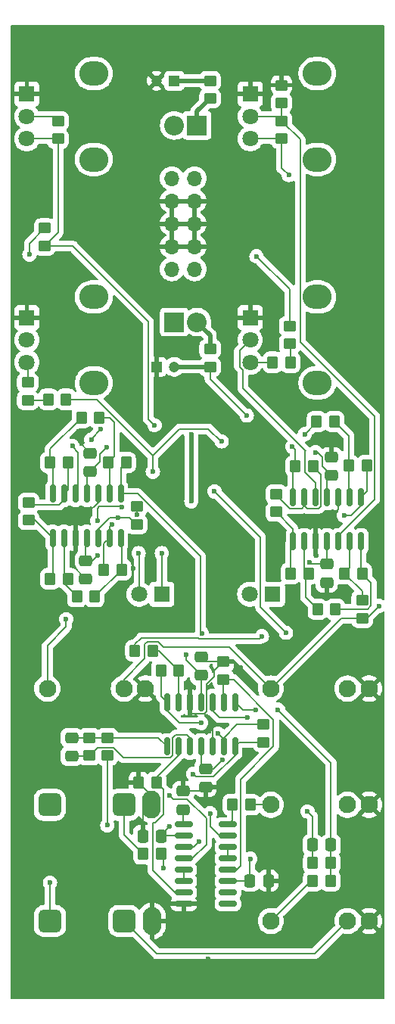
<source format=gbr>
%TF.GenerationSoftware,KiCad,Pcbnew,8.0.2-8.0.2-0~ubuntu22.04.1*%
%TF.CreationDate,2024-06-16T11:06:49+02:00*%
%TF.ProjectId,VCA_Panner,5643415f-5061-46e6-9e65-722e6b696361,rev?*%
%TF.SameCoordinates,Original*%
%TF.FileFunction,Copper,L2,Bot*%
%TF.FilePolarity,Positive*%
%FSLAX46Y46*%
G04 Gerber Fmt 4.6, Leading zero omitted, Abs format (unit mm)*
G04 Created by KiCad (PCBNEW 8.0.2-8.0.2-0~ubuntu22.04.1) date 2024-06-16 11:06:49*
%MOMM*%
%LPD*%
G01*
G04 APERTURE LIST*
G04 Aperture macros list*
%AMRoundRect*
0 Rectangle with rounded corners*
0 $1 Rounding radius*
0 $2 $3 $4 $5 $6 $7 $8 $9 X,Y pos of 4 corners*
0 Add a 4 corners polygon primitive as box body*
4,1,4,$2,$3,$4,$5,$6,$7,$8,$9,$2,$3,0*
0 Add four circle primitives for the rounded corners*
1,1,$1+$1,$2,$3*
1,1,$1+$1,$4,$5*
1,1,$1+$1,$6,$7*
1,1,$1+$1,$8,$9*
0 Add four rect primitives between the rounded corners*
20,1,$1+$1,$2,$3,$4,$5,0*
20,1,$1+$1,$4,$5,$6,$7,0*
20,1,$1+$1,$6,$7,$8,$9,0*
20,1,$1+$1,$8,$9,$2,$3,0*%
G04 Aperture macros list end*
%TA.AperFunction,ComponentPad*%
%ADD10RoundRect,0.650000X0.650000X-0.650000X0.650000X0.650000X-0.650000X0.650000X-0.650000X-0.650000X0*%
%TD*%
%TA.AperFunction,ComponentPad*%
%ADD11O,2.100000X3.100000*%
%TD*%
%TA.AperFunction,ComponentPad*%
%ADD12O,3.240000X2.720000*%
%TD*%
%TA.AperFunction,ComponentPad*%
%ADD13R,1.800000X1.800000*%
%TD*%
%TA.AperFunction,ComponentPad*%
%ADD14C,1.800000*%
%TD*%
%TA.AperFunction,ComponentPad*%
%ADD15C,1.930400*%
%TD*%
%TA.AperFunction,SMDPad,CuDef*%
%ADD16RoundRect,0.150000X-0.825000X-0.150000X0.825000X-0.150000X0.825000X0.150000X-0.825000X0.150000X0*%
%TD*%
%TA.AperFunction,SMDPad,CuDef*%
%ADD17RoundRect,0.250000X-0.450000X0.350000X-0.450000X-0.350000X0.450000X-0.350000X0.450000X0.350000X0*%
%TD*%
%TA.AperFunction,SMDPad,CuDef*%
%ADD18RoundRect,0.250000X0.350000X0.450000X-0.350000X0.450000X-0.350000X-0.450000X0.350000X-0.450000X0*%
%TD*%
%TA.AperFunction,SMDPad,CuDef*%
%ADD19RoundRect,0.250000X-0.337500X-0.475000X0.337500X-0.475000X0.337500X0.475000X-0.337500X0.475000X0*%
%TD*%
%TA.AperFunction,SMDPad,CuDef*%
%ADD20RoundRect,0.250000X-0.350000X-0.450000X0.350000X-0.450000X0.350000X0.450000X-0.350000X0.450000X0*%
%TD*%
%TA.AperFunction,ComponentPad*%
%ADD21R,1.200000X1.200000*%
%TD*%
%TA.AperFunction,ComponentPad*%
%ADD22C,1.200000*%
%TD*%
%TA.AperFunction,SMDPad,CuDef*%
%ADD23RoundRect,0.250000X0.337500X0.475000X-0.337500X0.475000X-0.337500X-0.475000X0.337500X-0.475000X0*%
%TD*%
%TA.AperFunction,SMDPad,CuDef*%
%ADD24RoundRect,0.250000X0.450000X-0.350000X0.450000X0.350000X-0.450000X0.350000X-0.450000X-0.350000X0*%
%TD*%
%TA.AperFunction,SMDPad,CuDef*%
%ADD25RoundRect,0.250000X0.475000X-0.337500X0.475000X0.337500X-0.475000X0.337500X-0.475000X-0.337500X0*%
%TD*%
%TA.AperFunction,ComponentPad*%
%ADD26O,1.700000X1.700000*%
%TD*%
%TA.AperFunction,SMDPad,CuDef*%
%ADD27RoundRect,0.250000X-0.475000X0.337500X-0.475000X-0.337500X0.475000X-0.337500X0.475000X0.337500X0*%
%TD*%
%TA.AperFunction,SMDPad,CuDef*%
%ADD28RoundRect,0.150000X0.150000X-0.825000X0.150000X0.825000X-0.150000X0.825000X-0.150000X-0.825000X0*%
%TD*%
%TA.AperFunction,ComponentPad*%
%ADD29R,2.200000X2.200000*%
%TD*%
%TA.AperFunction,ComponentPad*%
%ADD30O,2.200000X2.200000*%
%TD*%
%TA.AperFunction,ViaPad*%
%ADD31C,0.600000*%
%TD*%
%TA.AperFunction,Conductor*%
%ADD32C,0.200000*%
%TD*%
%TA.AperFunction,Conductor*%
%ADD33C,0.500000*%
%TD*%
G04 APERTURE END LIST*
D10*
%TO.P,J5,R*%
%TO.N,audio_from_ch2*%
X120392700Y-158000000D03*
D11*
%TO.P,J5,S*%
%TO.N,GND*%
X123492700Y-158000000D03*
D10*
%TO.P,J5,T*%
%TO.N,Net-(J5-PadT)*%
X112092700Y-158000000D03*
%TD*%
D12*
%TO.P,RV2,*%
%TO.N,*%
X142000000Y-63200000D03*
X142000000Y-72800000D03*
D13*
%TO.P,RV2,1,1*%
%TO.N,GND*%
X134500000Y-65500000D03*
D14*
%TO.P,RV2,2,2*%
%TO.N,Net-(U4A-+)*%
X134500000Y-68000000D03*
%TO.P,RV2,3,3*%
%TO.N,CV2*%
X134500000Y-70500000D03*
%TD*%
D13*
%TO.P,D8,1,K*%
%TO.N,Net-(D8-K)*%
X136975000Y-121450000D03*
D14*
%TO.P,D8,2,A*%
%TO.N,Net-(D8-A)*%
X134435000Y-121450000D03*
%TD*%
D12*
%TO.P,RV3,*%
%TO.N,*%
X117000000Y-88200000D03*
X117000000Y-97800000D03*
D13*
%TO.P,RV3,1,1*%
%TO.N,GND*%
X109500000Y-90500000D03*
D14*
%TO.P,RV3,2,2*%
%TO.N,Net-(U3C-+)*%
X109500000Y-93000000D03*
%TO.P,RV3,3,3*%
%TO.N,Net-(R23-Pad1)*%
X109500000Y-95500000D03*
%TD*%
D15*
%TO.P,J2,S*%
%TO.N,GND*%
X147778500Y-132000000D03*
%TO.P,J2,T*%
%TO.N,CV2*%
X136805700Y-132000000D03*
%TO.P,J2,TN*%
%TO.N,Net-(D1-A)*%
X145365500Y-132000000D03*
%TD*%
D13*
%TO.P,D6,1,K*%
%TO.N,Net-(D6-K)*%
X124600000Y-121450000D03*
D14*
%TO.P,D6,2,A*%
%TO.N,Net-(D6-A)*%
X122060000Y-121450000D03*
%TD*%
D15*
%TO.P,J4,S*%
%TO.N,GND*%
X147778500Y-145000000D03*
%TO.P,J4,T*%
%TO.N,Net-(J4-PadT)*%
X136805700Y-145000000D03*
%TO.P,J4,TN*%
%TO.N,audio_to_ch2*%
X145365500Y-145000000D03*
%TD*%
%TO.P,J6,S*%
%TO.N,GND*%
X147778500Y-158000000D03*
%TO.P,J6,T*%
%TO.N,Net-(J6-PadT)*%
X136805700Y-158000000D03*
%TO.P,J6,TN*%
%TO.N,audio_from_ch2*%
X145365500Y-158000000D03*
%TD*%
D10*
%TO.P,J3,R*%
%TO.N,Net-(J3-PadR)*%
X120367300Y-145000000D03*
D11*
%TO.P,J3,S*%
%TO.N,GND*%
X123467300Y-145000000D03*
D10*
%TO.P,J3,T*%
%TO.N,audio1_to_vca1*%
X112067300Y-145000000D03*
%TD*%
D12*
%TO.P,RV4,*%
%TO.N,*%
X142000000Y-88200000D03*
X142000000Y-97800000D03*
D13*
%TO.P,RV4,1,1*%
%TO.N,GND*%
X134500000Y-90500000D03*
D14*
%TO.P,RV4,2,2*%
%TO.N,Net-(U4C-+)*%
X134500000Y-93000000D03*
%TO.P,RV4,3,3*%
%TO.N,Net-(R25-Pad1)*%
X134500000Y-95500000D03*
%TD*%
D15*
%TO.P,J1,S*%
%TO.N,GND*%
X122765800Y-132000000D03*
%TO.P,J1,T*%
%TO.N,Net-(D1-K)*%
X111793000Y-132000000D03*
%TO.P,J1,TN*%
%TO.N,CV2*%
X120352800Y-132000000D03*
%TD*%
D12*
%TO.P,RV1,*%
%TO.N,*%
X117000000Y-63200000D03*
X117000000Y-72800000D03*
D13*
%TO.P,RV1,1,1*%
%TO.N,GND*%
X109500000Y-65500000D03*
D14*
%TO.P,RV1,2,2*%
%TO.N,Net-(U3A-+)*%
X109500000Y-68000000D03*
%TO.P,RV1,3,3*%
%TO.N,CV1*%
X109500000Y-70500000D03*
%TD*%
D16*
%TO.P,U1,1,GND*%
%TO.N,GND*%
X127050000Y-156100000D03*
%TO.P,U1,2,IO1*%
%TO.N,Net-(U1A-IO1)*%
X127050000Y-154830000D03*
%TO.P,U1,3,VE1*%
%TO.N,Net-(U1A-VE1)*%
X127050000Y-153560000D03*
%TO.P,U1,4,VO1*%
X127050000Y-152290000D03*
%TO.P,U1,5,VC1*%
%TO.N,cv1_to_vca1*%
X127050000Y-151020000D03*
%TO.P,U1,6,II1*%
%TO.N,audio1_to_vca1*%
X127050000Y-149750000D03*
%TO.P,U1,7,VEE*%
%TO.N,-12V*%
X127050000Y-148480000D03*
%TO.P,U1,8,VREF*%
%TO.N,Net-(U1A-VREF)*%
X127050000Y-147210000D03*
%TO.P,U1,9,II2*%
%TO.N,audio2_to_vca2*%
X132000000Y-147210000D03*
%TO.P,U1,10,VC2*%
%TO.N,cv2_to_vca2*%
X132000000Y-148480000D03*
%TO.P,U1,11,VO2*%
%TO.N,Net-(U1B-VE2)*%
X132000000Y-149750000D03*
%TO.P,U1,12,VE2*%
X132000000Y-151020000D03*
%TO.P,U1,13,IO2*%
%TO.N,Net-(U1B-IO2)*%
X132000000Y-152290000D03*
%TO.P,U1,14,VCC*%
%TO.N,+12V*%
X132000000Y-153560000D03*
%TO.P,U1,15*%
%TO.N,N/C*%
X132000000Y-154830000D03*
%TO.P,U1,16*%
X132000000Y-156100000D03*
%TD*%
D17*
%TO.P,R8,1*%
%TO.N,GND*%
X131500000Y-129000000D03*
%TO.P,R8,2*%
%TO.N,Net-(U1B-IO2)*%
X131500000Y-131000000D03*
%TD*%
D18*
%TO.P,R30,1*%
%TO.N,Net-(U4D--)*%
X143922500Y-102127500D03*
%TO.P,R30,2*%
%TO.N,Net-(R28-Pad1)*%
X141922500Y-102127500D03*
%TD*%
D19*
%TO.P,C12,1*%
%TO.N,GND*%
X122462500Y-148500000D03*
%TO.P,C12,2*%
%TO.N,-12V*%
X124537500Y-148500000D03*
%TD*%
D17*
%TO.P,R10,1*%
%TO.N,Net-(U4A--)*%
X147022500Y-122127500D03*
%TO.P,R10,2*%
%TO.N,CV2*%
X147022500Y-124127500D03*
%TD*%
D20*
%TO.P,R38,1*%
%TO.N,Net-(R38-Pad1)*%
X124500000Y-130000000D03*
%TO.P,R38,2*%
%TO.N,Net-(U2C--)*%
X126500000Y-130000000D03*
%TD*%
D21*
%TO.P,C5,1*%
%TO.N,GND*%
X124000000Y-96000000D03*
D22*
%TO.P,C5,2*%
%TO.N,-12V*%
X126000000Y-96000000D03*
%TD*%
D20*
%TO.P,R15,1*%
%TO.N,Net-(U3B--)*%
X115100000Y-121712500D03*
%TO.P,R15,2*%
%TO.N,Net-(R11-Pad1)*%
X117100000Y-121712500D03*
%TD*%
D23*
%TO.P,C13,1*%
%TO.N,GND*%
X136537500Y-153500000D03*
%TO.P,C13,2*%
%TO.N,+12V*%
X134462500Y-153500000D03*
%TD*%
D24*
%TO.P,R37,1*%
%TO.N,Net-(R37-Pad1)*%
X136000000Y-138000000D03*
%TO.P,R37,2*%
%TO.N,Net-(U2A--)*%
X136000000Y-136000000D03*
%TD*%
D18*
%TO.P,R11,1*%
%TO.N,Net-(R11-Pad1)*%
X120100000Y-118712500D03*
%TO.P,R11,2*%
%TO.N,Net-(U3A--)*%
X118100000Y-118712500D03*
%TD*%
D20*
%TO.P,R2,1*%
%TO.N,audio2_to_vca2*%
X132500000Y-145000000D03*
%TO.P,R2,2*%
%TO.N,Net-(J4-PadT)*%
X134500000Y-145000000D03*
%TD*%
D25*
%TO.P,C1,1*%
%TO.N,Net-(U1A-VREF)*%
X127000000Y-145537500D03*
%TO.P,C1,2*%
%TO.N,GND*%
X127000000Y-143462500D03*
%TD*%
%TO.P,C2,1*%
%TO.N,Net-(U2B-+)*%
X114500000Y-139575000D03*
%TO.P,C2,2*%
%TO.N,Net-(C2-Pad2)*%
X114500000Y-137500000D03*
%TD*%
D18*
%TO.P,R32,1*%
%TO.N,Net-(R32-Pad1)*%
X147522500Y-107077500D03*
%TO.P,R32,2*%
%TO.N,Net-(U4D--)*%
X145522500Y-107077500D03*
%TD*%
D26*
%TO.P,J7,1,Pin_1*%
%TO.N,Net-(D4-K)*%
X125730000Y-85080000D03*
%TO.P,J7,2,Pin_2*%
X128270000Y-85080000D03*
%TO.P,J7,3,Pin_3*%
%TO.N,GND*%
X125730000Y-82540000D03*
%TO.P,J7,4,Pin_4*%
X128270000Y-82540000D03*
%TO.P,J7,5,Pin_5*%
X125730000Y-80000000D03*
%TO.P,J7,6,Pin_6*%
X128270000Y-80000000D03*
%TO.P,J7,7,Pin_7*%
X125730000Y-77460000D03*
%TO.P,J7,8,Pin_8*%
X128270000Y-77460000D03*
%TO.P,J7,9,Pin_9*%
%TO.N,Net-(D3-A)*%
X125730000Y-74920000D03*
%TO.P,J7,10,Pin_10*%
X128270000Y-74920000D03*
%TD*%
D20*
%TO.P,R20,1*%
%TO.N,Net-(R20-Pad1)*%
X139022500Y-119127500D03*
%TO.P,R20,2*%
%TO.N,Net-(U4B--)*%
X141022500Y-119127500D03*
%TD*%
%TO.P,R16,1*%
%TO.N,Net-(U4B--)*%
X142022500Y-123127500D03*
%TO.P,R16,2*%
%TO.N,Net-(R12-Pad1)*%
X144022500Y-123127500D03*
%TD*%
D24*
%TO.P,R4,1*%
%TO.N,Net-(U3A-+)*%
X121800000Y-113650000D03*
%TO.P,R4,2*%
%TO.N,GND*%
X121800000Y-111650000D03*
%TD*%
D20*
%TO.P,R28,1*%
%TO.N,Net-(R28-Pad1)*%
X139522500Y-107127500D03*
%TO.P,R28,2*%
%TO.N,Net-(U4C--)*%
X141522500Y-107127500D03*
%TD*%
%TO.P,R27,1*%
%TO.N,Net-(R27-Pad1)*%
X112100000Y-106712500D03*
%TO.P,R27,2*%
%TO.N,Net-(U3C--)*%
X114100000Y-106712500D03*
%TD*%
D17*
%TO.P,R21,1*%
%TO.N,Net-(U3C--)*%
X109702500Y-111175000D03*
%TO.P,R21,2*%
%TO.N,Net-(R19-Pad1)*%
X109702500Y-113175000D03*
%TD*%
D27*
%TO.P,C10,1*%
%TO.N,+12V*%
X129500000Y-140962500D03*
%TO.P,C10,2*%
%TO.N,GND*%
X129500000Y-143037500D03*
%TD*%
D24*
%TO.P,R5,1*%
%TO.N,CV2*%
X138000000Y-70500000D03*
%TO.P,R5,2*%
%TO.N,Net-(U4A-+)*%
X138000000Y-68500000D03*
%TD*%
D17*
%TO.P,R13,1*%
%TO.N,Net-(C2-Pad2)*%
X116500000Y-137500000D03*
%TO.P,R13,2*%
%TO.N,Net-(U2B-+)*%
X116500000Y-139500000D03*
%TD*%
D18*
%TO.P,R14,1*%
%TO.N,Net-(C3-Pad2)*%
X143500000Y-151500000D03*
%TO.P,R14,2*%
%TO.N,Net-(U2D-+)*%
X141500000Y-151500000D03*
%TD*%
D24*
%TO.P,R3,1*%
%TO.N,CV1*%
X113000000Y-70500000D03*
%TO.P,R3,2*%
%TO.N,Net-(U3A-+)*%
X113000000Y-68500000D03*
%TD*%
D18*
%TO.P,R34,1*%
%TO.N,Net-(U2C--)*%
X123600000Y-127750000D03*
%TO.P,R34,2*%
%TO.N,Net-(R32-Pad1)*%
X121600000Y-127750000D03*
%TD*%
D17*
%TO.P,R17,1*%
%TO.N,Net-(C2-Pad2)*%
X118500000Y-137500000D03*
%TO.P,R17,2*%
%TO.N,Net-(J5-PadT)*%
X118500000Y-139500000D03*
%TD*%
%TO.P,R35,1*%
%TO.N,+12V*%
X130000000Y-64000000D03*
%TO.P,R35,2*%
%TO.N,Net-(D3-K)*%
X130000000Y-66000000D03*
%TD*%
D28*
%TO.P,U2,1*%
%TO.N,Net-(R37-Pad1)*%
X132810000Y-138475000D03*
%TO.P,U2,2,-*%
%TO.N,Net-(U2A--)*%
X131540000Y-138475000D03*
%TO.P,U2,3,+*%
%TO.N,GND*%
X130270000Y-138475000D03*
%TO.P,U2,4,V+*%
%TO.N,+12V*%
X129000000Y-138475000D03*
%TO.P,U2,5,+*%
%TO.N,Net-(U2B-+)*%
X127730000Y-138475000D03*
%TO.P,U2,6,-*%
%TO.N,Net-(U1A-IO1)*%
X126460000Y-138475000D03*
%TO.P,U2,7*%
%TO.N,Net-(C2-Pad2)*%
X125190000Y-138475000D03*
%TO.P,U2,8*%
%TO.N,Net-(R38-Pad1)*%
X125190000Y-133525000D03*
%TO.P,U2,9,-*%
%TO.N,Net-(U2C--)*%
X126460000Y-133525000D03*
%TO.P,U2,10,+*%
%TO.N,GND*%
X127730000Y-133525000D03*
%TO.P,U2,11,V-*%
%TO.N,-12V*%
X129000000Y-133525000D03*
%TO.P,U2,12,+*%
%TO.N,Net-(U2D-+)*%
X130270000Y-133525000D03*
%TO.P,U2,13,-*%
%TO.N,Net-(U1B-IO2)*%
X131540000Y-133525000D03*
%TO.P,U2,14*%
%TO.N,Net-(C3-Pad2)*%
X132810000Y-133525000D03*
%TD*%
D21*
%TO.P,C4,1*%
%TO.N,+12V*%
X126000000Y-64000000D03*
D22*
%TO.P,C4,2*%
%TO.N,GND*%
X124000000Y-64000000D03*
%TD*%
D17*
%TO.P,R9,1*%
%TO.N,Net-(U3A--)*%
X111500000Y-80500000D03*
%TO.P,R9,2*%
%TO.N,CV1*%
X111500000Y-82500000D03*
%TD*%
D19*
%TO.P,C3,1*%
%TO.N,Net-(U2D-+)*%
X141462500Y-149500000D03*
%TO.P,C3,2*%
%TO.N,Net-(C3-Pad2)*%
X143537500Y-149500000D03*
%TD*%
D27*
%TO.P,C9,1*%
%TO.N,GND*%
X116600000Y-105675000D03*
%TO.P,C9,2*%
%TO.N,-12V*%
X116600000Y-107750000D03*
%TD*%
D18*
%TO.P,R31,1*%
%TO.N,Net-(R31-Pad1)*%
X120600000Y-106712500D03*
%TO.P,R31,2*%
%TO.N,Net-(U3D--)*%
X118600000Y-106712500D03*
%TD*%
%TO.P,R18,1*%
%TO.N,Net-(C3-Pad2)*%
X143500000Y-153500000D03*
%TO.P,R18,2*%
%TO.N,Net-(J6-PadT)*%
X141500000Y-153500000D03*
%TD*%
D27*
%TO.P,C7,1*%
%TO.N,GND*%
X143560000Y-106090000D03*
%TO.P,C7,2*%
%TO.N,-12V*%
X143560000Y-108165000D03*
%TD*%
D17*
%TO.P,R36,1*%
%TO.N,Net-(D4-A)*%
X130000000Y-94000000D03*
%TO.P,R36,2*%
%TO.N,-12V*%
X130000000Y-96000000D03*
%TD*%
D18*
%TO.P,R12,1*%
%TO.N,Net-(R12-Pad1)*%
X147022500Y-119127500D03*
%TO.P,R12,2*%
%TO.N,Net-(U4A--)*%
X145022500Y-119127500D03*
%TD*%
D20*
%TO.P,R1,1*%
%TO.N,Net-(J3-PadR)*%
X122500000Y-150500000D03*
%TO.P,R1,2*%
%TO.N,audio_to_ch2*%
X124500000Y-150500000D03*
%TD*%
D17*
%TO.P,R23,1*%
%TO.N,Net-(R23-Pad1)*%
X109600000Y-97750000D03*
%TO.P,R23,2*%
%TO.N,Net-(R23-Pad2)*%
X109600000Y-99750000D03*
%TD*%
D24*
%TO.P,R26,1*%
%TO.N,Net-(R25-Pad2)*%
X138900000Y-93450000D03*
%TO.P,R26,2*%
%TO.N,+12V*%
X138900000Y-91450000D03*
%TD*%
%TO.P,R6,1*%
%TO.N,Net-(U4A-+)*%
X138000000Y-66500000D03*
%TO.P,R6,2*%
%TO.N,GND*%
X138000000Y-64500000D03*
%TD*%
D27*
%TO.P,C11,1*%
%TO.N,GND*%
X129000000Y-128462500D03*
%TO.P,C11,2*%
%TO.N,-12V*%
X129000000Y-130537500D03*
%TD*%
D20*
%TO.P,R19,1*%
%TO.N,Net-(R19-Pad1)*%
X112100000Y-119712500D03*
%TO.P,R19,2*%
%TO.N,Net-(U3B--)*%
X114100000Y-119712500D03*
%TD*%
D18*
%TO.P,R29,1*%
%TO.N,Net-(U3D--)*%
X117600000Y-101712500D03*
%TO.P,R29,2*%
%TO.N,Net-(R27-Pad1)*%
X115600000Y-101712500D03*
%TD*%
D29*
%TO.P,D3,1,K*%
%TO.N,Net-(D3-K)*%
X128540000Y-69000000D03*
D30*
%TO.P,D3,2,A*%
%TO.N,Net-(D3-A)*%
X126000000Y-69000000D03*
%TD*%
D29*
%TO.P,D4,1,K*%
%TO.N,Net-(D4-K)*%
X126000000Y-91000000D03*
D30*
%TO.P,D4,2,A*%
%TO.N,Net-(D4-A)*%
X128540000Y-91000000D03*
%TD*%
D17*
%TO.P,R22,1*%
%TO.N,Net-(U4C--)*%
X137400000Y-110250000D03*
%TO.P,R22,2*%
%TO.N,Net-(R20-Pad1)*%
X137400000Y-112250000D03*
%TD*%
D27*
%TO.P,C6,1*%
%TO.N,+12V*%
X116100000Y-117675000D03*
%TO.P,C6,2*%
%TO.N,GND*%
X116100000Y-119750000D03*
%TD*%
D20*
%TO.P,R25,1*%
%TO.N,Net-(R25-Pad1)*%
X137000000Y-95500000D03*
%TO.P,R25,2*%
%TO.N,Net-(R25-Pad2)*%
X139000000Y-95500000D03*
%TD*%
%TO.P,R7,1*%
%TO.N,GND*%
X122000000Y-142500000D03*
%TO.P,R7,2*%
%TO.N,Net-(U1A-IO1)*%
X124000000Y-142500000D03*
%TD*%
D27*
%TO.P,C8,1*%
%TO.N,+12V*%
X143060000Y-118090000D03*
%TO.P,C8,2*%
%TO.N,GND*%
X143060000Y-120165000D03*
%TD*%
D28*
%TO.P,U3,1*%
%TO.N,Net-(R11-Pad1)*%
X120012500Y-115150000D03*
%TO.P,U3,2,-*%
%TO.N,Net-(U3A--)*%
X118742500Y-115150000D03*
%TO.P,U3,3,+*%
%TO.N,Net-(U3A-+)*%
X117472500Y-115150000D03*
%TO.P,U3,4,V+*%
%TO.N,+12V*%
X116202500Y-115150000D03*
%TO.P,U3,5,+*%
%TO.N,GND*%
X114932500Y-115150000D03*
%TO.P,U3,6,-*%
%TO.N,Net-(U3B--)*%
X113662500Y-115150000D03*
%TO.P,U3,7*%
%TO.N,Net-(R19-Pad1)*%
X112392500Y-115150000D03*
%TO.P,U3,8*%
%TO.N,Net-(R27-Pad1)*%
X112392500Y-110200000D03*
%TO.P,U3,9,-*%
%TO.N,Net-(U3C--)*%
X113662500Y-110200000D03*
%TO.P,U3,10,+*%
%TO.N,Net-(U3C-+)*%
X114932500Y-110200000D03*
%TO.P,U3,11,V-*%
%TO.N,-12V*%
X116202500Y-110200000D03*
%TO.P,U3,12,+*%
%TO.N,GND*%
X117472500Y-110200000D03*
%TO.P,U3,13,-*%
%TO.N,Net-(U3D--)*%
X118742500Y-110200000D03*
%TO.P,U3,14*%
%TO.N,Net-(R31-Pad1)*%
X120012500Y-110200000D03*
%TD*%
D20*
%TO.P,R24,1*%
%TO.N,Net-(R23-Pad2)*%
X111900000Y-99650000D03*
%TO.P,R24,2*%
%TO.N,+12V*%
X113900000Y-99650000D03*
%TD*%
D28*
%TO.P,U4,1*%
%TO.N,Net-(R12-Pad1)*%
X146910000Y-115525000D03*
%TO.P,U4,2,-*%
%TO.N,Net-(U4A--)*%
X145640000Y-115525000D03*
%TO.P,U4,3,+*%
%TO.N,Net-(U4A-+)*%
X144370000Y-115525000D03*
%TO.P,U4,4,V+*%
%TO.N,+12V*%
X143100000Y-115525000D03*
%TO.P,U4,5,+*%
%TO.N,GND*%
X141830000Y-115525000D03*
%TO.P,U4,6,-*%
%TO.N,Net-(U4B--)*%
X140560000Y-115525000D03*
%TO.P,U4,7*%
%TO.N,Net-(R20-Pad1)*%
X139290000Y-115525000D03*
%TO.P,U4,8*%
%TO.N,Net-(R28-Pad1)*%
X139290000Y-110575000D03*
%TO.P,U4,9,-*%
%TO.N,Net-(U4C--)*%
X140560000Y-110575000D03*
%TO.P,U4,10,+*%
%TO.N,Net-(U4C-+)*%
X141830000Y-110575000D03*
%TO.P,U4,11,V-*%
%TO.N,-12V*%
X143100000Y-110575000D03*
%TO.P,U4,12,+*%
%TO.N,GND*%
X144370000Y-110575000D03*
%TO.P,U4,13,-*%
%TO.N,Net-(U4D--)*%
X145640000Y-110575000D03*
%TO.P,U4,14*%
%TO.N,Net-(R32-Pad1)*%
X146910000Y-110575000D03*
%TD*%
D31*
%TO.N,GND*%
X128600000Y-98950000D03*
X133400000Y-129650000D03*
X145300000Y-121350000D03*
X143600000Y-162250000D03*
X138200000Y-99050000D03*
X135400000Y-127950000D03*
X136100000Y-76550000D03*
X121800000Y-112550000D03*
X109600000Y-104150000D03*
X130600000Y-107050000D03*
X134900000Y-123950000D03*
X141400000Y-140250000D03*
X130800000Y-112150000D03*
X138900000Y-148350000D03*
X126400000Y-93750000D03*
X129600000Y-151350000D03*
X143300000Y-83550000D03*
X110300000Y-76750000D03*
X118987300Y-148900000D03*
X115300000Y-103250000D03*
X113500000Y-162050000D03*
X141600000Y-121150000D03*
X141900000Y-117150000D03*
X131900000Y-142650000D03*
X120400000Y-135250000D03*
X131500000Y-96250000D03*
X109200000Y-86950000D03*
X120000000Y-154150000D03*
X136600000Y-114350000D03*
X129400000Y-72150000D03*
X123600000Y-118650000D03*
X114500000Y-117550000D03*
X143400000Y-104150000D03*
X130900000Y-121950000D03*
X121400000Y-118550000D03*
X143300000Y-113050000D03*
X129800000Y-162250000D03*
X146400000Y-101050000D03*
X114400000Y-112550000D03*
X109800000Y-117750000D03*
X124700000Y-124950000D03*
X133300000Y-127350000D03*
X115000000Y-151650000D03*
X124100000Y-114150000D03*
X134700000Y-107150000D03*
X114887300Y-142700000D03*
X127100000Y-113050000D03*
X140200000Y-132450000D03*
X118300000Y-123350000D03*
X132300000Y-115450000D03*
X120300000Y-71950000D03*
X114900000Y-94050000D03*
X120700000Y-98450000D03*
X112500000Y-134850000D03*
X124200000Y-109650000D03*
X135100000Y-155650000D03*
X145000000Y-76050000D03*
%TO.N,+12V*%
X117402500Y-117125000D03*
X135200000Y-83650000D03*
X134500000Y-151050000D03*
X120137363Y-111674999D03*
X131350000Y-140000000D03*
X141160000Y-117850000D03*
X131300000Y-104350000D03*
X117400000Y-113250000D03*
X123600000Y-107750000D03*
%TO.N,-12V*%
X127900000Y-103550000D03*
X141800000Y-105577500D03*
X127300000Y-128250000D03*
X125487300Y-147400000D03*
X118400000Y-105050000D03*
X127900000Y-111050000D03*
X134100000Y-101450000D03*
%TO.N,Net-(C3-Pad2)*%
X137600000Y-134350000D03*
X135100000Y-134350000D03*
%TO.N,Net-(U2D-+)*%
X134200000Y-135250000D03*
X140900000Y-145750000D03*
%TO.N,CV1*%
X123800000Y-102550000D03*
%TO.N,Net-(D1-A)*%
X138500000Y-125750000D03*
X130500000Y-109950000D03*
%TO.N,Net-(D1-K)*%
X113900000Y-124250000D03*
%TO.N,CV2*%
X148900000Y-122750000D03*
X138800000Y-74550000D03*
%TO.N,audio_to_ch2*%
X124812300Y-152125000D03*
%TO.N,Net-(D6-A)*%
X122000000Y-116850000D03*
%TO.N,Net-(D6-K)*%
X124600000Y-116850000D03*
%TO.N,Net-(J5-PadT)*%
X112087300Y-153725000D03*
X118512300Y-147300000D03*
%TO.N,Net-(U2A--)*%
X130900000Y-137050000D03*
%TO.N,cv1_to_vca1*%
X125500000Y-143950000D03*
%TO.N,Net-(U3A--)*%
X117800000Y-102950000D03*
X119000000Y-113650000D03*
X116700000Y-104150000D03*
X109800000Y-83450000D03*
%TO.N,cv2_to_vca2*%
X130000000Y-145950000D03*
%TO.N,Net-(U3A-+)*%
X119700000Y-112850000D03*
%TO.N,Net-(R28-Pad1)*%
X139200000Y-104950000D03*
X140600000Y-103550000D03*
%TO.N,audio1_to_vca1*%
X128787300Y-149125000D03*
%TO.N,Net-(U3C-+)*%
X114600000Y-104850000D03*
%TO.N,Net-(R31-Pad1)*%
X129080331Y-125830331D03*
%TO.N,Net-(R32-Pad1)*%
X135800000Y-126150000D03*
X145000000Y-112650000D03*
%TO.N,Net-(R37-Pad1)*%
X128100000Y-141550000D03*
%TO.N,Net-(R38-Pad1)*%
X129000000Y-135850000D03*
%TD*%
D32*
%TO.N,GND*%
X130270000Y-135729448D02*
X129340552Y-134800000D01*
X117472500Y-110200000D02*
X117472500Y-111174999D01*
X117472500Y-111174999D02*
X116097499Y-112550000D01*
X122462500Y-146004800D02*
X123467300Y-145000000D01*
X127730000Y-134499999D02*
X128030001Y-134800000D01*
X130270000Y-138475000D02*
X130270000Y-135729448D01*
X127000000Y-143462500D02*
X129075000Y-143462500D01*
X128030001Y-134800000D02*
X129340552Y-134800000D01*
X130500000Y-130000000D02*
X131500000Y-129000000D01*
X116097499Y-112550000D02*
X114400000Y-112550000D01*
X123467300Y-145000000D02*
X123467300Y-143967300D01*
X115300000Y-104375000D02*
X115300000Y-103250000D01*
X129537500Y-129000000D02*
X129000000Y-128462500D01*
X129075000Y-143462500D02*
X129500000Y-143037500D01*
X130500000Y-130650000D02*
X130500000Y-130000000D01*
X127730000Y-133525000D02*
X127730000Y-134499999D01*
X116100000Y-119750000D02*
X114500000Y-118150000D01*
X144370000Y-111980000D02*
X143300000Y-113050000D01*
X144370000Y-110575000D02*
X144370000Y-111980000D01*
X129600000Y-134540552D02*
X129600000Y-131550000D01*
X123467300Y-143967300D02*
X122000000Y-142500000D01*
X129340552Y-134800000D02*
X129600000Y-134540552D01*
X131500000Y-129000000D02*
X129537500Y-129000000D01*
X121800000Y-111650000D02*
X121800000Y-112550000D01*
X122462500Y-148500000D02*
X122462500Y-146004800D01*
X129600000Y-131550000D02*
X130500000Y-130650000D01*
X114500000Y-118150000D02*
X114500000Y-117550000D01*
X116600000Y-105675000D02*
X115300000Y-104375000D01*
%TO.N,+12V*%
X116100000Y-117675000D02*
X116100000Y-115252500D01*
X132060000Y-153500000D02*
X132000000Y-153560000D01*
X134462500Y-153500000D02*
X134462500Y-151087500D01*
X134462500Y-153500000D02*
X132060000Y-153500000D01*
X131300000Y-104450000D02*
X131300000Y-104350000D01*
X116100000Y-117675000D02*
X116852500Y-117675000D01*
X138900000Y-91450000D02*
X138900000Y-87350000D01*
X131300000Y-104350000D02*
X131400000Y-104350000D01*
D33*
X130000000Y-64000000D02*
X126000000Y-64000000D01*
D32*
X117300000Y-99650000D02*
X123600000Y-105950000D01*
X116100000Y-115252500D02*
X116202500Y-115150000D01*
X130387500Y-140962500D02*
X129500000Y-140962500D01*
X129000000Y-138475000D02*
X129000000Y-140462500D01*
X131350000Y-140000000D02*
X130387500Y-140962500D01*
X117400000Y-111850000D02*
X117400000Y-113250000D01*
X117600000Y-111650000D02*
X117400000Y-111850000D01*
X120112364Y-111650000D02*
X117600000Y-111650000D01*
X134462500Y-151087500D02*
X134500000Y-151050000D01*
X123500000Y-107850000D02*
X123600000Y-107750000D01*
X129000000Y-140462500D02*
X129500000Y-140962500D01*
X113900000Y-99650000D02*
X117300000Y-99650000D01*
X138900000Y-87350000D02*
X135200000Y-83650000D01*
X123600000Y-105950000D02*
X126600000Y-102950000D01*
X126600000Y-102950000D02*
X129800000Y-102950000D01*
X123600000Y-107750000D02*
X123600000Y-105950000D01*
X143060000Y-118090000D02*
X141400000Y-118090000D01*
X141400000Y-118090000D02*
X141160000Y-117850000D01*
X143060000Y-118090000D02*
X143060000Y-115565000D01*
X131400000Y-104350000D02*
X131300000Y-104450000D01*
X143060000Y-115565000D02*
X143100000Y-115525000D01*
X120137363Y-111674999D02*
X120112364Y-111650000D01*
X129800000Y-102950000D02*
X131300000Y-104450000D01*
X116852500Y-117675000D02*
X117402500Y-117125000D01*
%TO.N,Net-(U1A-VREF)*%
X127000000Y-145537500D02*
X127000000Y-147160000D01*
X127000000Y-147160000D02*
X127050000Y-147210000D01*
%TO.N,Net-(C2-Pad2)*%
X114500000Y-137500000D02*
X118500000Y-137500000D01*
X124215000Y-137500000D02*
X118500000Y-137500000D01*
X125190000Y-138475000D02*
X124215000Y-137500000D01*
%TO.N,Net-(U2B-+)*%
X116425000Y-139575000D02*
X116500000Y-139500000D01*
X126119448Y-137200000D02*
X125790000Y-137529448D01*
X125790000Y-137529448D02*
X125790000Y-139490552D01*
X114500000Y-139575000D02*
X116425000Y-139575000D01*
X127730000Y-137500001D02*
X127429999Y-137200000D01*
X120334744Y-139750000D02*
X119184744Y-138600000D01*
X127730000Y-138475000D02*
X127730000Y-137500001D01*
X127429999Y-137200000D02*
X126119448Y-137200000D01*
X125790000Y-139490552D02*
X125530552Y-139750000D01*
X125530552Y-139750000D02*
X120334744Y-139750000D01*
X117400000Y-138600000D02*
X116500000Y-139500000D01*
X119184744Y-138600000D02*
X117400000Y-138600000D01*
%TO.N,-12V*%
X124557500Y-148480000D02*
X124537500Y-148500000D01*
X143100000Y-108625000D02*
X143560000Y-108165000D01*
X116202500Y-110200000D02*
X116202500Y-108147500D01*
X141800000Y-105577500D02*
X142022500Y-105577500D01*
X134100000Y-101450000D02*
X130000000Y-97350000D01*
X130000000Y-97350000D02*
X130000000Y-96000000D01*
X142535000Y-106090000D02*
X142535000Y-107140000D01*
X127300000Y-128837500D02*
X127300000Y-128250000D01*
X117700000Y-106650000D02*
X117700000Y-105750000D01*
X124537500Y-148349800D02*
X125487300Y-147400000D01*
X117700000Y-105750000D02*
X118400000Y-105050000D01*
X129000000Y-133525000D02*
X129000000Y-130537500D01*
X116600000Y-107750000D02*
X117700000Y-106650000D01*
X129000000Y-130537500D02*
X127300000Y-128837500D01*
X127050000Y-148480000D02*
X124557500Y-148480000D01*
X143100000Y-110575000D02*
X143100000Y-108625000D01*
X116202500Y-108147500D02*
X116600000Y-107750000D01*
X142535000Y-107140000D02*
X143560000Y-108165000D01*
D33*
X127900000Y-103550000D02*
X127900000Y-111050000D01*
D32*
X142022500Y-105577500D02*
X142535000Y-106090000D01*
X125487300Y-147400000D02*
X125250000Y-147400000D01*
D33*
X130000000Y-96000000D02*
X126000000Y-96000000D01*
D32*
X124537500Y-148500000D02*
X124537500Y-148349800D01*
%TO.N,Net-(C3-Pad2)*%
X143537500Y-149500000D02*
X143537500Y-140287500D01*
X137600000Y-134350000D02*
X137500000Y-134250000D01*
X143537500Y-153462500D02*
X143500000Y-153500000D01*
X143537500Y-140287500D02*
X137600000Y-134350000D01*
X133635000Y-134350000D02*
X135100000Y-134350000D01*
X143537500Y-149500000D02*
X143537500Y-153462500D01*
X132810000Y-133525000D02*
X133635000Y-134350000D01*
%TO.N,Net-(U2D-+)*%
X130270000Y-134499999D02*
X131020001Y-135250000D01*
X141500000Y-149537500D02*
X141462500Y-149500000D01*
X141462500Y-149500000D02*
X141462500Y-146312500D01*
X131020001Y-135250000D02*
X134200000Y-135250000D01*
X141462500Y-146312500D02*
X140900000Y-145750000D01*
X130270000Y-133525000D02*
X130270000Y-134499999D01*
X134200000Y-135250000D02*
X134100000Y-135250000D01*
X141500000Y-151500000D02*
X141500000Y-149537500D01*
%TO.N,CV1*%
X109500000Y-70500000D02*
X113000000Y-70500000D01*
X123100000Y-90950000D02*
X114650000Y-82500000D01*
X123800000Y-102550000D02*
X123100000Y-101850000D01*
X111500000Y-82500000D02*
X113000000Y-81000000D01*
X114650000Y-82500000D02*
X111500000Y-82500000D01*
X113000000Y-81000000D02*
X113000000Y-70500000D01*
X123100000Y-101850000D02*
X123100000Y-90950000D01*
%TO.N,Net-(D1-A)*%
X130500000Y-109950000D02*
X135635000Y-115085000D01*
X135635000Y-122885000D02*
X138500000Y-125750000D01*
X135635000Y-115085000D02*
X135635000Y-122885000D01*
%TO.N,Net-(D1-K)*%
X111793000Y-132000000D02*
X111793000Y-127194300D01*
X113900000Y-125087300D02*
X113900000Y-124250000D01*
X113900000Y-124250000D02*
X113800000Y-124350000D01*
X111793000Y-127194300D02*
X113900000Y-125087300D01*
D33*
%TO.N,Net-(D3-K)*%
X128540000Y-67460000D02*
X130000000Y-66000000D01*
X128540000Y-69000000D02*
X128540000Y-67460000D01*
%TO.N,Net-(D4-A)*%
X130000000Y-92460000D02*
X128540000Y-91000000D01*
X130000000Y-94000000D02*
X130000000Y-92460000D01*
D32*
%TO.N,CV2*%
X123015256Y-126750000D02*
X122700000Y-127065256D01*
X132143000Y-127350000D02*
X124784744Y-127350000D01*
X144665500Y-124127500D02*
X136793000Y-132000000D01*
X147022500Y-124127500D02*
X144665500Y-124127500D01*
X147022500Y-124127500D02*
X147522500Y-124127500D01*
X124784744Y-127350000D02*
X124184744Y-126750000D01*
X122700000Y-127065256D02*
X122700000Y-128652800D01*
X120352800Y-131000000D02*
X120352800Y-132000000D01*
X124184744Y-126750000D02*
X123015256Y-126750000D01*
X138000000Y-73750000D02*
X138800000Y-74550000D01*
X136793000Y-132000000D02*
X132143000Y-127350000D01*
X147522500Y-124127500D02*
X148900000Y-122750000D01*
X138000000Y-70500000D02*
X138000000Y-73750000D01*
X122700000Y-128652800D02*
X120352800Y-131000000D01*
X134500000Y-70500000D02*
X138000000Y-70500000D01*
%TO.N,audio_to_ch2*%
X124812300Y-150812300D02*
X124782843Y-150782843D01*
X124812300Y-152125000D02*
X124812300Y-150812300D01*
%TO.N,Net-(J3-PadR)*%
X120367300Y-148367300D02*
X122500000Y-150500000D01*
X120367300Y-145000000D02*
X120367300Y-148367300D01*
%TO.N,Net-(D6-A)*%
X122060000Y-121450000D02*
X122060000Y-116850000D01*
%TO.N,audio_from_ch2*%
X141715500Y-161650000D02*
X124042700Y-161650000D01*
X124042700Y-161650000D02*
X120392700Y-158000000D01*
X145365500Y-158000000D02*
X141715500Y-161650000D01*
%TO.N,Net-(J6-PadT)*%
X141500000Y-153500000D02*
X141293000Y-153500000D01*
X141293000Y-153500000D02*
X136793000Y-158000000D01*
%TO.N,Net-(D6-K)*%
X124600000Y-121450000D02*
X124600000Y-116850000D01*
%TO.N,Net-(J4-PadT)*%
X134500000Y-145000000D02*
X136805700Y-145000000D01*
%TO.N,Net-(J5-PadT)*%
X118500000Y-139500000D02*
X118512300Y-147300000D01*
X112092700Y-153719600D02*
X112087300Y-153725000D01*
X112087300Y-153725000D02*
X112092700Y-153730400D01*
X112092700Y-153708771D02*
X112092700Y-153719600D01*
X112092700Y-153730400D02*
X112092700Y-158000000D01*
X118512300Y-147300000D02*
X118500000Y-147301471D01*
%TO.N,Net-(U4A-+)*%
X140080000Y-93230000D02*
X148422500Y-101572500D01*
X148422500Y-101572500D02*
X148422500Y-110827500D01*
X137500000Y-68000000D02*
X138000000Y-68500000D01*
X148422500Y-110827500D02*
X144370000Y-114880000D01*
X138000000Y-66500000D02*
X138000000Y-68500000D01*
X134500000Y-68000000D02*
X137500000Y-68000000D01*
X144370000Y-114880000D02*
X144370000Y-115525000D01*
X138000000Y-68500000D02*
X140080000Y-70580000D01*
X140080000Y-70580000D02*
X140080000Y-93230000D01*
%TO.N,Net-(U1A-IO1)*%
X126080000Y-154830000D02*
X127050000Y-154830000D01*
X126460000Y-139449999D02*
X124000000Y-141909999D01*
X123600000Y-152350000D02*
X126080000Y-154830000D01*
X123875017Y-147001471D02*
X124817300Y-146059188D01*
X126460000Y-138475000D02*
X126460000Y-139449999D01*
X123600000Y-147001471D02*
X123600000Y-152350000D01*
X123600000Y-147001471D02*
X123875017Y-147001471D01*
X124000000Y-141909999D02*
X124000000Y-142500000D01*
X124817300Y-146059188D02*
X124817300Y-143317300D01*
X124817300Y-143317300D02*
X124000000Y-142500000D01*
%TO.N,Net-(U1B-IO2)*%
X132000000Y-152290000D02*
X132974999Y-152290000D01*
X133400000Y-142184744D02*
X137100000Y-138484744D01*
X131500000Y-133485000D02*
X131540000Y-133525000D01*
X132974999Y-152290000D02*
X133400000Y-151864999D01*
X132650000Y-131000000D02*
X131500000Y-131000000D01*
X133400000Y-151864999D02*
X133400000Y-142184744D01*
X137100000Y-135450000D02*
X132650000Y-131000000D01*
X131500000Y-131000000D02*
X131500000Y-133485000D01*
X137100000Y-138484744D02*
X137100000Y-135450000D01*
%TO.N,Net-(U4A--)*%
X145640000Y-115525000D02*
X145640000Y-118510000D01*
X147022500Y-121127500D02*
X145022500Y-119127500D01*
X145640000Y-118510000D02*
X145022500Y-119127500D01*
X147022500Y-122127500D02*
X147022500Y-121127500D01*
%TO.N,Net-(U2A--)*%
X131540000Y-137500001D02*
X131540000Y-138475000D01*
X133040001Y-136000000D02*
X131540000Y-137500001D01*
X136000000Y-136000000D02*
X133040001Y-136000000D01*
X131540000Y-138475000D02*
X131540000Y-137690000D01*
X131540000Y-137690000D02*
X130900000Y-137050000D01*
%TO.N,Net-(R11-Pad1)*%
X120100000Y-115237500D02*
X120012500Y-115150000D01*
X120100000Y-118712500D02*
X120100000Y-115237500D01*
X117100000Y-121712500D02*
X120100000Y-118712500D01*
%TO.N,cv1_to_vca1*%
X129600000Y-146540256D02*
X127409744Y-144350000D01*
X128024999Y-151020000D02*
X129612300Y-149432699D01*
X127050000Y-151020000D02*
X128024999Y-151020000D01*
X129600000Y-147620685D02*
X129600000Y-146540256D01*
X125900000Y-144350000D02*
X125500000Y-143950000D01*
X129612300Y-147632985D02*
X129600000Y-147620685D01*
X127409744Y-144350000D02*
X125900000Y-144350000D01*
X129612300Y-149432699D02*
X129612300Y-147632985D01*
%TO.N,Net-(R12-Pad1)*%
X147022500Y-119127500D02*
X148022500Y-120127500D01*
X148022500Y-120127500D02*
X148022500Y-122727500D01*
X146910000Y-115525000D02*
X146910000Y-119015000D01*
X148022500Y-122727500D02*
X147622500Y-123127500D01*
X146910000Y-119015000D02*
X147022500Y-119127500D01*
X147622500Y-123127500D02*
X144022500Y-123127500D01*
%TO.N,Net-(U4B--)*%
X140560000Y-118665000D02*
X141022500Y-119127500D01*
X140700000Y-119450000D02*
X141022500Y-119127500D01*
X140700000Y-121805000D02*
X140700000Y-119450000D01*
X142022500Y-123127500D02*
X140700000Y-121805000D01*
X140560000Y-115525000D02*
X140560000Y-118665000D01*
%TO.N,Net-(U3A--)*%
X118742500Y-115150000D02*
X118742500Y-113907500D01*
X118742500Y-113907500D02*
X119000000Y-113650000D01*
X118100000Y-118712500D02*
X118100000Y-115792500D01*
X118100000Y-115792500D02*
X118742500Y-115150000D01*
X109800000Y-82200000D02*
X109800000Y-83450000D01*
X111500000Y-80500000D02*
X109800000Y-82200000D01*
X116700000Y-104050000D02*
X117800000Y-102950000D01*
X116700000Y-104150000D02*
X116700000Y-104050000D01*
%TO.N,Net-(U3B--)*%
X113662500Y-120275000D02*
X115100000Y-121712500D01*
X113662500Y-115150000D02*
X113662500Y-120275000D01*
%TO.N,Net-(R20-Pad1)*%
X139290000Y-115525000D02*
X139290000Y-114140000D01*
X139022500Y-119127500D02*
X139022500Y-115792500D01*
X139290000Y-114140000D02*
X137400000Y-112250000D01*
X139022500Y-115792500D02*
X139290000Y-115525000D01*
%TO.N,Net-(U4C--)*%
X138900000Y-111850000D02*
X137400000Y-110350000D01*
X137400000Y-110350000D02*
X137400000Y-110250000D01*
X140560000Y-110575000D02*
X140560000Y-111549999D01*
X142430000Y-108035000D02*
X141522500Y-107127500D01*
X140560000Y-111549999D02*
X140259999Y-111850000D01*
X142430000Y-111590552D02*
X142430000Y-108035000D01*
X140860001Y-111850000D02*
X142170552Y-111850000D01*
X142170552Y-111850000D02*
X142430000Y-111590552D01*
X140560000Y-111549999D02*
X140860001Y-111850000D01*
X140259999Y-111850000D02*
X138900000Y-111850000D01*
%TO.N,Net-(U3C--)*%
X113662500Y-110887500D02*
X113662500Y-110200000D01*
X114100000Y-106712500D02*
X114100000Y-109762500D01*
X110002500Y-111475000D02*
X113075000Y-111475000D01*
X114100000Y-109762500D02*
X113662500Y-110200000D01*
X113075000Y-111475000D02*
X113662500Y-110887500D01*
X109702500Y-111175000D02*
X110002500Y-111475000D01*
%TO.N,Net-(R23-Pad2)*%
X111800000Y-99750000D02*
X111900000Y-99650000D01*
X109600000Y-99750000D02*
X111800000Y-99750000D01*
%TO.N,Net-(U3D--)*%
X118796814Y-101712500D02*
X117600000Y-101712500D01*
X118600000Y-106712500D02*
X119300000Y-106012500D01*
X118742500Y-110200000D02*
X118742500Y-106855000D01*
X119300000Y-102215686D02*
X118796814Y-101712500D01*
X118742500Y-106855000D02*
X118600000Y-106712500D01*
X119300000Y-106012500D02*
X119300000Y-102215686D01*
%TO.N,Net-(R19-Pad1)*%
X112392500Y-119420000D02*
X112100000Y-119712500D01*
X112392500Y-115150000D02*
X112392500Y-119420000D01*
X109702500Y-113175000D02*
X110417500Y-113175000D01*
X110417500Y-113175000D02*
X112392500Y-115150000D01*
%TO.N,Net-(U2C--)*%
X126460000Y-130490000D02*
X126460000Y-133525000D01*
X123600000Y-127750000D02*
X124250000Y-127750000D01*
X124250000Y-127750000D02*
X126500000Y-130000000D01*
X126500000Y-130000000D02*
X126500000Y-130450000D01*
X126500000Y-130450000D02*
X126460000Y-130490000D01*
%TO.N,cv2_to_vca2*%
X131025001Y-148480000D02*
X130000000Y-147454999D01*
X130000000Y-147454999D02*
X130000000Y-145950000D01*
X132000000Y-148480000D02*
X131025001Y-148480000D01*
%TO.N,Net-(U3A-+)*%
X121000000Y-112850000D02*
X119700000Y-112850000D01*
X118797501Y-112850000D02*
X117472500Y-114175001D01*
X121800000Y-113650000D02*
X121000000Y-112850000D01*
X112500000Y-68000000D02*
X113000000Y-68500000D01*
X117472500Y-114175001D02*
X117472500Y-115150000D01*
X119700000Y-112850000D02*
X118797501Y-112850000D01*
X109500000Y-68000000D02*
X112500000Y-68000000D01*
%TO.N,Net-(R28-Pad1)*%
X139290000Y-110575000D02*
X139290000Y-107360000D01*
X141922500Y-102227500D02*
X140600000Y-103550000D01*
X139290000Y-107360000D02*
X139522500Y-107127500D01*
X141922500Y-102127500D02*
X141922500Y-102227500D01*
X139522500Y-107127500D02*
X139522500Y-105272500D01*
X139522500Y-105272500D02*
X139200000Y-104950000D01*
%TO.N,audio1_to_vca1*%
X112067300Y-145000000D02*
X112462300Y-145000000D01*
X127050000Y-149750000D02*
X128162300Y-149750000D01*
X128162300Y-149750000D02*
X128787300Y-149125000D01*
X112462300Y-145000000D02*
X112812300Y-145350000D01*
%TO.N,Net-(R23-Pad1)*%
X109600000Y-97750000D02*
X109600000Y-95600000D01*
X109600000Y-95600000D02*
X109500000Y-95500000D01*
%TO.N,audio2_to_vca2*%
X132500000Y-145000000D02*
X132500000Y-146710000D01*
X132500000Y-146710000D02*
X132000000Y-147210000D01*
%TO.N,Net-(R25-Pad2)*%
X139000000Y-95500000D02*
X139000000Y-93550000D01*
X139000000Y-93550000D02*
X138900000Y-93450000D01*
%TO.N,Net-(R25-Pad1)*%
X137000000Y-95500000D02*
X134500000Y-95500000D01*
%TO.N,Net-(U3C-+)*%
X114932500Y-110200000D02*
X115232499Y-109900001D01*
X115232499Y-105582499D02*
X114600000Y-104950000D01*
X114500000Y-104850000D02*
X114500000Y-104850000D01*
X114600000Y-104850000D02*
X114500000Y-104850000D01*
X115232499Y-109900001D02*
X115232499Y-105582499D01*
X114600000Y-104950000D02*
X114600000Y-104850000D01*
%TO.N,Net-(R27-Pad1)*%
X112392500Y-110200000D02*
X112392500Y-107005000D01*
X112100000Y-106712500D02*
X112100000Y-105212500D01*
X112392500Y-107005000D02*
X112100000Y-106712500D01*
X112100000Y-105212500D02*
X115600000Y-101712500D01*
%TO.N,Net-(U4D--)*%
X145522500Y-107077500D02*
X145522500Y-110457500D01*
X145522500Y-103727500D02*
X145522500Y-107077500D01*
X145522500Y-110457500D02*
X145640000Y-110575000D01*
X143922500Y-102127500D02*
X145522500Y-103727500D01*
%TO.N,Net-(R31-Pad1)*%
X120012500Y-110200000D02*
X120012500Y-107300000D01*
X128900000Y-125650000D02*
X128900000Y-117165256D01*
X129080331Y-125830331D02*
X128900000Y-125650000D01*
X120012500Y-107300000D02*
X120600000Y-106712500D01*
X121934744Y-110200000D02*
X120012500Y-110200000D01*
X128900000Y-117165256D02*
X121934744Y-110200000D01*
%TO.N,Net-(R32-Pad1)*%
X147522500Y-109962500D02*
X146910000Y-110575000D01*
X122300000Y-126350000D02*
X128700000Y-126350000D01*
X121600000Y-127750000D02*
X121600000Y-127050000D01*
X121600000Y-127050000D02*
X122300000Y-126350000D01*
X145000000Y-112650000D02*
X145809999Y-112650000D01*
X145809999Y-112650000D02*
X146910000Y-111549999D01*
X146910000Y-111549999D02*
X146910000Y-110575000D01*
X135519669Y-126430331D02*
X135800000Y-126150000D01*
X128780331Y-126430331D02*
X135519669Y-126430331D01*
X128700000Y-126350000D02*
X128780331Y-126430331D01*
X147522500Y-107077500D02*
X147522500Y-109962500D01*
%TO.N,Net-(R37-Pad1)*%
X136000000Y-138000000D02*
X133285000Y-138000000D01*
X130409999Y-141850000D02*
X128400000Y-141850000D01*
X132810000Y-139449999D02*
X130409999Y-141850000D01*
X132810000Y-138475000D02*
X132810000Y-139449999D01*
X128400000Y-141850000D02*
X128100000Y-141550000D01*
X133285000Y-138000000D02*
X132810000Y-138475000D01*
%TO.N,Net-(R38-Pad1)*%
X124500000Y-130000000D02*
X124500000Y-132835000D01*
X126540001Y-135850000D02*
X125190000Y-134499999D01*
X129000000Y-135850000D02*
X126540001Y-135850000D01*
X124500000Y-132835000D02*
X125190000Y-133525000D01*
X125190000Y-134499999D02*
X125190000Y-133525000D01*
%TO.N,Net-(U4C-+)*%
X133677500Y-98272500D02*
X133677500Y-96374557D01*
X140622500Y-107812244D02*
X140622500Y-105527500D01*
X133677500Y-96374557D02*
X133300000Y-95997057D01*
X133677500Y-98427500D02*
X133677500Y-98272500D01*
X140700000Y-105450000D02*
X133677500Y-98427500D01*
X141830000Y-109019744D02*
X140622500Y-107812244D01*
X133300000Y-95997057D02*
X133300000Y-94200000D01*
X133300000Y-94200000D02*
X134500000Y-93000000D01*
X140622500Y-105527500D02*
X140700000Y-105450000D01*
X141830000Y-110575000D02*
X141830000Y-109019744D01*
%TO.N,Net-(U1B-VE2)*%
X132000000Y-151020000D02*
X132000000Y-149750000D01*
%TO.N,Net-(U1A-VE1)*%
X127050000Y-153560000D02*
X127050000Y-152290000D01*
%TD*%
%TA.AperFunction,Conductor*%
%TO.N,GND*%
G36*
X127804075Y-82347007D02*
G01*
X127770000Y-82474174D01*
X127770000Y-82605826D01*
X127804075Y-82732993D01*
X127836988Y-82790000D01*
X126163012Y-82790000D01*
X126195925Y-82732993D01*
X126230000Y-82605826D01*
X126230000Y-82474174D01*
X126195925Y-82347007D01*
X126163012Y-82290000D01*
X127836988Y-82290000D01*
X127804075Y-82347007D01*
G37*
%TD.AperFunction*%
%TA.AperFunction,Conductor*%
G36*
X125980000Y-82106988D02*
G01*
X125922993Y-82074075D01*
X125795826Y-82040000D01*
X125664174Y-82040000D01*
X125537007Y-82074075D01*
X125480000Y-82106988D01*
X125480000Y-80433012D01*
X125537007Y-80465925D01*
X125664174Y-80500000D01*
X125795826Y-80500000D01*
X125922993Y-80465925D01*
X125980000Y-80433012D01*
X125980000Y-82106988D01*
G37*
%TD.AperFunction*%
%TA.AperFunction,Conductor*%
G36*
X128520000Y-82106988D02*
G01*
X128462993Y-82074075D01*
X128335826Y-82040000D01*
X128204174Y-82040000D01*
X128077007Y-82074075D01*
X128020000Y-82106988D01*
X128020000Y-80433012D01*
X128077007Y-80465925D01*
X128204174Y-80500000D01*
X128335826Y-80500000D01*
X128462993Y-80465925D01*
X128520000Y-80433012D01*
X128520000Y-82106988D01*
G37*
%TD.AperFunction*%
%TA.AperFunction,Conductor*%
G36*
X127804075Y-79807007D02*
G01*
X127770000Y-79934174D01*
X127770000Y-80065826D01*
X127804075Y-80192993D01*
X127836988Y-80250000D01*
X126163012Y-80250000D01*
X126195925Y-80192993D01*
X126230000Y-80065826D01*
X126230000Y-79934174D01*
X126195925Y-79807007D01*
X126163012Y-79750000D01*
X127836988Y-79750000D01*
X127804075Y-79807007D01*
G37*
%TD.AperFunction*%
%TA.AperFunction,Conductor*%
G36*
X125980000Y-79566988D02*
G01*
X125922993Y-79534075D01*
X125795826Y-79500000D01*
X125664174Y-79500000D01*
X125537007Y-79534075D01*
X125480000Y-79566988D01*
X125480000Y-77893012D01*
X125537007Y-77925925D01*
X125664174Y-77960000D01*
X125795826Y-77960000D01*
X125922993Y-77925925D01*
X125980000Y-77893012D01*
X125980000Y-79566988D01*
G37*
%TD.AperFunction*%
%TA.AperFunction,Conductor*%
G36*
X128520000Y-79566988D02*
G01*
X128462993Y-79534075D01*
X128335826Y-79500000D01*
X128204174Y-79500000D01*
X128077007Y-79534075D01*
X128020000Y-79566988D01*
X128020000Y-77893012D01*
X128077007Y-77925925D01*
X128204174Y-77960000D01*
X128335826Y-77960000D01*
X128462993Y-77925925D01*
X128520000Y-77893012D01*
X128520000Y-79566988D01*
G37*
%TD.AperFunction*%
%TA.AperFunction,Conductor*%
G36*
X127804075Y-77267007D02*
G01*
X127770000Y-77394174D01*
X127770000Y-77525826D01*
X127804075Y-77652993D01*
X127836988Y-77710000D01*
X126163012Y-77710000D01*
X126195925Y-77652993D01*
X126230000Y-77525826D01*
X126230000Y-77394174D01*
X126195925Y-77267007D01*
X126163012Y-77210000D01*
X127836988Y-77210000D01*
X127804075Y-77267007D01*
G37*
%TD.AperFunction*%
%TA.AperFunction,Conductor*%
G36*
X149492539Y-57820185D02*
G01*
X149538294Y-57872989D01*
X149549500Y-57924500D01*
X149549500Y-121988338D01*
X149529815Y-122055377D01*
X149477011Y-122101132D01*
X149407853Y-122111076D01*
X149359528Y-122093332D01*
X149249523Y-122024211D01*
X149079254Y-121964631D01*
X149079249Y-121964630D01*
X148900004Y-121944435D01*
X148899996Y-121944435D01*
X148760883Y-121960108D01*
X148692061Y-121948053D01*
X148640682Y-121900704D01*
X148623000Y-121836888D01*
X148623000Y-120216560D01*
X148623001Y-120216547D01*
X148623001Y-120048444D01*
X148622388Y-120046156D01*
X148582077Y-119895716D01*
X148562196Y-119861281D01*
X148503024Y-119758790D01*
X148503018Y-119758782D01*
X148159318Y-119415082D01*
X148125833Y-119353759D01*
X148122999Y-119327401D01*
X148122999Y-118627498D01*
X148122998Y-118627481D01*
X148112499Y-118524703D01*
X148112498Y-118524700D01*
X148108290Y-118512000D01*
X148057314Y-118358166D01*
X147965212Y-118208844D01*
X147841156Y-118084788D01*
X147735500Y-118019619D01*
X147691836Y-117992687D01*
X147691831Y-117992685D01*
X147690041Y-117992091D01*
X147595495Y-117960762D01*
X147538051Y-117920990D01*
X147511228Y-117856474D01*
X147510500Y-117843057D01*
X147510500Y-116870808D01*
X147530185Y-116803769D01*
X147546820Y-116783126D01*
X147578076Y-116751870D01*
X147578081Y-116751865D01*
X147661744Y-116610398D01*
X147707598Y-116452569D01*
X147710500Y-116415694D01*
X147710500Y-114634306D01*
X147707598Y-114597431D01*
X147706226Y-114592710D01*
X147661745Y-114439606D01*
X147661744Y-114439603D01*
X147661744Y-114439602D01*
X147578081Y-114298135D01*
X147578079Y-114298133D01*
X147578076Y-114298129D01*
X147461870Y-114181923D01*
X147461862Y-114181917D01*
X147353293Y-114117710D01*
X147320398Y-114098256D01*
X147320397Y-114098255D01*
X147320396Y-114098255D01*
X147320393Y-114098254D01*
X147162573Y-114052402D01*
X147162567Y-114052401D01*
X147125701Y-114049500D01*
X147125694Y-114049500D01*
X146694306Y-114049500D01*
X146694298Y-114049500D01*
X146657432Y-114052401D01*
X146657426Y-114052402D01*
X146499606Y-114098254D01*
X146499603Y-114098255D01*
X146358137Y-114181917D01*
X146351969Y-114186702D01*
X146350072Y-114184256D01*
X146301358Y-114210857D01*
X146231666Y-114205873D01*
X146199296Y-114185069D01*
X146198031Y-114186702D01*
X146191862Y-114181917D01*
X146156941Y-114161265D01*
X146109258Y-114110196D01*
X146096754Y-114041455D01*
X146123399Y-113976865D01*
X146132372Y-113966861D01*
X148781006Y-111318228D01*
X148781011Y-111318224D01*
X148791214Y-111308020D01*
X148791216Y-111308020D01*
X148903020Y-111196216D01*
X148982077Y-111059284D01*
X149014570Y-110938020D01*
X149023000Y-110906558D01*
X149023000Y-110748443D01*
X149023000Y-101661560D01*
X149023001Y-101661547D01*
X149023001Y-101493444D01*
X149023001Y-101493443D01*
X148982077Y-101340716D01*
X148959565Y-101301723D01*
X148903024Y-101203790D01*
X148903018Y-101203782D01*
X140716819Y-93017583D01*
X140683334Y-92956260D01*
X140680500Y-92929902D01*
X140680500Y-89951392D01*
X140700185Y-89884353D01*
X140752989Y-89838598D01*
X140822147Y-89828654D01*
X140866499Y-89844004D01*
X140915356Y-89872212D01*
X141140679Y-89965544D01*
X141376256Y-90028666D01*
X141618056Y-90060500D01*
X141618063Y-90060500D01*
X142381937Y-90060500D01*
X142381944Y-90060500D01*
X142623744Y-90028666D01*
X142859321Y-89965544D01*
X143084644Y-89872212D01*
X143295856Y-89750268D01*
X143489345Y-89601799D01*
X143661799Y-89429345D01*
X143810268Y-89235856D01*
X143932212Y-89024644D01*
X144025544Y-88799321D01*
X144088666Y-88563744D01*
X144120500Y-88321944D01*
X144120500Y-88078056D01*
X144088666Y-87836256D01*
X144025544Y-87600679D01*
X143932212Y-87375356D01*
X143932210Y-87375353D01*
X143932208Y-87375348D01*
X143810272Y-87164151D01*
X143810268Y-87164144D01*
X143661799Y-86970655D01*
X143661794Y-86970649D01*
X143489350Y-86798205D01*
X143489343Y-86798199D01*
X143295864Y-86649738D01*
X143295862Y-86649736D01*
X143295856Y-86649732D01*
X143295851Y-86649729D01*
X143295848Y-86649727D01*
X143084651Y-86527791D01*
X143084640Y-86527786D01*
X142859330Y-86434459D01*
X142859323Y-86434457D01*
X142859321Y-86434456D01*
X142623744Y-86371334D01*
X142583333Y-86366013D01*
X142381951Y-86339500D01*
X142381944Y-86339500D01*
X141618056Y-86339500D01*
X141618048Y-86339500D01*
X141387896Y-86369801D01*
X141376256Y-86371334D01*
X141140679Y-86434456D01*
X141140669Y-86434459D01*
X140915359Y-86527786D01*
X140915353Y-86527789D01*
X140866499Y-86555995D01*
X140798599Y-86572467D01*
X140732572Y-86549614D01*
X140689382Y-86494692D01*
X140680500Y-86448607D01*
X140680500Y-74551392D01*
X140700185Y-74484353D01*
X140752989Y-74438598D01*
X140822147Y-74428654D01*
X140866499Y-74444004D01*
X140915356Y-74472212D01*
X141140679Y-74565544D01*
X141376256Y-74628666D01*
X141618056Y-74660500D01*
X141618063Y-74660500D01*
X142381937Y-74660500D01*
X142381944Y-74660500D01*
X142623744Y-74628666D01*
X142859321Y-74565544D01*
X143084644Y-74472212D01*
X143295856Y-74350268D01*
X143489345Y-74201799D01*
X143661799Y-74029345D01*
X143810268Y-73835856D01*
X143932212Y-73624644D01*
X144025544Y-73399321D01*
X144088666Y-73163744D01*
X144120500Y-72921944D01*
X144120500Y-72678056D01*
X144088666Y-72436256D01*
X144025544Y-72200679D01*
X143932212Y-71975356D01*
X143932210Y-71975353D01*
X143932208Y-71975348D01*
X143810272Y-71764151D01*
X143810268Y-71764144D01*
X143661799Y-71570655D01*
X143661794Y-71570649D01*
X143489350Y-71398205D01*
X143489343Y-71398199D01*
X143295864Y-71249738D01*
X143295862Y-71249736D01*
X143295856Y-71249732D01*
X143295851Y-71249729D01*
X143295848Y-71249727D01*
X143084651Y-71127791D01*
X143084640Y-71127786D01*
X142859330Y-71034459D01*
X142859323Y-71034457D01*
X142859321Y-71034456D01*
X142623744Y-70971334D01*
X142583333Y-70966013D01*
X142381951Y-70939500D01*
X142381944Y-70939500D01*
X141618056Y-70939500D01*
X141618048Y-70939500D01*
X141387896Y-70969801D01*
X141376256Y-70971334D01*
X141140679Y-71034456D01*
X141140669Y-71034459D01*
X140915359Y-71127786D01*
X140915353Y-71127789D01*
X140866499Y-71155995D01*
X140798599Y-71172467D01*
X140732572Y-71149614D01*
X140689382Y-71094692D01*
X140680500Y-71048607D01*
X140680500Y-70500939D01*
X140680499Y-70500938D01*
X140680259Y-70500039D01*
X140680259Y-70500040D01*
X140664884Y-70442661D01*
X140639577Y-70348215D01*
X140593389Y-70268216D01*
X140560520Y-70211284D01*
X140448716Y-70099480D01*
X140448715Y-70099479D01*
X140444385Y-70095149D01*
X140444374Y-70095139D01*
X139236818Y-68887583D01*
X139203333Y-68826260D01*
X139200499Y-68799902D01*
X139200499Y-68099998D01*
X139200498Y-68099981D01*
X139189999Y-67997203D01*
X139189998Y-67997200D01*
X139134814Y-67830666D01*
X139042712Y-67681344D01*
X138949049Y-67587681D01*
X138915564Y-67526358D01*
X138920548Y-67456666D01*
X138949049Y-67412319D01*
X138981553Y-67379815D01*
X139042712Y-67318656D01*
X139134814Y-67169334D01*
X139189999Y-67002797D01*
X139200500Y-66900009D01*
X139200499Y-66099992D01*
X139199250Y-66087769D01*
X139189999Y-65997203D01*
X139189998Y-65997200D01*
X139179634Y-65965925D01*
X139134814Y-65830666D01*
X139042712Y-65681344D01*
X138948695Y-65587327D01*
X138915210Y-65526004D01*
X138920194Y-65456312D01*
X138948695Y-65411964D01*
X139042317Y-65318342D01*
X139134356Y-65169124D01*
X139134358Y-65169119D01*
X139189505Y-65002697D01*
X139189506Y-65002690D01*
X139199999Y-64899986D01*
X139200000Y-64899973D01*
X139200000Y-64750000D01*
X136800001Y-64750000D01*
X136800001Y-64899986D01*
X136810494Y-65002697D01*
X136865641Y-65169119D01*
X136865643Y-65169124D01*
X136957684Y-65318345D01*
X137051304Y-65411965D01*
X137084789Y-65473288D01*
X137079805Y-65542980D01*
X137051305Y-65587327D01*
X136957287Y-65681345D01*
X136865187Y-65830663D01*
X136865186Y-65830666D01*
X136810001Y-65997203D01*
X136810001Y-65997204D01*
X136810000Y-65997204D01*
X136799500Y-66099983D01*
X136799500Y-66900001D01*
X136799501Y-66900019D01*
X136810000Y-67002796D01*
X136810001Y-67002799D01*
X136854423Y-67136853D01*
X136865186Y-67169334D01*
X136890518Y-67210404D01*
X136908958Y-67277796D01*
X136888035Y-67344459D01*
X136834393Y-67389229D01*
X136784979Y-67399500D01*
X135846801Y-67399500D01*
X135779762Y-67379815D01*
X135737747Y-67334519D01*
X135735924Y-67331151D01*
X135608983Y-67136852D01*
X135608980Y-67136849D01*
X135608979Y-67136847D01*
X135541241Y-67063264D01*
X135510321Y-67000612D01*
X135518181Y-66931186D01*
X135562329Y-66877031D01*
X135589140Y-66863102D01*
X135642086Y-66843354D01*
X135642093Y-66843350D01*
X135757187Y-66757190D01*
X135757190Y-66757187D01*
X135843350Y-66642093D01*
X135843354Y-66642086D01*
X135893596Y-66507379D01*
X135893598Y-66507372D01*
X135899999Y-66447844D01*
X135900000Y-66447827D01*
X135900000Y-65750000D01*
X134933012Y-65750000D01*
X134965925Y-65692993D01*
X135000000Y-65565826D01*
X135000000Y-65434174D01*
X134965925Y-65307007D01*
X134933012Y-65250000D01*
X135900000Y-65250000D01*
X135900000Y-64552172D01*
X135899999Y-64552155D01*
X135893598Y-64492627D01*
X135893596Y-64492620D01*
X135843354Y-64357913D01*
X135843350Y-64357906D01*
X135757190Y-64242812D01*
X135757187Y-64242809D01*
X135642093Y-64156649D01*
X135642086Y-64156645D01*
X135507379Y-64106403D01*
X135507372Y-64106401D01*
X135447965Y-64100013D01*
X136800000Y-64100013D01*
X136800000Y-64250000D01*
X137750000Y-64250000D01*
X138250000Y-64250000D01*
X139199999Y-64250000D01*
X139199999Y-64100028D01*
X139199998Y-64100013D01*
X139189505Y-63997302D01*
X139134358Y-63830880D01*
X139134356Y-63830875D01*
X139042315Y-63681654D01*
X138918345Y-63557684D01*
X138769124Y-63465643D01*
X138769119Y-63465641D01*
X138602697Y-63410494D01*
X138602690Y-63410493D01*
X138499986Y-63400000D01*
X138250000Y-63400000D01*
X138250000Y-64250000D01*
X137750000Y-64250000D01*
X137750000Y-63400000D01*
X137500029Y-63400000D01*
X137500012Y-63400001D01*
X137397302Y-63410494D01*
X137230880Y-63465641D01*
X137230875Y-63465643D01*
X137081654Y-63557684D01*
X136957684Y-63681654D01*
X136865643Y-63830875D01*
X136865641Y-63830880D01*
X136810494Y-63997302D01*
X136810493Y-63997309D01*
X136800000Y-64100013D01*
X135447965Y-64100013D01*
X135447844Y-64100000D01*
X134750000Y-64100000D01*
X134750000Y-65066988D01*
X134692993Y-65034075D01*
X134565826Y-65000000D01*
X134434174Y-65000000D01*
X134307007Y-65034075D01*
X134250000Y-65066988D01*
X134250000Y-64100000D01*
X133552155Y-64100000D01*
X133492627Y-64106401D01*
X133492620Y-64106403D01*
X133357913Y-64156645D01*
X133357906Y-64156649D01*
X133242812Y-64242809D01*
X133242809Y-64242812D01*
X133156649Y-64357906D01*
X133156645Y-64357913D01*
X133106403Y-64492620D01*
X133106401Y-64492627D01*
X133100000Y-64552155D01*
X133100000Y-65250000D01*
X134066988Y-65250000D01*
X134034075Y-65307007D01*
X134000000Y-65434174D01*
X134000000Y-65565826D01*
X134034075Y-65692993D01*
X134066988Y-65750000D01*
X133100000Y-65750000D01*
X133100000Y-66447844D01*
X133106401Y-66507372D01*
X133106403Y-66507379D01*
X133156645Y-66642086D01*
X133156649Y-66642093D01*
X133242809Y-66757187D01*
X133242812Y-66757190D01*
X133357906Y-66843350D01*
X133357913Y-66843354D01*
X133410859Y-66863102D01*
X133466793Y-66904973D01*
X133491210Y-66970438D01*
X133476358Y-67038711D01*
X133458757Y-67063265D01*
X133391021Y-67136847D01*
X133391019Y-67136848D01*
X133391016Y-67136853D01*
X133264075Y-67331151D01*
X133170842Y-67543699D01*
X133113866Y-67768691D01*
X133113864Y-67768702D01*
X133094700Y-67999993D01*
X133094700Y-68000006D01*
X133113864Y-68231297D01*
X133113866Y-68231308D01*
X133170842Y-68456300D01*
X133264075Y-68668848D01*
X133391016Y-68863147D01*
X133391019Y-68863151D01*
X133391021Y-68863153D01*
X133548216Y-69033913D01*
X133548219Y-69033915D01*
X133548222Y-69033918D01*
X133700122Y-69152147D01*
X133740935Y-69208857D01*
X133744610Y-69278630D01*
X133709978Y-69339313D01*
X133700122Y-69347853D01*
X133548222Y-69466081D01*
X133548219Y-69466084D01*
X133391016Y-69636852D01*
X133264075Y-69831151D01*
X133170842Y-70043699D01*
X133113866Y-70268691D01*
X133113864Y-70268702D01*
X133094700Y-70499993D01*
X133094700Y-70500006D01*
X133113864Y-70731297D01*
X133113866Y-70731308D01*
X133170842Y-70956300D01*
X133264075Y-71168848D01*
X133391016Y-71363147D01*
X133391019Y-71363151D01*
X133391021Y-71363153D01*
X133548216Y-71533913D01*
X133548219Y-71533915D01*
X133548222Y-71533918D01*
X133731365Y-71676464D01*
X133731371Y-71676468D01*
X133731374Y-71676470D01*
X133935497Y-71786936D01*
X134049487Y-71826068D01*
X134155015Y-71862297D01*
X134155017Y-71862297D01*
X134155019Y-71862298D01*
X134383951Y-71900500D01*
X134383952Y-71900500D01*
X134616048Y-71900500D01*
X134616049Y-71900500D01*
X134844981Y-71862298D01*
X135064503Y-71786936D01*
X135268626Y-71676470D01*
X135451784Y-71533913D01*
X135608979Y-71363153D01*
X135735924Y-71168849D01*
X135735926Y-71168843D01*
X135737747Y-71165481D01*
X135786967Y-71115891D01*
X135846801Y-71100500D01*
X136754092Y-71100500D01*
X136821131Y-71120185D01*
X136859636Y-71164271D01*
X136861395Y-71163187D01*
X136865185Y-71169331D01*
X136865186Y-71169334D01*
X136957288Y-71318656D01*
X137081344Y-71442712D01*
X137230666Y-71534814D01*
X137314505Y-71562595D01*
X137371948Y-71602366D01*
X137398772Y-71666882D01*
X137399500Y-71680300D01*
X137399500Y-73663330D01*
X137399499Y-73663348D01*
X137399499Y-73829054D01*
X137399498Y-73829054D01*
X137440424Y-73981787D01*
X137457126Y-74010715D01*
X137457127Y-74010717D01*
X137519477Y-74118712D01*
X137519481Y-74118717D01*
X137638349Y-74237585D01*
X137638355Y-74237590D01*
X137969298Y-74568533D01*
X138002783Y-74629856D01*
X138004837Y-74642330D01*
X138014630Y-74729249D01*
X138074210Y-74899521D01*
X138087078Y-74920000D01*
X138170184Y-75052262D01*
X138297738Y-75179816D01*
X138310472Y-75187817D01*
X138397422Y-75242452D01*
X138450478Y-75275789D01*
X138620745Y-75335368D01*
X138620750Y-75335369D01*
X138799996Y-75355565D01*
X138800000Y-75355565D01*
X138800004Y-75355565D01*
X138979249Y-75335369D01*
X138979252Y-75335368D01*
X138979255Y-75335368D01*
X139149522Y-75275789D01*
X139289528Y-75187816D01*
X139356764Y-75168817D01*
X139423600Y-75189185D01*
X139468814Y-75242452D01*
X139479500Y-75292811D01*
X139479500Y-86780901D01*
X139459815Y-86847940D01*
X139407011Y-86893695D01*
X139337853Y-86903639D01*
X139274297Y-86874614D01*
X139267819Y-86868582D01*
X139264397Y-86865160D01*
X139264374Y-86865139D01*
X136030700Y-83631465D01*
X135997215Y-83570142D01*
X135995163Y-83557686D01*
X135985368Y-83470745D01*
X135925789Y-83300478D01*
X135829816Y-83147738D01*
X135702262Y-83020184D01*
X135675687Y-83003486D01*
X135549523Y-82924211D01*
X135379254Y-82864631D01*
X135379249Y-82864630D01*
X135200004Y-82844435D01*
X135199996Y-82844435D01*
X135020750Y-82864630D01*
X135020745Y-82864631D01*
X134850476Y-82924211D01*
X134697737Y-83020184D01*
X134570184Y-83147737D01*
X134474211Y-83300476D01*
X134414631Y-83470745D01*
X134414630Y-83470750D01*
X134394435Y-83649996D01*
X134394435Y-83650003D01*
X134414630Y-83829249D01*
X134414631Y-83829254D01*
X134474211Y-83999523D01*
X134524662Y-84079815D01*
X134570184Y-84152262D01*
X134697738Y-84279816D01*
X134850478Y-84375789D01*
X135020745Y-84435368D01*
X135107669Y-84445161D01*
X135172080Y-84472226D01*
X135181465Y-84480700D01*
X138263181Y-87562416D01*
X138296666Y-87623739D01*
X138299500Y-87650097D01*
X138299500Y-90269699D01*
X138279815Y-90336738D01*
X138227011Y-90382493D01*
X138214507Y-90387403D01*
X138181962Y-90398188D01*
X138130668Y-90415185D01*
X138130663Y-90415187D01*
X137981342Y-90507289D01*
X137857289Y-90631342D01*
X137765187Y-90780663D01*
X137765186Y-90780666D01*
X137710001Y-90947203D01*
X137710001Y-90947204D01*
X137710000Y-90947204D01*
X137699500Y-91049983D01*
X137699500Y-91850001D01*
X137699501Y-91850019D01*
X137710000Y-91952796D01*
X137710001Y-91952799D01*
X137725845Y-92000612D01*
X137765186Y-92119334D01*
X137840286Y-92241092D01*
X137857289Y-92268657D01*
X137950951Y-92362319D01*
X137984436Y-92423642D01*
X137979452Y-92493334D01*
X137950951Y-92537681D01*
X137857289Y-92631342D01*
X137765187Y-92780663D01*
X137765186Y-92780666D01*
X137710001Y-92947203D01*
X137710001Y-92947204D01*
X137710000Y-92947204D01*
X137699500Y-93049983D01*
X137699500Y-93850001D01*
X137699501Y-93850019D01*
X137710000Y-93952796D01*
X137710001Y-93952799D01*
X137765185Y-94119331D01*
X137765189Y-94119340D01*
X137801557Y-94178302D01*
X137819997Y-94245695D01*
X137799074Y-94312358D01*
X137745432Y-94357127D01*
X137676101Y-94365788D01*
X137657019Y-94361105D01*
X137502797Y-94310001D01*
X137502795Y-94310000D01*
X137400010Y-94299500D01*
X136599998Y-94299500D01*
X136599980Y-94299501D01*
X136497203Y-94310000D01*
X136497200Y-94310001D01*
X136330668Y-94365185D01*
X136330663Y-94365187D01*
X136181342Y-94457289D01*
X136057289Y-94581342D01*
X135965187Y-94730663D01*
X135965184Y-94730672D01*
X135946821Y-94786085D01*
X135907048Y-94843529D01*
X135842532Y-94870351D01*
X135773756Y-94858035D01*
X135725307Y-94814900D01*
X135608983Y-94636852D01*
X135608980Y-94636849D01*
X135608979Y-94636847D01*
X135451784Y-94466087D01*
X135299876Y-94347852D01*
X135259064Y-94291143D01*
X135255389Y-94221370D01*
X135290020Y-94160687D01*
X135299876Y-94152147D01*
X135451784Y-94033913D01*
X135608979Y-93863153D01*
X135735924Y-93668849D01*
X135829157Y-93456300D01*
X135886134Y-93231305D01*
X135900553Y-93057289D01*
X135905300Y-93000006D01*
X135905300Y-92999993D01*
X135886135Y-92768702D01*
X135886133Y-92768691D01*
X135829157Y-92543699D01*
X135735924Y-92331151D01*
X135608983Y-92136852D01*
X135608980Y-92136849D01*
X135608979Y-92136847D01*
X135541241Y-92063264D01*
X135510321Y-92000612D01*
X135518181Y-91931186D01*
X135562329Y-91877031D01*
X135589140Y-91863102D01*
X135642086Y-91843354D01*
X135642093Y-91843350D01*
X135757187Y-91757190D01*
X135757190Y-91757187D01*
X135843350Y-91642093D01*
X135843354Y-91642086D01*
X135893596Y-91507379D01*
X135893598Y-91507372D01*
X135899999Y-91447844D01*
X135900000Y-91447827D01*
X135900000Y-90750000D01*
X134933012Y-90750000D01*
X134965925Y-90692993D01*
X135000000Y-90565826D01*
X135000000Y-90434174D01*
X134965925Y-90307007D01*
X134933012Y-90250000D01*
X135900000Y-90250000D01*
X135900000Y-89552172D01*
X135899999Y-89552155D01*
X135893598Y-89492627D01*
X135893596Y-89492620D01*
X135843354Y-89357913D01*
X135843350Y-89357906D01*
X135757190Y-89242812D01*
X135757187Y-89242809D01*
X135642093Y-89156649D01*
X135642086Y-89156645D01*
X135507379Y-89106403D01*
X135507372Y-89106401D01*
X135447844Y-89100000D01*
X134750000Y-89100000D01*
X134750000Y-90066988D01*
X134692993Y-90034075D01*
X134565826Y-90000000D01*
X134434174Y-90000000D01*
X134307007Y-90034075D01*
X134250000Y-90066988D01*
X134250000Y-89100000D01*
X133552155Y-89100000D01*
X133492627Y-89106401D01*
X133492620Y-89106403D01*
X133357913Y-89156645D01*
X133357906Y-89156649D01*
X133242812Y-89242809D01*
X133242809Y-89242812D01*
X133156649Y-89357906D01*
X133156645Y-89357913D01*
X133106403Y-89492620D01*
X133106401Y-89492627D01*
X133100000Y-89552155D01*
X133100000Y-90250000D01*
X134066988Y-90250000D01*
X134034075Y-90307007D01*
X134000000Y-90434174D01*
X134000000Y-90565826D01*
X134034075Y-90692993D01*
X134066988Y-90750000D01*
X133100000Y-90750000D01*
X133100000Y-91447844D01*
X133106401Y-91507372D01*
X133106403Y-91507379D01*
X133156645Y-91642086D01*
X133156649Y-91642093D01*
X133242809Y-91757187D01*
X133242812Y-91757190D01*
X133357906Y-91843350D01*
X133357913Y-91843354D01*
X133410859Y-91863102D01*
X133466793Y-91904973D01*
X133491210Y-91970438D01*
X133476358Y-92038711D01*
X133458757Y-92063265D01*
X133391021Y-92136847D01*
X133391019Y-92136848D01*
X133391016Y-92136853D01*
X133264075Y-92331151D01*
X133170842Y-92543699D01*
X133113866Y-92768691D01*
X133113864Y-92768702D01*
X133094700Y-92999993D01*
X133094700Y-93000006D01*
X133113864Y-93231297D01*
X133113866Y-93231309D01*
X133158319Y-93406848D01*
X133155694Y-93476668D01*
X133125794Y-93524969D01*
X132931286Y-93719478D01*
X132819482Y-93831281D01*
X132819480Y-93831283D01*
X132808858Y-93849682D01*
X132801081Y-93863153D01*
X132740423Y-93968215D01*
X132699499Y-94120943D01*
X132699499Y-94120945D01*
X132699499Y-94289046D01*
X132699500Y-94289059D01*
X132699500Y-95910387D01*
X132699499Y-95910405D01*
X132699499Y-96076111D01*
X132699498Y-96076111D01*
X132740423Y-96228842D01*
X132743114Y-96233503D01*
X132743113Y-96233503D01*
X132743115Y-96233505D01*
X132819475Y-96365766D01*
X132819481Y-96365774D01*
X133040681Y-96586974D01*
X133074166Y-96648297D01*
X133077000Y-96674655D01*
X133077000Y-98340830D01*
X133076999Y-98340848D01*
X133076999Y-98506554D01*
X133076998Y-98506554D01*
X133117923Y-98659286D01*
X133117924Y-98659287D01*
X133137222Y-98692712D01*
X133175579Y-98759149D01*
X133196981Y-98796217D01*
X133315849Y-98915085D01*
X133315855Y-98915090D01*
X138621661Y-104220897D01*
X138655146Y-104282220D01*
X138650162Y-104351912D01*
X138621663Y-104396258D01*
X138570183Y-104447739D01*
X138474211Y-104600476D01*
X138414631Y-104770745D01*
X138414630Y-104770750D01*
X138394435Y-104949996D01*
X138394435Y-104950003D01*
X138414630Y-105129249D01*
X138414631Y-105129254D01*
X138474211Y-105299523D01*
X138548899Y-105418387D01*
X138570184Y-105452262D01*
X138697738Y-105579816D01*
X138850478Y-105675789D01*
X138850481Y-105675790D01*
X138851795Y-105676423D01*
X138852499Y-105677058D01*
X138856375Y-105679494D01*
X138855948Y-105680172D01*
X138903658Y-105723242D01*
X138922000Y-105788146D01*
X138922000Y-105881591D01*
X138902315Y-105948630D01*
X138858231Y-105987141D01*
X138859313Y-105988895D01*
X138853167Y-105992685D01*
X138853166Y-105992686D01*
X138784906Y-106034789D01*
X138703842Y-106084789D01*
X138579789Y-106208842D01*
X138487687Y-106358163D01*
X138487686Y-106358166D01*
X138432501Y-106524703D01*
X138432501Y-106524704D01*
X138432500Y-106524704D01*
X138422000Y-106627483D01*
X138422000Y-107627501D01*
X138422001Y-107627519D01*
X138432500Y-107730296D01*
X138432501Y-107730299D01*
X138487685Y-107896831D01*
X138487687Y-107896836D01*
X138497657Y-107913000D01*
X138567694Y-108026549D01*
X138579789Y-108046157D01*
X138653181Y-108119549D01*
X138686666Y-108180872D01*
X138689500Y-108207230D01*
X138689500Y-109229191D01*
X138669815Y-109296230D01*
X138653181Y-109316872D01*
X138621923Y-109348129D01*
X138621917Y-109348137D01*
X138605773Y-109375435D01*
X138554703Y-109423117D01*
X138485961Y-109435620D01*
X138421372Y-109408973D01*
X138411361Y-109399993D01*
X138318657Y-109307289D01*
X138318656Y-109307288D01*
X138196463Y-109231919D01*
X138169336Y-109215187D01*
X138169331Y-109215185D01*
X138147672Y-109208008D01*
X138002797Y-109160001D01*
X138002795Y-109160000D01*
X137900010Y-109149500D01*
X136899998Y-109149500D01*
X136899980Y-109149501D01*
X136797203Y-109160000D01*
X136797200Y-109160001D01*
X136630668Y-109215185D01*
X136630663Y-109215187D01*
X136481342Y-109307289D01*
X136357289Y-109431342D01*
X136265187Y-109580663D01*
X136265185Y-109580668D01*
X136258621Y-109600478D01*
X136210001Y-109747203D01*
X136210001Y-109747204D01*
X136210000Y-109747204D01*
X136199500Y-109849983D01*
X136199500Y-110650001D01*
X136199501Y-110650019D01*
X136210000Y-110752796D01*
X136210001Y-110752799D01*
X136265185Y-110919331D01*
X136265187Y-110919336D01*
X136300069Y-110975888D01*
X136351507Y-111059284D01*
X136357289Y-111068657D01*
X136450951Y-111162319D01*
X136484436Y-111223642D01*
X136479452Y-111293334D01*
X136450951Y-111337681D01*
X136357289Y-111431342D01*
X136265187Y-111580663D01*
X136265185Y-111580668D01*
X136249468Y-111628100D01*
X136210001Y-111747203D01*
X136210001Y-111747204D01*
X136210000Y-111747204D01*
X136199500Y-111849983D01*
X136199500Y-112650001D01*
X136199501Y-112650019D01*
X136210000Y-112752796D01*
X136210001Y-112752799D01*
X136258937Y-112900476D01*
X136265186Y-112919334D01*
X136357288Y-113068656D01*
X136481344Y-113192712D01*
X136630666Y-113284814D01*
X136797203Y-113339999D01*
X136899991Y-113350500D01*
X137599901Y-113350499D01*
X137666940Y-113370183D01*
X137687582Y-113386818D01*
X138545351Y-114244587D01*
X138578836Y-114305910D01*
X138573852Y-114375602D01*
X138564404Y-114395386D01*
X138538255Y-114439603D01*
X138538254Y-114439606D01*
X138492402Y-114597426D01*
X138492401Y-114597432D01*
X138489500Y-114634298D01*
X138489500Y-115481456D01*
X138472888Y-115543454D01*
X138462925Y-115560710D01*
X138462923Y-115560713D01*
X138442461Y-115637079D01*
X138421999Y-115713443D01*
X138421999Y-115713445D01*
X138421999Y-115881546D01*
X138422000Y-115881559D01*
X138422000Y-117881591D01*
X138402315Y-117948630D01*
X138358231Y-117987141D01*
X138359313Y-117988895D01*
X138353167Y-117992685D01*
X138353166Y-117992686D01*
X138254919Y-118053284D01*
X138203842Y-118084789D01*
X138079789Y-118208842D01*
X137987687Y-118358163D01*
X137987686Y-118358166D01*
X137932501Y-118524703D01*
X137932501Y-118524704D01*
X137932500Y-118524704D01*
X137922000Y-118627483D01*
X137922000Y-119627501D01*
X137922001Y-119627519D01*
X137932500Y-119730296D01*
X137953096Y-119792449D01*
X137984261Y-119886498D01*
X137986663Y-119956324D01*
X137950932Y-120016366D01*
X137888411Y-120047559D01*
X137866555Y-120049500D01*
X136359500Y-120049500D01*
X136292461Y-120029815D01*
X136246706Y-119977011D01*
X136235500Y-119925500D01*
X136235500Y-115174060D01*
X136235501Y-115174047D01*
X136235501Y-115005944D01*
X136194576Y-114853214D01*
X136194573Y-114853209D01*
X136115524Y-114716290D01*
X136115518Y-114716282D01*
X133729754Y-112330518D01*
X131330699Y-109931464D01*
X131297215Y-109870142D01*
X131295163Y-109857686D01*
X131285368Y-109770745D01*
X131225789Y-109600478D01*
X131129816Y-109447738D01*
X131002262Y-109320184D01*
X130981738Y-109307288D01*
X130849523Y-109224211D01*
X130679254Y-109164631D01*
X130679249Y-109164630D01*
X130500004Y-109144435D01*
X130499996Y-109144435D01*
X130320750Y-109164630D01*
X130320745Y-109164631D01*
X130150476Y-109224211D01*
X129997737Y-109320184D01*
X129870184Y-109447737D01*
X129774211Y-109600476D01*
X129714631Y-109770745D01*
X129714630Y-109770750D01*
X129694435Y-109949996D01*
X129694435Y-109950003D01*
X129714630Y-110129249D01*
X129714631Y-110129254D01*
X129774211Y-110299523D01*
X129870184Y-110452262D01*
X129997738Y-110579816D01*
X130150478Y-110675789D01*
X130320745Y-110735368D01*
X130407669Y-110745161D01*
X130472080Y-110772226D01*
X130481465Y-110780700D01*
X134998181Y-115297416D01*
X135031666Y-115358739D01*
X135034500Y-115385097D01*
X135034500Y-120001405D01*
X135014815Y-120068444D01*
X134962011Y-120114199D01*
X134892853Y-120124143D01*
X134870238Y-120118686D01*
X134779986Y-120087702D01*
X134581875Y-120054644D01*
X134551049Y-120049500D01*
X134318951Y-120049500D01*
X134288125Y-120054644D01*
X134090015Y-120087702D01*
X133870504Y-120163061D01*
X133870495Y-120163064D01*
X133666371Y-120273531D01*
X133666365Y-120273535D01*
X133483222Y-120416081D01*
X133483219Y-120416084D01*
X133483216Y-120416086D01*
X133483216Y-120416087D01*
X133450157Y-120451999D01*
X133326016Y-120586852D01*
X133199075Y-120781151D01*
X133105842Y-120993699D01*
X133048866Y-121218691D01*
X133048864Y-121218702D01*
X133029700Y-121449993D01*
X133029700Y-121450006D01*
X133048864Y-121681297D01*
X133048866Y-121681308D01*
X133105842Y-121906300D01*
X133199075Y-122118848D01*
X133326016Y-122313147D01*
X133326019Y-122313151D01*
X133326021Y-122313153D01*
X133483216Y-122483913D01*
X133483219Y-122483915D01*
X133483222Y-122483918D01*
X133666365Y-122626464D01*
X133666371Y-122626468D01*
X133666374Y-122626470D01*
X133870497Y-122736936D01*
X133984487Y-122776068D01*
X134090015Y-122812297D01*
X134090017Y-122812297D01*
X134090019Y-122812298D01*
X134318951Y-122850500D01*
X134318952Y-122850500D01*
X134551048Y-122850500D01*
X134551049Y-122850500D01*
X134779981Y-122812298D01*
X134870237Y-122781312D01*
X134940034Y-122778163D01*
X135000455Y-122813248D01*
X135032316Y-122875431D01*
X135034499Y-122898594D01*
X135034499Y-122964054D01*
X135034498Y-122964054D01*
X135075423Y-123116785D01*
X135104358Y-123166900D01*
X135104359Y-123166904D01*
X135104360Y-123166904D01*
X135154479Y-123253714D01*
X135154481Y-123253717D01*
X135273349Y-123372585D01*
X135273355Y-123372590D01*
X137669298Y-125768533D01*
X137702783Y-125829856D01*
X137704837Y-125842330D01*
X137714630Y-125929249D01*
X137774210Y-126099521D01*
X137805926Y-126149996D01*
X137870184Y-126252262D01*
X137997738Y-126379816D01*
X138150478Y-126475789D01*
X138320745Y-126535368D01*
X138320750Y-126535369D01*
X138499996Y-126555565D01*
X138500000Y-126555565D01*
X138500004Y-126555565D01*
X138679249Y-126535369D01*
X138679252Y-126535368D01*
X138679255Y-126535368D01*
X138849522Y-126475789D01*
X139002262Y-126379816D01*
X139129816Y-126252262D01*
X139225789Y-126099522D01*
X139285368Y-125929255D01*
X139295162Y-125842330D01*
X139305565Y-125750003D01*
X139305565Y-125749996D01*
X139285369Y-125570750D01*
X139285368Y-125570745D01*
X139253898Y-125480809D01*
X139225789Y-125400478D01*
X139203265Y-125364632D01*
X139129815Y-125247737D01*
X139002262Y-125120184D01*
X138849521Y-125024210D01*
X138679249Y-124964630D01*
X138592330Y-124954837D01*
X138527916Y-124927770D01*
X138518533Y-124919298D01*
X136661415Y-123062180D01*
X136627930Y-123000857D01*
X136632914Y-122931165D01*
X136674786Y-122875232D01*
X136740250Y-122850815D01*
X136749096Y-122850499D01*
X137922871Y-122850499D01*
X137922872Y-122850499D01*
X137982483Y-122844091D01*
X138117331Y-122793796D01*
X138232546Y-122707546D01*
X138318796Y-122592331D01*
X138369091Y-122457483D01*
X138375500Y-122397873D01*
X138375499Y-120502128D01*
X138370103Y-120451931D01*
X138382508Y-120383172D01*
X138430118Y-120332034D01*
X138497817Y-120314755D01*
X138519350Y-120317423D01*
X138519697Y-120317497D01*
X138519703Y-120317499D01*
X138622491Y-120328000D01*
X139422508Y-120327999D01*
X139422516Y-120327998D01*
X139422519Y-120327998D01*
X139478802Y-120322248D01*
X139525297Y-120317499D01*
X139691834Y-120262314D01*
X139841156Y-120170212D01*
X139887819Y-120123549D01*
X139949142Y-120090064D01*
X140018834Y-120095048D01*
X140074767Y-120136920D01*
X140099184Y-120202384D01*
X140099500Y-120211230D01*
X140099500Y-121718330D01*
X140099499Y-121718348D01*
X140099499Y-121884054D01*
X140099498Y-121884054D01*
X140140423Y-122036786D01*
X140147609Y-122049232D01*
X140151157Y-122055377D01*
X140151462Y-122055904D01*
X140151463Y-122055909D01*
X140151464Y-122055909D01*
X140219475Y-122173709D01*
X140219481Y-122173717D01*
X140338349Y-122292585D01*
X140338355Y-122292590D01*
X140885681Y-122839916D01*
X140919166Y-122901239D01*
X140922000Y-122927597D01*
X140922000Y-123627501D01*
X140922001Y-123627519D01*
X140932500Y-123730296D01*
X140932501Y-123730299D01*
X140987685Y-123896831D01*
X140987687Y-123896836D01*
X141022499Y-123953276D01*
X141079788Y-124046156D01*
X141203844Y-124170212D01*
X141353166Y-124262314D01*
X141519703Y-124317499D01*
X141622491Y-124328000D01*
X142422508Y-124327999D01*
X142422516Y-124327998D01*
X142422519Y-124327998D01*
X142495351Y-124320558D01*
X142525297Y-124317499D01*
X142691834Y-124262314D01*
X142841156Y-124170212D01*
X142934819Y-124076549D01*
X142996142Y-124043064D01*
X143065834Y-124048048D01*
X143110181Y-124076549D01*
X143203844Y-124170212D01*
X143353166Y-124262314D01*
X143408913Y-124280786D01*
X143466358Y-124320558D01*
X143493181Y-124385074D01*
X143480866Y-124453850D01*
X143457590Y-124486173D01*
X137372403Y-130571360D01*
X137311080Y-130604845D01*
X137244461Y-130600961D01*
X137166741Y-130574280D01*
X136961413Y-130540017D01*
X136927151Y-130534300D01*
X136684249Y-130534300D01*
X136649986Y-130540017D01*
X136444659Y-130574280D01*
X136348030Y-130607453D01*
X136278231Y-130610602D01*
X136220087Y-130577852D01*
X132884747Y-127242512D01*
X132851262Y-127181189D01*
X132856246Y-127111497D01*
X132898118Y-127055564D01*
X132963582Y-127031147D01*
X132972428Y-127030831D01*
X135433000Y-127030831D01*
X135433016Y-127030832D01*
X135440612Y-127030832D01*
X135598723Y-127030832D01*
X135598726Y-127030832D01*
X135751454Y-126989908D01*
X135791185Y-126966968D01*
X135839300Y-126951136D01*
X135877183Y-126946868D01*
X135979249Y-126935369D01*
X135979252Y-126935368D01*
X135979255Y-126935368D01*
X136149522Y-126875789D01*
X136302262Y-126779816D01*
X136429816Y-126652262D01*
X136525789Y-126499522D01*
X136585368Y-126329255D01*
X136605565Y-126150000D01*
X136599877Y-126099521D01*
X136585369Y-125970750D01*
X136585368Y-125970745D01*
X136549932Y-125869475D01*
X136525789Y-125800478D01*
X136524995Y-125799215D01*
X136486582Y-125738080D01*
X136429816Y-125647738D01*
X136302262Y-125520184D01*
X136149523Y-125424211D01*
X135979254Y-125364631D01*
X135979249Y-125364630D01*
X135800004Y-125344435D01*
X135799996Y-125344435D01*
X135620750Y-125364630D01*
X135620745Y-125364631D01*
X135450476Y-125424211D01*
X135297737Y-125520184D01*
X135170184Y-125647737D01*
X135168083Y-125651081D01*
X135094284Y-125768533D01*
X135092229Y-125771803D01*
X135039894Y-125818094D01*
X134987235Y-125829831D01*
X129996653Y-125829831D01*
X129929614Y-125810146D01*
X129883859Y-125757342D01*
X129873433Y-125719714D01*
X129865700Y-125651081D01*
X129865699Y-125651079D01*
X129865699Y-125651076D01*
X129806120Y-125480809D01*
X129710147Y-125328069D01*
X129582593Y-125200515D01*
X129582592Y-125200514D01*
X129558526Y-125185392D01*
X129512236Y-125133057D01*
X129500500Y-125080399D01*
X129500500Y-117254316D01*
X129500501Y-117254303D01*
X129500501Y-117086200D01*
X129500501Y-117086199D01*
X129459577Y-116933472D01*
X129435628Y-116891991D01*
X129380524Y-116796546D01*
X129380518Y-116796538D01*
X122422334Y-109838355D01*
X122422332Y-109838352D01*
X122303461Y-109719481D01*
X122303460Y-109719480D01*
X122214667Y-109668216D01*
X122214666Y-109668215D01*
X122166527Y-109640422D01*
X122110625Y-109625443D01*
X122013801Y-109599499D01*
X121855687Y-109599499D01*
X121848091Y-109599499D01*
X121848075Y-109599500D01*
X120937000Y-109599500D01*
X120869961Y-109579815D01*
X120824206Y-109527011D01*
X120813000Y-109475500D01*
X120813000Y-109309313D01*
X120812999Y-109309298D01*
X120810098Y-109272432D01*
X120810097Y-109272426D01*
X120764245Y-109114606D01*
X120764244Y-109114603D01*
X120764244Y-109114602D01*
X120680581Y-108973135D01*
X120680579Y-108973133D01*
X120680576Y-108973129D01*
X120649319Y-108941872D01*
X120615834Y-108880549D01*
X120613000Y-108854191D01*
X120613000Y-108036999D01*
X120632685Y-107969960D01*
X120685489Y-107924205D01*
X120737000Y-107912999D01*
X121000002Y-107912999D01*
X121000008Y-107912999D01*
X121102797Y-107902499D01*
X121269334Y-107847314D01*
X121418656Y-107755212D01*
X121542712Y-107631156D01*
X121634814Y-107481834D01*
X121689999Y-107315297D01*
X121700500Y-107212509D01*
X121700499Y-106212492D01*
X121700126Y-106208844D01*
X121689999Y-106109703D01*
X121689998Y-106109700D01*
X121665175Y-106034789D01*
X121634814Y-105943166D01*
X121542712Y-105793844D01*
X121418656Y-105669788D01*
X121299499Y-105596292D01*
X121269336Y-105577687D01*
X121269331Y-105577685D01*
X121267862Y-105577198D01*
X121102797Y-105522501D01*
X121102795Y-105522500D01*
X121000010Y-105512000D01*
X120199998Y-105512000D01*
X120199980Y-105512001D01*
X120097203Y-105522500D01*
X120097196Y-105522502D01*
X120063503Y-105533667D01*
X119993674Y-105536068D01*
X119933633Y-105500336D01*
X119902441Y-105437815D01*
X119900500Y-105415961D01*
X119900500Y-103399097D01*
X119920185Y-103332058D01*
X119972989Y-103286303D01*
X120042147Y-103276359D01*
X120105703Y-103305384D01*
X120112181Y-103311416D01*
X122963181Y-106162416D01*
X122996666Y-106223739D01*
X122999500Y-106250097D01*
X122999500Y-107167587D01*
X122979815Y-107234626D01*
X122972450Y-107244896D01*
X122970186Y-107247734D01*
X122874211Y-107400476D01*
X122814631Y-107570745D01*
X122814630Y-107570750D01*
X122794435Y-107749996D01*
X122794435Y-107750003D01*
X122814630Y-107929249D01*
X122814631Y-107929254D01*
X122874211Y-108099523D01*
X122941888Y-108207230D01*
X122970184Y-108252262D01*
X123097738Y-108379816D01*
X123250478Y-108475789D01*
X123420745Y-108535368D01*
X123420750Y-108535369D01*
X123599996Y-108555565D01*
X123600000Y-108555565D01*
X123600004Y-108555565D01*
X123779249Y-108535369D01*
X123779252Y-108535368D01*
X123779255Y-108535368D01*
X123949522Y-108475789D01*
X124102262Y-108379816D01*
X124229816Y-108252262D01*
X124325789Y-108099522D01*
X124385368Y-107929255D01*
X124385369Y-107929249D01*
X124405565Y-107750003D01*
X124405565Y-107749996D01*
X124385369Y-107570750D01*
X124385368Y-107570745D01*
X124354257Y-107481834D01*
X124325789Y-107400478D01*
X124229816Y-107247738D01*
X124229814Y-107247736D01*
X124229813Y-107247734D01*
X124227550Y-107244896D01*
X124226659Y-107242715D01*
X124226111Y-107241842D01*
X124226264Y-107241745D01*
X124201144Y-107180209D01*
X124200500Y-107167587D01*
X124200500Y-106250097D01*
X124220185Y-106183058D01*
X124236819Y-106162416D01*
X126812417Y-103586819D01*
X126873740Y-103553334D01*
X126900098Y-103550500D01*
X126983678Y-103550500D01*
X127050717Y-103570185D01*
X127096472Y-103622989D01*
X127106898Y-103660617D01*
X127114630Y-103729249D01*
X127114631Y-103729254D01*
X127114632Y-103729255D01*
X127141683Y-103806561D01*
X127142542Y-103809017D01*
X127149500Y-103849971D01*
X127149500Y-110750028D01*
X127142542Y-110790982D01*
X127114631Y-110870747D01*
X127094435Y-111049996D01*
X127094435Y-111050003D01*
X127114630Y-111229249D01*
X127114631Y-111229254D01*
X127174211Y-111399523D01*
X127264415Y-111543081D01*
X127270184Y-111552262D01*
X127397738Y-111679816D01*
X127448669Y-111711818D01*
X127542765Y-111770943D01*
X127550478Y-111775789D01*
X127624999Y-111801865D01*
X127720745Y-111835368D01*
X127720750Y-111835369D01*
X127899996Y-111855565D01*
X127900000Y-111855565D01*
X127900004Y-111855565D01*
X128079249Y-111835369D01*
X128079252Y-111835368D01*
X128079255Y-111835368D01*
X128249522Y-111775789D01*
X128402262Y-111679816D01*
X128529816Y-111552262D01*
X128625789Y-111399522D01*
X128685368Y-111229255D01*
X128685369Y-111229249D01*
X128705565Y-111050003D01*
X128705565Y-111049996D01*
X128685368Y-110870747D01*
X128685368Y-110870745D01*
X128657458Y-110790982D01*
X128650500Y-110750028D01*
X128650500Y-103849971D01*
X128657458Y-103809017D01*
X128658317Y-103806561D01*
X128685368Y-103729255D01*
X128691393Y-103675789D01*
X128693102Y-103660617D01*
X128720168Y-103596203D01*
X128777763Y-103556648D01*
X128816322Y-103550500D01*
X129499903Y-103550500D01*
X129566942Y-103570185D01*
X129587584Y-103586819D01*
X130486336Y-104485571D01*
X130515696Y-104532297D01*
X130521100Y-104547739D01*
X130574210Y-104699521D01*
X130632401Y-104792131D01*
X130670184Y-104852262D01*
X130797738Y-104979816D01*
X130950478Y-105075789D01*
X131063643Y-105115387D01*
X131120745Y-105135368D01*
X131120750Y-105135369D01*
X131299996Y-105155565D01*
X131300000Y-105155565D01*
X131300004Y-105155565D01*
X131479249Y-105135369D01*
X131479252Y-105135368D01*
X131479255Y-105135368D01*
X131649522Y-105075789D01*
X131802262Y-104979816D01*
X131929816Y-104852262D01*
X132025789Y-104699522D01*
X132085368Y-104529255D01*
X132085596Y-104527234D01*
X132105565Y-104350003D01*
X132105565Y-104349996D01*
X132085369Y-104170750D01*
X132085368Y-104170745D01*
X132025788Y-104000476D01*
X131953454Y-103885358D01*
X131929816Y-103847738D01*
X131802262Y-103720184D01*
X131688089Y-103648444D01*
X131649523Y-103624211D01*
X131479254Y-103564631D01*
X131479249Y-103564630D01*
X131300004Y-103544435D01*
X131295032Y-103544435D01*
X131227993Y-103524750D01*
X131207351Y-103508116D01*
X130287590Y-102588355D01*
X130287588Y-102588352D01*
X130168717Y-102469481D01*
X130168716Y-102469480D01*
X130064960Y-102409577D01*
X130064959Y-102409576D01*
X130031783Y-102390422D01*
X129975881Y-102375443D01*
X129879057Y-102349499D01*
X129720943Y-102349499D01*
X129713347Y-102349499D01*
X129713331Y-102349500D01*
X126686670Y-102349500D01*
X126686654Y-102349499D01*
X126679058Y-102349499D01*
X126520943Y-102349499D01*
X126444579Y-102369961D01*
X126368214Y-102390423D01*
X126368209Y-102390426D01*
X126231290Y-102469475D01*
X126231282Y-102469481D01*
X123687680Y-105013083D01*
X123626357Y-105046568D01*
X123556665Y-105041584D01*
X123512318Y-105013083D01*
X118127148Y-99627913D01*
X118093663Y-99566590D01*
X118098647Y-99496898D01*
X118140519Y-99440965D01*
X118152829Y-99432845D01*
X118295856Y-99350268D01*
X118489345Y-99201799D01*
X118661799Y-99029345D01*
X118810268Y-98835856D01*
X118932212Y-98624644D01*
X119025544Y-98399321D01*
X119088666Y-98163744D01*
X119120500Y-97921944D01*
X119120500Y-97678056D01*
X119088666Y-97436256D01*
X119025544Y-97200679D01*
X118932212Y-96975356D01*
X118932210Y-96975353D01*
X118932208Y-96975348D01*
X118810272Y-96764151D01*
X118810268Y-96764144D01*
X118711028Y-96634812D01*
X118661800Y-96570656D01*
X118661794Y-96570649D01*
X118489350Y-96398205D01*
X118489343Y-96398199D01*
X118295864Y-96249738D01*
X118295862Y-96249736D01*
X118295856Y-96249732D01*
X118295851Y-96249729D01*
X118295848Y-96249727D01*
X118084651Y-96127791D01*
X118084640Y-96127786D01*
X117859330Y-96034459D01*
X117859323Y-96034457D01*
X117859321Y-96034456D01*
X117623744Y-95971334D01*
X117583333Y-95966013D01*
X117381951Y-95939500D01*
X117381944Y-95939500D01*
X116618056Y-95939500D01*
X116618048Y-95939500D01*
X116387896Y-95969801D01*
X116376256Y-95971334D01*
X116140679Y-96034456D01*
X116140669Y-96034459D01*
X115915359Y-96127786D01*
X115915348Y-96127791D01*
X115704151Y-96249727D01*
X115704135Y-96249738D01*
X115510656Y-96398199D01*
X115510649Y-96398205D01*
X115338205Y-96570649D01*
X115338199Y-96570656D01*
X115189738Y-96764135D01*
X115189727Y-96764151D01*
X115067791Y-96975348D01*
X115067786Y-96975359D01*
X114974459Y-97200669D01*
X114974456Y-97200679D01*
X114934449Y-97349991D01*
X114911335Y-97436253D01*
X114911333Y-97436264D01*
X114879500Y-97678048D01*
X114879500Y-97921951D01*
X114906013Y-98123333D01*
X114911334Y-98163744D01*
X114974456Y-98399320D01*
X114974459Y-98399330D01*
X115067786Y-98624641D01*
X115068420Y-98625926D01*
X115068493Y-98626348D01*
X115069341Y-98628394D01*
X115068883Y-98628583D01*
X115080413Y-98694759D01*
X115053288Y-98759149D01*
X114995658Y-98798652D01*
X114925819Y-98800727D01*
X114865945Y-98764715D01*
X114851666Y-98745861D01*
X114842712Y-98731344D01*
X114718657Y-98607289D01*
X114718656Y-98607288D01*
X114569334Y-98515186D01*
X114402797Y-98460001D01*
X114402795Y-98460000D01*
X114300010Y-98449500D01*
X113499998Y-98449500D01*
X113499980Y-98449501D01*
X113397203Y-98460000D01*
X113397200Y-98460001D01*
X113230668Y-98515185D01*
X113230663Y-98515187D01*
X113081342Y-98607289D01*
X112987681Y-98700951D01*
X112926358Y-98734436D01*
X112856666Y-98729452D01*
X112812319Y-98700951D01*
X112718657Y-98607289D01*
X112718656Y-98607288D01*
X112569334Y-98515186D01*
X112402797Y-98460001D01*
X112402795Y-98460000D01*
X112300010Y-98449500D01*
X111499998Y-98449500D01*
X111499980Y-98449501D01*
X111397203Y-98460000D01*
X111397200Y-98460001D01*
X111230668Y-98515185D01*
X111230663Y-98515187D01*
X111081342Y-98607289D01*
X110957289Y-98731342D01*
X110865187Y-98880663D01*
X110865183Y-98880673D01*
X110859986Y-98896356D01*
X110820212Y-98953799D01*
X110755695Y-98980619D01*
X110686919Y-98968302D01*
X110645015Y-98934258D01*
X110642716Y-98931351D01*
X110642712Y-98931344D01*
X110549049Y-98837681D01*
X110515564Y-98776358D01*
X110520548Y-98706666D01*
X110549049Y-98662319D01*
X110586728Y-98624640D01*
X110642712Y-98568656D01*
X110734814Y-98419334D01*
X110789999Y-98252797D01*
X110800500Y-98150009D01*
X110800499Y-97349992D01*
X110789999Y-97247203D01*
X110734814Y-97080666D01*
X110642712Y-96931344D01*
X110518656Y-96807288D01*
X110437358Y-96757143D01*
X110390635Y-96705196D01*
X110379412Y-96636233D01*
X110407256Y-96572151D01*
X110426285Y-96553759D01*
X110451784Y-96533913D01*
X110608979Y-96363153D01*
X110735924Y-96168849D01*
X110829157Y-95956300D01*
X110886134Y-95731305D01*
X110896952Y-95600750D01*
X110905300Y-95500006D01*
X110905300Y-95499993D01*
X110886135Y-95268702D01*
X110886133Y-95268691D01*
X110829157Y-95043699D01*
X110735924Y-94831151D01*
X110608983Y-94636852D01*
X110608980Y-94636849D01*
X110608979Y-94636847D01*
X110451784Y-94466087D01*
X110299876Y-94347852D01*
X110259064Y-94291143D01*
X110255389Y-94221370D01*
X110290020Y-94160687D01*
X110299876Y-94152147D01*
X110451784Y-94033913D01*
X110608979Y-93863153D01*
X110735924Y-93668849D01*
X110829157Y-93456300D01*
X110886134Y-93231305D01*
X110900553Y-93057289D01*
X110905300Y-93000006D01*
X110905300Y-92999993D01*
X110886135Y-92768702D01*
X110886133Y-92768691D01*
X110829157Y-92543699D01*
X110735924Y-92331151D01*
X110608983Y-92136852D01*
X110608980Y-92136849D01*
X110608979Y-92136847D01*
X110541241Y-92063264D01*
X110510321Y-92000612D01*
X110518181Y-91931186D01*
X110562329Y-91877031D01*
X110589140Y-91863102D01*
X110642086Y-91843354D01*
X110642093Y-91843350D01*
X110757187Y-91757190D01*
X110757190Y-91757187D01*
X110843350Y-91642093D01*
X110843354Y-91642086D01*
X110893596Y-91507379D01*
X110893598Y-91507372D01*
X110899999Y-91447844D01*
X110900000Y-91447827D01*
X110900000Y-90750000D01*
X109933012Y-90750000D01*
X109965925Y-90692993D01*
X110000000Y-90565826D01*
X110000000Y-90434174D01*
X109965925Y-90307007D01*
X109933012Y-90250000D01*
X110900000Y-90250000D01*
X110900000Y-89552172D01*
X110899999Y-89552155D01*
X110893598Y-89492627D01*
X110893596Y-89492620D01*
X110843354Y-89357913D01*
X110843350Y-89357906D01*
X110757190Y-89242812D01*
X110757187Y-89242809D01*
X110642093Y-89156649D01*
X110642086Y-89156645D01*
X110507379Y-89106403D01*
X110507372Y-89106401D01*
X110447844Y-89100000D01*
X109750000Y-89100000D01*
X109750000Y-90066988D01*
X109692993Y-90034075D01*
X109565826Y-90000000D01*
X109434174Y-90000000D01*
X109307007Y-90034075D01*
X109250000Y-90066988D01*
X109250000Y-89100000D01*
X108552155Y-89100000D01*
X108492627Y-89106401D01*
X108492620Y-89106403D01*
X108357913Y-89156645D01*
X108357906Y-89156649D01*
X108242812Y-89242809D01*
X108242809Y-89242812D01*
X108156649Y-89357906D01*
X108156645Y-89357913D01*
X108106403Y-89492620D01*
X108106401Y-89492627D01*
X108100000Y-89552155D01*
X108100000Y-90250000D01*
X109066988Y-90250000D01*
X109034075Y-90307007D01*
X109000000Y-90434174D01*
X109000000Y-90565826D01*
X109034075Y-90692993D01*
X109066988Y-90750000D01*
X108100000Y-90750000D01*
X108100000Y-91447844D01*
X108106401Y-91507372D01*
X108106403Y-91507379D01*
X108156645Y-91642086D01*
X108156649Y-91642093D01*
X108242809Y-91757187D01*
X108242812Y-91757190D01*
X108357906Y-91843350D01*
X108357913Y-91843354D01*
X108410859Y-91863102D01*
X108466793Y-91904973D01*
X108491210Y-91970438D01*
X108476358Y-92038711D01*
X108458757Y-92063265D01*
X108391021Y-92136847D01*
X108391019Y-92136848D01*
X108391016Y-92136853D01*
X108264075Y-92331151D01*
X108170842Y-92543699D01*
X108113866Y-92768691D01*
X108113864Y-92768702D01*
X108094700Y-92999993D01*
X108094700Y-93000006D01*
X108113864Y-93231297D01*
X108113866Y-93231308D01*
X108170842Y-93456300D01*
X108264075Y-93668848D01*
X108391016Y-93863147D01*
X108391019Y-93863151D01*
X108391021Y-93863153D01*
X108548216Y-94033913D01*
X108548219Y-94033915D01*
X108548222Y-94033918D01*
X108700122Y-94152147D01*
X108740935Y-94208857D01*
X108744610Y-94278630D01*
X108709978Y-94339313D01*
X108700122Y-94347853D01*
X108548222Y-94466081D01*
X108548219Y-94466084D01*
X108548216Y-94466086D01*
X108548216Y-94466087D01*
X108514424Y-94502795D01*
X108391016Y-94636852D01*
X108264075Y-94831151D01*
X108170842Y-95043699D01*
X108113866Y-95268691D01*
X108113864Y-95268702D01*
X108094700Y-95499993D01*
X108094700Y-95500006D01*
X108113864Y-95731297D01*
X108113866Y-95731308D01*
X108170842Y-95956300D01*
X108264075Y-96168848D01*
X108391016Y-96363147D01*
X108391019Y-96363151D01*
X108391021Y-96363153D01*
X108548216Y-96533913D01*
X108548219Y-96533915D01*
X108548222Y-96533918D01*
X108665994Y-96625584D01*
X108706807Y-96682294D01*
X108710482Y-96752067D01*
X108677514Y-96811118D01*
X108557287Y-96931345D01*
X108465187Y-97080663D01*
X108465185Y-97080668D01*
X108447571Y-97133823D01*
X108410001Y-97247203D01*
X108410001Y-97247204D01*
X108410000Y-97247204D01*
X108399500Y-97349983D01*
X108399500Y-98150001D01*
X108399501Y-98150019D01*
X108410000Y-98252796D01*
X108410001Y-98252799D01*
X108441695Y-98348443D01*
X108465186Y-98419334D01*
X108518983Y-98506554D01*
X108557289Y-98568657D01*
X108650951Y-98662319D01*
X108684436Y-98723642D01*
X108679452Y-98793334D01*
X108650951Y-98837681D01*
X108557289Y-98931342D01*
X108465187Y-99080663D01*
X108465186Y-99080666D01*
X108410001Y-99247203D01*
X108410001Y-99247204D01*
X108410000Y-99247204D01*
X108399500Y-99349983D01*
X108399500Y-100150001D01*
X108399501Y-100150019D01*
X108410000Y-100252796D01*
X108410001Y-100252799D01*
X108465185Y-100419331D01*
X108465187Y-100419336D01*
X108499999Y-100475776D01*
X108557288Y-100568656D01*
X108681344Y-100692712D01*
X108830666Y-100784814D01*
X108997203Y-100839999D01*
X109099991Y-100850500D01*
X110100008Y-100850499D01*
X110100016Y-100850498D01*
X110100019Y-100850498D01*
X110156302Y-100844748D01*
X110202797Y-100839999D01*
X110369334Y-100784814D01*
X110518656Y-100692712D01*
X110642712Y-100568656D01*
X110694461Y-100484756D01*
X110746409Y-100438032D01*
X110815371Y-100426809D01*
X110879454Y-100454653D01*
X110905539Y-100484757D01*
X110955380Y-100565564D01*
X110957288Y-100568656D01*
X111081344Y-100692712D01*
X111230666Y-100784814D01*
X111397203Y-100839999D01*
X111499991Y-100850500D01*
X112300008Y-100850499D01*
X112300016Y-100850498D01*
X112300019Y-100850498D01*
X112356302Y-100844748D01*
X112402797Y-100839999D01*
X112569334Y-100784814D01*
X112718656Y-100692712D01*
X112812319Y-100599049D01*
X112873642Y-100565564D01*
X112943334Y-100570548D01*
X112987681Y-100599049D01*
X113081344Y-100692712D01*
X113230666Y-100784814D01*
X113397203Y-100839999D01*
X113499991Y-100850500D01*
X114300008Y-100850499D01*
X114300016Y-100850498D01*
X114300019Y-100850498D01*
X114409532Y-100839311D01*
X114409661Y-100840574D01*
X114472253Y-100845253D01*
X114528053Y-100887303D01*
X114552260Y-100952845D01*
X114546254Y-101000299D01*
X114510001Y-101109703D01*
X114510000Y-101109704D01*
X114499500Y-101212483D01*
X114499500Y-101912402D01*
X114479815Y-101979441D01*
X114463181Y-102000083D01*
X111619481Y-104843782D01*
X111619477Y-104843787D01*
X111581495Y-104909576D01*
X111581495Y-104909577D01*
X111540423Y-104980714D01*
X111534585Y-105002501D01*
X111499499Y-105133443D01*
X111499499Y-105133445D01*
X111499499Y-105301546D01*
X111499500Y-105301559D01*
X111499500Y-105466591D01*
X111479815Y-105533630D01*
X111435731Y-105572141D01*
X111436813Y-105573895D01*
X111430667Y-105577685D01*
X111430666Y-105577686D01*
X111332419Y-105638284D01*
X111281342Y-105669789D01*
X111157289Y-105793842D01*
X111065187Y-105943163D01*
X111065186Y-105943166D01*
X111010001Y-106109703D01*
X111010001Y-106109704D01*
X111010000Y-106109704D01*
X110999500Y-106212483D01*
X110999500Y-107212501D01*
X110999501Y-107212519D01*
X111010000Y-107315296D01*
X111010001Y-107315299D01*
X111038227Y-107400478D01*
X111065186Y-107481834D01*
X111157288Y-107631156D01*
X111281344Y-107755212D01*
X111430666Y-107847314D01*
X111597203Y-107902499D01*
X111680602Y-107911019D01*
X111745294Y-107937415D01*
X111785445Y-107994596D01*
X111792000Y-108034377D01*
X111792000Y-108854191D01*
X111772315Y-108921230D01*
X111755681Y-108941872D01*
X111724423Y-108973129D01*
X111724417Y-108973137D01*
X111640755Y-109114603D01*
X111640754Y-109114606D01*
X111594902Y-109272426D01*
X111594901Y-109272432D01*
X111592000Y-109309298D01*
X111592000Y-110750500D01*
X111572315Y-110817539D01*
X111519511Y-110863294D01*
X111468000Y-110874500D01*
X111025143Y-110874500D01*
X110958104Y-110854815D01*
X110912349Y-110802011D01*
X110901785Y-110763102D01*
X110898157Y-110727596D01*
X110892499Y-110672203D01*
X110837314Y-110505666D01*
X110745212Y-110356344D01*
X110621156Y-110232288D01*
X110471834Y-110140186D01*
X110305297Y-110085001D01*
X110305295Y-110085000D01*
X110202510Y-110074500D01*
X109202498Y-110074500D01*
X109202480Y-110074501D01*
X109099703Y-110085000D01*
X109099700Y-110085001D01*
X108933168Y-110140185D01*
X108933163Y-110140187D01*
X108783842Y-110232289D01*
X108659789Y-110356342D01*
X108567687Y-110505663D01*
X108567686Y-110505666D01*
X108512501Y-110672203D01*
X108512501Y-110672204D01*
X108512500Y-110672204D01*
X108502000Y-110774983D01*
X108502000Y-111575001D01*
X108502001Y-111575019D01*
X108512500Y-111677796D01*
X108512501Y-111677799D01*
X108567685Y-111844331D01*
X108567687Y-111844336D01*
X108574613Y-111855565D01*
X108636264Y-111955518D01*
X108659789Y-111993657D01*
X108753451Y-112087319D01*
X108786936Y-112148642D01*
X108781952Y-112218334D01*
X108753451Y-112262681D01*
X108659789Y-112356342D01*
X108567687Y-112505663D01*
X108567685Y-112505668D01*
X108553161Y-112549500D01*
X108512501Y-112672203D01*
X108512501Y-112672204D01*
X108512500Y-112672204D01*
X108502000Y-112774983D01*
X108502000Y-113575001D01*
X108502001Y-113575019D01*
X108512500Y-113677796D01*
X108512501Y-113677799D01*
X108556872Y-113811699D01*
X108567686Y-113844334D01*
X108659788Y-113993656D01*
X108783844Y-114117712D01*
X108933166Y-114209814D01*
X109099703Y-114264999D01*
X109202491Y-114275500D01*
X110202508Y-114275499D01*
X110202516Y-114275498D01*
X110202519Y-114275498D01*
X110258802Y-114269748D01*
X110305297Y-114264999D01*
X110471834Y-114209814D01*
X110471840Y-114209810D01*
X110478383Y-114206760D01*
X110479227Y-114208572D01*
X110536951Y-114192776D01*
X110603615Y-114213697D01*
X110622339Y-114229074D01*
X111555681Y-115162416D01*
X111589166Y-115223739D01*
X111592000Y-115250097D01*
X111592000Y-116040701D01*
X111594901Y-116077567D01*
X111594902Y-116077573D01*
X111640754Y-116235393D01*
X111640755Y-116235396D01*
X111724417Y-116376862D01*
X111724423Y-116376870D01*
X111755680Y-116408126D01*
X111789166Y-116469448D01*
X111792000Y-116495808D01*
X111792000Y-118390623D01*
X111772315Y-118457662D01*
X111719511Y-118503417D01*
X111680602Y-118513981D01*
X111597202Y-118522501D01*
X111597200Y-118522501D01*
X111430668Y-118577685D01*
X111430663Y-118577687D01*
X111281342Y-118669789D01*
X111157289Y-118793842D01*
X111065187Y-118943163D01*
X111065186Y-118943166D01*
X111010001Y-119109703D01*
X111010001Y-119109704D01*
X111010000Y-119109704D01*
X110999500Y-119212483D01*
X110999500Y-120212501D01*
X110999501Y-120212519D01*
X111010000Y-120315296D01*
X111010001Y-120315299D01*
X111054639Y-120450006D01*
X111065186Y-120481834D01*
X111157288Y-120631156D01*
X111281344Y-120755212D01*
X111430666Y-120847314D01*
X111597203Y-120902499D01*
X111699991Y-120913000D01*
X112500008Y-120912999D01*
X112500016Y-120912998D01*
X112500019Y-120912998D01*
X112556302Y-120907248D01*
X112602797Y-120902499D01*
X112769334Y-120847314D01*
X112918656Y-120755212D01*
X113012319Y-120661549D01*
X113073642Y-120628064D01*
X113143334Y-120633048D01*
X113187681Y-120661549D01*
X113281345Y-120755213D01*
X113300668Y-120767131D01*
X113323255Y-120784990D01*
X113963181Y-121424916D01*
X113996666Y-121486239D01*
X113999500Y-121512597D01*
X113999500Y-122212501D01*
X113999501Y-122212519D01*
X114010000Y-122315296D01*
X114010001Y-122315299D01*
X114065185Y-122481831D01*
X114065187Y-122481836D01*
X114091628Y-122524703D01*
X114157288Y-122631156D01*
X114281344Y-122755212D01*
X114430666Y-122847314D01*
X114597203Y-122902499D01*
X114699991Y-122913000D01*
X115500008Y-122912999D01*
X115500016Y-122912998D01*
X115500019Y-122912998D01*
X115556302Y-122907248D01*
X115602797Y-122902499D01*
X115769334Y-122847314D01*
X115918656Y-122755212D01*
X116012319Y-122661549D01*
X116073642Y-122628064D01*
X116143334Y-122633048D01*
X116187681Y-122661549D01*
X116281344Y-122755212D01*
X116430666Y-122847314D01*
X116597203Y-122902499D01*
X116699991Y-122913000D01*
X117500008Y-122912999D01*
X117500016Y-122912998D01*
X117500019Y-122912998D01*
X117556302Y-122907248D01*
X117602797Y-122902499D01*
X117769334Y-122847314D01*
X117918656Y-122755212D01*
X118042712Y-122631156D01*
X118134814Y-122481834D01*
X118189999Y-122315297D01*
X118200500Y-122212509D01*
X118200499Y-121512595D01*
X118218880Y-121449993D01*
X120654700Y-121449993D01*
X120654700Y-121450006D01*
X120673864Y-121681297D01*
X120673866Y-121681308D01*
X120730842Y-121906300D01*
X120824075Y-122118848D01*
X120951016Y-122313147D01*
X120951019Y-122313151D01*
X120951021Y-122313153D01*
X121108216Y-122483913D01*
X121108219Y-122483915D01*
X121108222Y-122483918D01*
X121291365Y-122626464D01*
X121291371Y-122626468D01*
X121291374Y-122626470D01*
X121495497Y-122736936D01*
X121609487Y-122776068D01*
X121715015Y-122812297D01*
X121715017Y-122812297D01*
X121715019Y-122812298D01*
X121943951Y-122850500D01*
X121943952Y-122850500D01*
X122176048Y-122850500D01*
X122176049Y-122850500D01*
X122404981Y-122812298D01*
X122624503Y-122736936D01*
X122828626Y-122626470D01*
X123011784Y-122483913D01*
X123020130Y-122474846D01*
X123080010Y-122438854D01*
X123149849Y-122440949D01*
X123207468Y-122480469D01*
X123227544Y-122515491D01*
X123256203Y-122592330D01*
X123256206Y-122592335D01*
X123342452Y-122707544D01*
X123342455Y-122707547D01*
X123457664Y-122793793D01*
X123457671Y-122793797D01*
X123592517Y-122844091D01*
X123592516Y-122844091D01*
X123599444Y-122844835D01*
X123652127Y-122850500D01*
X125547872Y-122850499D01*
X125607483Y-122844091D01*
X125742331Y-122793796D01*
X125857546Y-122707546D01*
X125943796Y-122592331D01*
X125994091Y-122457483D01*
X126000500Y-122397873D01*
X126000499Y-120502128D01*
X125994091Y-120442517D01*
X125984233Y-120416087D01*
X125943797Y-120307671D01*
X125943793Y-120307664D01*
X125857547Y-120192455D01*
X125857544Y-120192452D01*
X125742335Y-120106206D01*
X125742328Y-120106202D01*
X125607482Y-120055908D01*
X125607483Y-120055908D01*
X125547883Y-120049501D01*
X125547881Y-120049500D01*
X125547873Y-120049500D01*
X125547865Y-120049500D01*
X125324500Y-120049500D01*
X125257461Y-120029815D01*
X125211706Y-119977011D01*
X125200500Y-119925500D01*
X125200500Y-117432412D01*
X125220185Y-117365373D01*
X125227555Y-117355097D01*
X125229810Y-117352267D01*
X125229816Y-117352262D01*
X125325789Y-117199522D01*
X125385368Y-117029255D01*
X125385876Y-117024745D01*
X125405565Y-116850003D01*
X125405565Y-116849996D01*
X125385369Y-116670750D01*
X125385368Y-116670745D01*
X125352476Y-116576745D01*
X125325789Y-116500478D01*
X125295684Y-116452567D01*
X125267760Y-116408126D01*
X125229816Y-116347738D01*
X125102262Y-116220184D01*
X124949523Y-116124211D01*
X124779254Y-116064631D01*
X124779249Y-116064630D01*
X124600004Y-116044435D01*
X124599996Y-116044435D01*
X124420750Y-116064630D01*
X124420745Y-116064631D01*
X124250476Y-116124211D01*
X124097737Y-116220184D01*
X123970184Y-116347737D01*
X123874211Y-116500476D01*
X123814631Y-116670745D01*
X123814630Y-116670750D01*
X123794435Y-116849996D01*
X123794435Y-116850003D01*
X123814630Y-117029249D01*
X123814631Y-117029254D01*
X123874211Y-117199523D01*
X123908632Y-117254303D01*
X123967341Y-117347738D01*
X123970185Y-117352263D01*
X123972445Y-117355097D01*
X123973334Y-117357275D01*
X123973889Y-117358158D01*
X123973734Y-117358255D01*
X123998855Y-117419783D01*
X123999500Y-117432412D01*
X123999500Y-119925500D01*
X123979815Y-119992539D01*
X123927011Y-120038294D01*
X123875501Y-120049500D01*
X123652130Y-120049500D01*
X123652123Y-120049501D01*
X123592516Y-120055908D01*
X123457671Y-120106202D01*
X123457664Y-120106206D01*
X123342455Y-120192452D01*
X123342452Y-120192455D01*
X123256206Y-120307664D01*
X123256203Y-120307670D01*
X123227544Y-120384508D01*
X123185672Y-120440441D01*
X123120208Y-120464858D01*
X123051935Y-120450006D01*
X123020135Y-120425158D01*
X123011784Y-120416087D01*
X123011778Y-120416082D01*
X123011777Y-120416081D01*
X122828634Y-120273535D01*
X122828623Y-120273528D01*
X122725481Y-120217709D01*
X122675891Y-120168489D01*
X122660500Y-120108655D01*
X122660500Y-117339152D01*
X122679507Y-117273179D01*
X122725788Y-117199524D01*
X122731220Y-117184001D01*
X122785368Y-117029255D01*
X122785876Y-117024745D01*
X122805565Y-116850003D01*
X122805565Y-116849996D01*
X122785369Y-116670750D01*
X122785368Y-116670745D01*
X122752476Y-116576745D01*
X122725789Y-116500478D01*
X122695684Y-116452567D01*
X122667760Y-116408126D01*
X122629816Y-116347738D01*
X122502262Y-116220184D01*
X122349523Y-116124211D01*
X122179254Y-116064631D01*
X122179249Y-116064630D01*
X122000004Y-116044435D01*
X121999996Y-116044435D01*
X121820750Y-116064630D01*
X121820745Y-116064631D01*
X121650476Y-116124211D01*
X121497737Y-116220184D01*
X121370184Y-116347737D01*
X121274211Y-116500476D01*
X121214631Y-116670745D01*
X121214630Y-116670750D01*
X121194435Y-116849996D01*
X121194435Y-116850003D01*
X121214630Y-117029249D01*
X121214631Y-117029254D01*
X121274211Y-117199523D01*
X121370184Y-117352262D01*
X121423181Y-117405259D01*
X121456666Y-117466582D01*
X121459500Y-117492940D01*
X121459500Y-120108655D01*
X121439815Y-120175694D01*
X121394519Y-120217709D01*
X121291376Y-120273528D01*
X121291365Y-120273535D01*
X121108222Y-120416081D01*
X121108219Y-120416084D01*
X121108216Y-120416086D01*
X121108216Y-120416087D01*
X121075157Y-120451999D01*
X120951016Y-120586852D01*
X120824075Y-120781151D01*
X120730842Y-120993699D01*
X120673866Y-121218691D01*
X120673864Y-121218702D01*
X120654700Y-121449993D01*
X118218880Y-121449993D01*
X118220183Y-121445557D01*
X118236813Y-121424920D01*
X119712416Y-119949318D01*
X119773739Y-119915833D01*
X119800097Y-119912999D01*
X120500002Y-119912999D01*
X120500008Y-119912999D01*
X120602797Y-119902499D01*
X120769334Y-119847314D01*
X120918656Y-119755212D01*
X121042712Y-119631156D01*
X121134814Y-119481834D01*
X121189999Y-119315297D01*
X121200500Y-119212509D01*
X121200499Y-118212492D01*
X121200126Y-118208844D01*
X121189999Y-118109703D01*
X121189998Y-118109700D01*
X121169686Y-118048402D01*
X121134814Y-117943166D01*
X121042712Y-117793844D01*
X120918656Y-117669788D01*
X120769334Y-117577686D01*
X120769332Y-117577685D01*
X120763187Y-117573895D01*
X120764290Y-117572105D01*
X120719649Y-117532790D01*
X120700500Y-117466591D01*
X120700500Y-116377105D01*
X120717768Y-116313984D01*
X120764244Y-116235398D01*
X120810098Y-116077569D01*
X120813000Y-116040694D01*
X120813000Y-114772731D01*
X120832685Y-114705692D01*
X120885489Y-114659937D01*
X120954647Y-114649993D01*
X121002094Y-114667191D01*
X121030666Y-114684814D01*
X121197203Y-114739999D01*
X121299991Y-114750500D01*
X122300008Y-114750499D01*
X122300016Y-114750498D01*
X122300019Y-114750498D01*
X122356302Y-114744748D01*
X122402797Y-114739999D01*
X122569334Y-114684814D01*
X122718656Y-114592712D01*
X122842712Y-114468656D01*
X122934814Y-114319334D01*
X122989999Y-114152797D01*
X123000500Y-114050009D01*
X123000499Y-113249992D01*
X122989999Y-113147203D01*
X122934814Y-112980666D01*
X122842712Y-112831344D01*
X122748695Y-112737327D01*
X122715210Y-112676004D01*
X122720194Y-112606312D01*
X122748695Y-112561964D01*
X122842317Y-112468342D01*
X122934356Y-112319124D01*
X122934357Y-112319120D01*
X122938389Y-112306953D01*
X122978158Y-112249506D01*
X123042672Y-112222679D01*
X123111449Y-112234990D01*
X123143778Y-112258269D01*
X128263181Y-117377672D01*
X128296666Y-117438995D01*
X128299500Y-117465353D01*
X128299500Y-125563330D01*
X128299499Y-125563348D01*
X128299499Y-125617230D01*
X128296389Y-125644829D01*
X128294501Y-125653099D01*
X128260389Y-125714075D01*
X128198726Y-125746930D01*
X128173611Y-125749500D01*
X122220940Y-125749500D01*
X122180019Y-125760464D01*
X122180019Y-125760465D01*
X122149909Y-125768533D01*
X122068214Y-125790423D01*
X122068209Y-125790426D01*
X121931290Y-125869475D01*
X121931282Y-125869481D01*
X121819478Y-125981286D01*
X121287582Y-126513181D01*
X121226259Y-126546666D01*
X121203130Y-126549156D01*
X121203140Y-126549341D01*
X121199981Y-126549501D01*
X121097202Y-126560001D01*
X121097200Y-126560001D01*
X120930668Y-126615185D01*
X120930663Y-126615187D01*
X120781342Y-126707289D01*
X120657289Y-126831342D01*
X120565187Y-126980663D01*
X120565185Y-126980668D01*
X120548458Y-127031147D01*
X120510001Y-127147203D01*
X120510001Y-127147204D01*
X120510000Y-127147204D01*
X120499500Y-127249983D01*
X120499500Y-128250001D01*
X120499501Y-128250019D01*
X120510000Y-128352796D01*
X120510001Y-128352799D01*
X120565185Y-128519331D01*
X120565186Y-128519334D01*
X120657288Y-128668656D01*
X120781344Y-128792712D01*
X120930666Y-128884814D01*
X121097203Y-128939999D01*
X121199991Y-128950500D01*
X121253702Y-128950499D01*
X121320740Y-128970182D01*
X121366495Y-129022986D01*
X121376440Y-129092144D01*
X121347416Y-129155700D01*
X121341383Y-129162180D01*
X119984086Y-130519478D01*
X119984082Y-130519480D01*
X119984083Y-130519481D01*
X119916905Y-130586657D01*
X119869488Y-130616255D01*
X119762024Y-130653147D01*
X119762016Y-130653151D01*
X119548388Y-130768761D01*
X119548382Y-130768765D01*
X119356712Y-130917948D01*
X119356709Y-130917951D01*
X119356706Y-130917953D01*
X119356706Y-130917954D01*
X119350202Y-130925019D01*
X119192190Y-131096665D01*
X119059337Y-131300013D01*
X118961765Y-131522456D01*
X118902135Y-131757930D01*
X118882077Y-131999994D01*
X118882077Y-132000005D01*
X118902135Y-132242069D01*
X118961765Y-132477543D01*
X119059337Y-132699986D01*
X119192190Y-132903334D01*
X119192193Y-132903337D01*
X119356706Y-133082046D01*
X119356709Y-133082048D01*
X119356712Y-133082051D01*
X119548382Y-133231234D01*
X119548388Y-133231238D01*
X119548391Y-133231240D01*
X119715405Y-133321624D01*
X119761172Y-133346392D01*
X119762017Y-133346849D01*
X119991759Y-133425719D01*
X120231349Y-133465700D01*
X120231350Y-133465700D01*
X120474250Y-133465700D01*
X120474251Y-133465700D01*
X120713841Y-133425719D01*
X120943583Y-133346849D01*
X121157209Y-133231240D01*
X121157744Y-133230824D01*
X121221576Y-133181140D01*
X121348894Y-133082046D01*
X121513407Y-132903337D01*
X121514847Y-132901132D01*
X121530977Y-132881269D01*
X122328152Y-132084094D01*
X122351592Y-132171571D01*
X122410111Y-132272930D01*
X122492870Y-132355689D01*
X122594229Y-132414208D01*
X122681705Y-132437647D01*
X121920540Y-133198811D01*
X121961667Y-133230822D01*
X121961670Y-133230824D01*
X122175212Y-133346386D01*
X122175226Y-133346392D01*
X122404879Y-133425233D01*
X122644390Y-133465200D01*
X122887210Y-133465200D01*
X123126720Y-133425233D01*
X123356373Y-133346392D01*
X123356387Y-133346386D01*
X123569931Y-133230823D01*
X123569937Y-133230818D01*
X123611058Y-133198812D01*
X123611059Y-133198811D01*
X122849894Y-132437647D01*
X122937371Y-132414208D01*
X123038730Y-132355689D01*
X123121489Y-132272930D01*
X123180008Y-132171571D01*
X123203447Y-132084094D01*
X123863180Y-132743827D01*
X123896665Y-132805150D01*
X123899499Y-132831508D01*
X123899499Y-132914054D01*
X123899498Y-132914054D01*
X123899499Y-132914057D01*
X123940423Y-133066785D01*
X123943434Y-133072000D01*
X123943435Y-133072001D01*
X123943435Y-133072002D01*
X124019477Y-133203712D01*
X124019481Y-133203717D01*
X124138349Y-133322585D01*
X124138355Y-133322590D01*
X124353181Y-133537416D01*
X124386666Y-133598739D01*
X124389500Y-133625097D01*
X124389500Y-134415701D01*
X124392401Y-134452567D01*
X124392402Y-134452573D01*
X124438254Y-134610393D01*
X124438255Y-134610396D01*
X124521917Y-134751862D01*
X124521923Y-134751870D01*
X124638129Y-134868076D01*
X124638138Y-134868083D01*
X124779593Y-134951739D01*
X124779595Y-134951739D01*
X124779602Y-134951744D01*
X124779609Y-134951746D01*
X124780632Y-134952189D01*
X124782503Y-134953460D01*
X124786317Y-134955716D01*
X124786175Y-134955955D01*
X124819081Y-134978316D01*
X124828349Y-134987584D01*
X124828354Y-134987588D01*
X126171285Y-136330520D01*
X126171286Y-136330521D01*
X126171288Y-136330522D01*
X126236396Y-136368112D01*
X126284611Y-136418679D01*
X126297835Y-136487286D01*
X126271867Y-136552150D01*
X126214953Y-136592679D01*
X126174396Y-136599499D01*
X126040391Y-136599499D01*
X125887663Y-136640423D01*
X125887662Y-136640423D01*
X125887660Y-136640424D01*
X125861438Y-136655564D01*
X125861437Y-136655565D01*
X125816790Y-136681342D01*
X125750733Y-136719479D01*
X125750730Y-136719481D01*
X125655633Y-136814579D01*
X125638928Y-136831284D01*
X125638926Y-136831286D01*
X125570713Y-136899499D01*
X125506390Y-136963822D01*
X125445067Y-136997306D01*
X125408995Y-136999759D01*
X125405711Y-136999500D01*
X125405694Y-136999500D01*
X124974306Y-136999500D01*
X124974298Y-136999500D01*
X124937432Y-137002401D01*
X124937426Y-137002402D01*
X124779605Y-137048254D01*
X124779597Y-137048257D01*
X124757379Y-137061397D01*
X124689655Y-137078577D01*
X124623393Y-137056416D01*
X124606580Y-137042344D01*
X124583717Y-137019481D01*
X124583716Y-137019480D01*
X124489675Y-136965186D01*
X124489674Y-136965185D01*
X124458276Y-136947058D01*
X124446785Y-136940423D01*
X124446784Y-136940422D01*
X124446783Y-136940422D01*
X124390881Y-136925443D01*
X124294057Y-136899499D01*
X124135943Y-136899499D01*
X124128347Y-136899499D01*
X124128331Y-136899500D01*
X119745908Y-136899500D01*
X119678869Y-136879815D01*
X119640363Y-136835728D01*
X119638605Y-136836813D01*
X119634814Y-136830666D01*
X119542712Y-136681344D01*
X119418656Y-136557288D01*
X119293050Y-136479814D01*
X119269336Y-136465187D01*
X119269331Y-136465185D01*
X119245596Y-136457320D01*
X119102797Y-136410001D01*
X119102795Y-136410000D01*
X119000010Y-136399500D01*
X117999998Y-136399500D01*
X117999980Y-136399501D01*
X117897203Y-136410000D01*
X117897200Y-136410001D01*
X117730668Y-136465185D01*
X117730663Y-136465187D01*
X117581342Y-136557289D01*
X117576909Y-136560795D01*
X117512113Y-136586934D01*
X117443471Y-136573892D01*
X117423091Y-136560795D01*
X117418657Y-136557289D01*
X117418656Y-136557288D01*
X117293050Y-136479814D01*
X117269336Y-136465187D01*
X117269331Y-136465185D01*
X117245596Y-136457320D01*
X117102797Y-136410001D01*
X117102795Y-136410000D01*
X117000010Y-136399500D01*
X115999998Y-136399500D01*
X115999980Y-136399501D01*
X115897203Y-136410000D01*
X115897200Y-136410001D01*
X115730668Y-136465185D01*
X115730663Y-136465187D01*
X115581338Y-136557291D01*
X115580228Y-136558170D01*
X115579323Y-136558534D01*
X115575197Y-136561080D01*
X115574762Y-136560374D01*
X115515431Y-136584307D01*
X115446790Y-136571264D01*
X115438240Y-136566447D01*
X115309898Y-136487286D01*
X115294336Y-136477687D01*
X115294331Y-136477685D01*
X115292862Y-136477198D01*
X115127797Y-136422501D01*
X115127795Y-136422500D01*
X115025010Y-136412000D01*
X113974998Y-136412000D01*
X113974980Y-136412001D01*
X113872203Y-136422500D01*
X113872200Y-136422501D01*
X113705668Y-136477685D01*
X113705663Y-136477687D01*
X113556342Y-136569789D01*
X113432289Y-136693842D01*
X113340187Y-136843163D01*
X113340185Y-136843168D01*
X113312349Y-136927170D01*
X113285001Y-137009703D01*
X113285001Y-137009704D01*
X113285000Y-137009704D01*
X113274500Y-137112483D01*
X113274500Y-137887501D01*
X113274501Y-137887519D01*
X113285000Y-137990296D01*
X113285001Y-137990299D01*
X113340185Y-138156831D01*
X113340187Y-138156836D01*
X113432289Y-138306157D01*
X113556346Y-138430214D01*
X113559182Y-138431963D01*
X113560717Y-138433670D01*
X113562011Y-138434693D01*
X113561836Y-138434914D01*
X113605905Y-138483911D01*
X113617126Y-138552874D01*
X113589282Y-138616956D01*
X113559182Y-138643037D01*
X113556346Y-138644785D01*
X113432289Y-138768842D01*
X113340187Y-138918163D01*
X113340186Y-138918166D01*
X113285001Y-139084703D01*
X113285001Y-139084704D01*
X113285000Y-139084704D01*
X113274500Y-139187483D01*
X113274500Y-139962501D01*
X113274501Y-139962519D01*
X113285000Y-140065296D01*
X113285001Y-140065299D01*
X113319476Y-140169336D01*
X113340186Y-140231834D01*
X113432288Y-140381156D01*
X113556344Y-140505212D01*
X113705666Y-140597314D01*
X113872203Y-140652499D01*
X113974991Y-140663000D01*
X115025008Y-140662999D01*
X115025016Y-140662998D01*
X115025019Y-140662998D01*
X115081302Y-140657248D01*
X115127797Y-140652499D01*
X115294334Y-140597314D01*
X115443656Y-140505212D01*
X115465512Y-140483355D01*
X115526831Y-140449872D01*
X115596522Y-140454855D01*
X115618287Y-140465499D01*
X115730659Y-140534810D01*
X115730660Y-140534810D01*
X115730666Y-140534814D01*
X115897203Y-140589999D01*
X115999991Y-140600500D01*
X117000008Y-140600499D01*
X117000016Y-140600498D01*
X117000019Y-140600498D01*
X117056302Y-140594748D01*
X117102797Y-140589999D01*
X117269334Y-140534814D01*
X117418656Y-140442712D01*
X117418664Y-140442703D01*
X117423085Y-140439209D01*
X117487879Y-140413066D01*
X117556522Y-140426103D01*
X117576915Y-140439209D01*
X117581339Y-140442707D01*
X117581344Y-140442712D01*
X117730666Y-140534814D01*
X117816365Y-140563212D01*
X117873809Y-140602984D01*
X117900632Y-140667499D01*
X117901360Y-140680721D01*
X117910881Y-146718544D01*
X117891302Y-146785615D01*
X117883828Y-146796053D01*
X117882484Y-146797737D01*
X117786511Y-146950476D01*
X117726931Y-147120745D01*
X117726930Y-147120750D01*
X117706735Y-147299996D01*
X117706735Y-147300003D01*
X117726930Y-147479249D01*
X117726931Y-147479254D01*
X117786511Y-147649523D01*
X117857099Y-147761862D01*
X117882484Y-147802262D01*
X118010038Y-147929816D01*
X118162778Y-148025789D01*
X118287991Y-148069603D01*
X118333045Y-148085368D01*
X118333050Y-148085369D01*
X118512296Y-148105565D01*
X118512300Y-148105565D01*
X118512304Y-148105565D01*
X118691549Y-148085369D01*
X118691552Y-148085368D01*
X118691555Y-148085368D01*
X118861822Y-148025789D01*
X119014562Y-147929816D01*
X119142116Y-147802262D01*
X119238089Y-147649522D01*
X119297668Y-147479255D01*
X119299548Y-147462569D01*
X119317865Y-147300003D01*
X119317865Y-147299996D01*
X119297669Y-147120750D01*
X119297668Y-147120745D01*
X119238088Y-146950475D01*
X119228325Y-146934938D01*
X119209324Y-146867701D01*
X119229691Y-146800866D01*
X119282959Y-146755651D01*
X119352215Y-146746413D01*
X119361708Y-146748259D01*
X119557660Y-146794347D01*
X119557663Y-146794347D01*
X119557670Y-146794349D01*
X119624866Y-146799013D01*
X119646272Y-146800499D01*
X119646275Y-146800499D01*
X119646288Y-146800500D01*
X119646301Y-146800500D01*
X119647078Y-146800527D01*
X119647185Y-146800562D01*
X119648431Y-146800649D01*
X119648408Y-146800968D01*
X119713398Y-146822512D01*
X119757304Y-146876863D01*
X119766800Y-146924453D01*
X119766800Y-148280630D01*
X119766799Y-148280648D01*
X119766799Y-148446354D01*
X119766798Y-148446354D01*
X119766799Y-148446357D01*
X119796270Y-148556344D01*
X119807723Y-148599084D01*
X119807724Y-148599088D01*
X119833932Y-148644482D01*
X119833933Y-148644482D01*
X119886777Y-148736012D01*
X119886781Y-148736017D01*
X120005649Y-148854885D01*
X120005655Y-148854890D01*
X121363181Y-150212416D01*
X121396666Y-150273739D01*
X121399500Y-150300097D01*
X121399500Y-151000001D01*
X121399501Y-151000019D01*
X121410000Y-151102796D01*
X121410001Y-151102799D01*
X121451903Y-151229249D01*
X121465186Y-151269334D01*
X121557288Y-151418656D01*
X121681344Y-151542712D01*
X121830666Y-151634814D01*
X121997203Y-151689999D01*
X122099991Y-151700500D01*
X122875500Y-151700499D01*
X122942539Y-151720183D01*
X122988294Y-151772987D01*
X122999500Y-151824499D01*
X122999500Y-152263330D01*
X122999499Y-152263348D01*
X122999499Y-152429054D01*
X122999498Y-152429054D01*
X123015263Y-152487887D01*
X123040423Y-152581785D01*
X123054127Y-152605520D01*
X123088465Y-152664996D01*
X123119479Y-152718715D01*
X123238349Y-152837585D01*
X123238355Y-152837590D01*
X125593410Y-155192646D01*
X125617982Y-155234180D01*
X125620158Y-155233239D01*
X125623255Y-155240396D01*
X125706917Y-155381862D01*
X125711702Y-155388031D01*
X125709369Y-155389840D01*
X125736210Y-155438995D01*
X125731226Y-155508687D01*
X125710470Y-155541021D01*
X125712097Y-155542283D01*
X125707313Y-155548449D01*
X125623718Y-155689801D01*
X125577899Y-155847513D01*
X125577704Y-155849998D01*
X125577705Y-155850000D01*
X128522295Y-155850000D01*
X128522295Y-155849998D01*
X128522100Y-155847513D01*
X128476281Y-155689801D01*
X128392685Y-155548447D01*
X128387900Y-155542278D01*
X128390366Y-155540364D01*
X128363802Y-155491776D01*
X128368749Y-155422082D01*
X128389856Y-155389232D01*
X128388301Y-155388026D01*
X128393077Y-155381868D01*
X128393081Y-155381865D01*
X128476744Y-155240398D01*
X128522598Y-155082569D01*
X128525500Y-155045694D01*
X128525500Y-154614306D01*
X128522598Y-154577431D01*
X128519774Y-154567712D01*
X128476745Y-154419606D01*
X128476744Y-154419603D01*
X128476744Y-154419602D01*
X128393081Y-154278135D01*
X128393078Y-154278132D01*
X128388298Y-154271969D01*
X128390750Y-154270066D01*
X128364155Y-154221421D01*
X128369104Y-154151726D01*
X128389940Y-154119304D01*
X128388298Y-154118031D01*
X128393075Y-154111870D01*
X128393081Y-154111865D01*
X128476744Y-153970398D01*
X128522598Y-153812569D01*
X128525500Y-153775694D01*
X128525500Y-153344306D01*
X128522598Y-153307431D01*
X128517960Y-153291468D01*
X128476745Y-153149606D01*
X128476744Y-153149603D01*
X128476744Y-153149602D01*
X128393081Y-153008135D01*
X128393078Y-153008132D01*
X128388298Y-153001969D01*
X128390750Y-153000066D01*
X128364155Y-152951421D01*
X128369104Y-152881726D01*
X128389940Y-152849304D01*
X128388298Y-152848031D01*
X128393075Y-152841870D01*
X128393081Y-152841865D01*
X128476744Y-152700398D01*
X128522598Y-152542569D01*
X128525500Y-152505694D01*
X128525500Y-152074306D01*
X128522598Y-152037431D01*
X128511723Y-152000001D01*
X128476745Y-151879606D01*
X128476744Y-151879603D01*
X128476744Y-151879602D01*
X128393081Y-151738135D01*
X128393078Y-151738132D01*
X128388298Y-151731969D01*
X128390750Y-151730066D01*
X128364155Y-151681421D01*
X128369104Y-151611726D01*
X128389940Y-151579304D01*
X128388298Y-151578031D01*
X128393076Y-151571869D01*
X128393081Y-151571865D01*
X128476744Y-151430398D01*
X128476747Y-151430384D01*
X128477189Y-151429367D01*
X128478459Y-151427496D01*
X128480716Y-151423682D01*
X128480955Y-151423823D01*
X128503321Y-151390913D01*
X128505519Y-151388716D01*
X128505519Y-151388714D01*
X128515720Y-151378515D01*
X128515727Y-151378505D01*
X130092820Y-149801415D01*
X130171877Y-149664483D01*
X130212801Y-149511756D01*
X130212801Y-149353641D01*
X130212801Y-149346046D01*
X130212800Y-149346028D01*
X130212800Y-148816396D01*
X130232485Y-148749357D01*
X130285289Y-148703602D01*
X130354447Y-148693658D01*
X130418003Y-148722683D01*
X130424481Y-148728715D01*
X130540140Y-148844374D01*
X130540161Y-148844397D01*
X130546683Y-148850919D01*
X130569047Y-148883824D01*
X130569285Y-148883684D01*
X130571517Y-148887459D01*
X130572802Y-148889349D01*
X130573256Y-148890400D01*
X130656916Y-149031861D01*
X130661702Y-149038031D01*
X130659256Y-149039927D01*
X130685857Y-149088642D01*
X130680873Y-149158334D01*
X130660069Y-149190703D01*
X130661702Y-149191969D01*
X130656917Y-149198137D01*
X130573255Y-149339603D01*
X130573254Y-149339606D01*
X130527402Y-149497426D01*
X130527401Y-149497432D01*
X130524500Y-149534298D01*
X130524500Y-149965701D01*
X130527401Y-150002567D01*
X130527402Y-150002573D01*
X130573254Y-150160393D01*
X130573255Y-150160396D01*
X130656917Y-150301862D01*
X130661702Y-150308031D01*
X130659256Y-150309927D01*
X130685857Y-150358642D01*
X130680873Y-150428334D01*
X130660069Y-150460703D01*
X130661702Y-150461969D01*
X130656917Y-150468137D01*
X130573255Y-150609603D01*
X130573254Y-150609606D01*
X130527402Y-150767426D01*
X130527401Y-150767432D01*
X130524500Y-150804298D01*
X130524500Y-151235701D01*
X130527401Y-151272567D01*
X130527402Y-151272573D01*
X130573254Y-151430393D01*
X130573255Y-151430396D01*
X130656917Y-151571862D01*
X130661702Y-151578031D01*
X130659256Y-151579927D01*
X130685857Y-151628642D01*
X130680873Y-151698334D01*
X130660069Y-151730703D01*
X130661702Y-151731969D01*
X130656917Y-151738137D01*
X130573255Y-151879603D01*
X130573254Y-151879606D01*
X130527402Y-152037426D01*
X130527401Y-152037432D01*
X130524500Y-152074298D01*
X130524500Y-152505701D01*
X130527401Y-152542567D01*
X130527402Y-152542573D01*
X130573254Y-152700393D01*
X130573255Y-152700396D01*
X130573256Y-152700398D01*
X130576495Y-152705875D01*
X130656917Y-152841862D01*
X130661702Y-152848031D01*
X130659256Y-152849927D01*
X130685857Y-152898642D01*
X130680873Y-152968334D01*
X130660069Y-153000703D01*
X130661702Y-153001969D01*
X130656917Y-153008137D01*
X130573255Y-153149603D01*
X130573254Y-153149606D01*
X130527402Y-153307426D01*
X130527401Y-153307432D01*
X130524500Y-153344298D01*
X130524500Y-153775701D01*
X130527401Y-153812567D01*
X130527402Y-153812573D01*
X130573254Y-153970393D01*
X130573255Y-153970396D01*
X130656917Y-154111862D01*
X130661702Y-154118031D01*
X130659256Y-154119927D01*
X130685857Y-154168642D01*
X130680873Y-154238334D01*
X130660069Y-154270703D01*
X130661702Y-154271969D01*
X130656917Y-154278137D01*
X130573255Y-154419603D01*
X130573254Y-154419606D01*
X130527402Y-154577426D01*
X130527401Y-154577432D01*
X130524500Y-154614298D01*
X130524500Y-155045701D01*
X130527401Y-155082567D01*
X130527402Y-155082573D01*
X130573254Y-155240393D01*
X130573255Y-155240396D01*
X130656917Y-155381862D01*
X130661702Y-155388031D01*
X130659256Y-155389927D01*
X130685857Y-155438642D01*
X130680873Y-155508334D01*
X130660069Y-155540703D01*
X130661702Y-155541969D01*
X130656917Y-155548137D01*
X130573255Y-155689603D01*
X130573254Y-155689606D01*
X130527402Y-155847426D01*
X130527401Y-155847432D01*
X130524500Y-155884298D01*
X130524500Y-156315701D01*
X130527401Y-156352567D01*
X130527402Y-156352573D01*
X130573254Y-156510393D01*
X130573255Y-156510396D01*
X130656917Y-156651862D01*
X130656923Y-156651870D01*
X130773129Y-156768076D01*
X130773133Y-156768079D01*
X130773135Y-156768081D01*
X130914602Y-156851744D01*
X130956224Y-156863836D01*
X131072426Y-156897597D01*
X131072429Y-156897597D01*
X131072431Y-156897598D01*
X131109306Y-156900500D01*
X131109314Y-156900500D01*
X132890686Y-156900500D01*
X132890694Y-156900500D01*
X132927569Y-156897598D01*
X132927571Y-156897597D01*
X132927573Y-156897597D01*
X132969191Y-156885505D01*
X133085398Y-156851744D01*
X133226865Y-156768081D01*
X133343081Y-156651865D01*
X133426744Y-156510398D01*
X133472598Y-156352569D01*
X133475500Y-156315694D01*
X133475500Y-155884306D01*
X133472598Y-155847431D01*
X133426744Y-155689602D01*
X133343081Y-155548135D01*
X133343078Y-155548132D01*
X133338298Y-155541969D01*
X133340750Y-155540066D01*
X133314155Y-155491421D01*
X133319104Y-155421726D01*
X133339940Y-155389304D01*
X133338298Y-155388031D01*
X133343075Y-155381870D01*
X133343081Y-155381865D01*
X133426744Y-155240398D01*
X133472598Y-155082569D01*
X133475500Y-155045694D01*
X133475500Y-154678340D01*
X133495185Y-154611301D01*
X133547989Y-154565546D01*
X133617147Y-154555602D01*
X133664591Y-154572798D01*
X133805666Y-154659814D01*
X133972203Y-154714999D01*
X134074991Y-154725500D01*
X134850008Y-154725499D01*
X134850016Y-154725498D01*
X134850019Y-154725498D01*
X134906302Y-154719748D01*
X134952797Y-154714999D01*
X135119334Y-154659814D01*
X135268656Y-154567712D01*
X135392712Y-154443656D01*
X135394752Y-154440347D01*
X135396745Y-154438555D01*
X135397193Y-154437989D01*
X135397289Y-154438065D01*
X135446694Y-154393623D01*
X135515656Y-154382395D01*
X135579740Y-154410234D01*
X135605829Y-154440339D01*
X135607681Y-154443341D01*
X135607683Y-154443344D01*
X135731654Y-154567315D01*
X135880875Y-154659356D01*
X135880880Y-154659358D01*
X136047302Y-154714505D01*
X136047309Y-154714506D01*
X136150019Y-154724999D01*
X136287499Y-154724999D01*
X136787500Y-154724999D01*
X136924972Y-154724999D01*
X136924986Y-154724998D01*
X137027697Y-154714505D01*
X137194119Y-154659358D01*
X137194124Y-154659356D01*
X137343345Y-154567315D01*
X137467315Y-154443345D01*
X137559356Y-154294124D01*
X137559358Y-154294119D01*
X137614505Y-154127697D01*
X137614506Y-154127690D01*
X137624999Y-154024986D01*
X137625000Y-154024973D01*
X137625000Y-153750000D01*
X136787500Y-153750000D01*
X136787500Y-154724999D01*
X136287499Y-154724999D01*
X136287500Y-154724998D01*
X136287500Y-153250000D01*
X136787500Y-153250000D01*
X137624999Y-153250000D01*
X137624999Y-152975028D01*
X137624998Y-152975013D01*
X137614505Y-152872302D01*
X137559358Y-152705880D01*
X137559356Y-152705875D01*
X137467315Y-152556654D01*
X137343345Y-152432684D01*
X137194124Y-152340643D01*
X137194119Y-152340641D01*
X137027697Y-152285494D01*
X137027690Y-152285493D01*
X136924986Y-152275000D01*
X136787500Y-152275000D01*
X136787500Y-153250000D01*
X136287500Y-153250000D01*
X136287500Y-152275000D01*
X136150027Y-152275000D01*
X136150012Y-152275001D01*
X136047302Y-152285494D01*
X135880880Y-152340641D01*
X135880875Y-152340643D01*
X135731654Y-152432684D01*
X135607683Y-152556655D01*
X135607679Y-152556660D01*
X135605826Y-152559665D01*
X135604018Y-152561290D01*
X135603202Y-152562323D01*
X135603025Y-152562183D01*
X135553874Y-152606385D01*
X135484911Y-152617601D01*
X135420831Y-152589752D01*
X135394753Y-152559653D01*
X135394737Y-152559628D01*
X135392712Y-152556344D01*
X135268656Y-152432288D01*
X135121902Y-152341770D01*
X135075179Y-152289823D01*
X135063000Y-152236232D01*
X135063000Y-151670440D01*
X135082685Y-151603401D01*
X135099319Y-151582759D01*
X135110217Y-151571861D01*
X135129816Y-151552262D01*
X135225789Y-151399522D01*
X135285368Y-151229255D01*
X135285369Y-151229249D01*
X135305565Y-151050003D01*
X135305565Y-151049996D01*
X135285369Y-150870750D01*
X135285368Y-150870745D01*
X135225788Y-150700476D01*
X135129815Y-150547737D01*
X135002262Y-150420184D01*
X134849523Y-150324211D01*
X134679254Y-150264631D01*
X134679249Y-150264630D01*
X134500004Y-150244435D01*
X134499996Y-150244435D01*
X134320750Y-150264630D01*
X134320742Y-150264632D01*
X134165454Y-150318970D01*
X134095676Y-150322531D01*
X134035048Y-150287802D01*
X134002821Y-150225809D01*
X134000500Y-150201928D01*
X134000500Y-146324499D01*
X134020185Y-146257460D01*
X134072989Y-146211705D01*
X134124495Y-146200499D01*
X134900008Y-146200499D01*
X134900016Y-146200498D01*
X134900019Y-146200498D01*
X134956302Y-146194748D01*
X135002797Y-146189999D01*
X135169334Y-146134814D01*
X135318656Y-146042712D01*
X135442712Y-145918656D01*
X135443725Y-145917012D01*
X135444715Y-145916121D01*
X135447193Y-145912989D01*
X135447728Y-145913412D01*
X135495670Y-145870286D01*
X135564632Y-145859060D01*
X135628715Y-145886899D01*
X135641268Y-145899887D01*
X135641620Y-145899564D01*
X135645091Y-145903334D01*
X135645093Y-145903337D01*
X135809606Y-146082046D01*
X135809609Y-146082048D01*
X135809612Y-146082051D01*
X136001282Y-146231234D01*
X136001288Y-146231238D01*
X136001291Y-146231240D01*
X136127465Y-146299522D01*
X136214072Y-146346392D01*
X136214917Y-146346849D01*
X136444659Y-146425719D01*
X136684249Y-146465700D01*
X136684250Y-146465700D01*
X136927150Y-146465700D01*
X136927151Y-146465700D01*
X137166741Y-146425719D01*
X137396483Y-146346849D01*
X137610109Y-146231240D01*
X137610644Y-146230824D01*
X137716470Y-146148456D01*
X137801794Y-146082046D01*
X137966307Y-145903337D01*
X138099162Y-145699987D01*
X138196735Y-145477543D01*
X138256364Y-145242073D01*
X138276423Y-145000000D01*
X138273492Y-144964632D01*
X138256364Y-144757930D01*
X138256364Y-144757927D01*
X138196735Y-144522457D01*
X138099162Y-144300013D01*
X138053857Y-144230668D01*
X137966309Y-144096665D01*
X137931965Y-144059358D01*
X137801794Y-143917954D01*
X137801789Y-143917950D01*
X137801787Y-143917948D01*
X137610117Y-143768765D01*
X137610111Y-143768761D01*
X137396484Y-143653151D01*
X137396479Y-143653149D01*
X137166743Y-143574281D01*
X137007014Y-143547627D01*
X136927151Y-143534300D01*
X136684249Y-143534300D01*
X136633839Y-143542712D01*
X136444656Y-143574281D01*
X136214920Y-143653149D01*
X136214915Y-143653151D01*
X136001288Y-143768761D01*
X136001282Y-143768765D01*
X135809612Y-143917948D01*
X135809609Y-143917951D01*
X135809606Y-143917953D01*
X135809606Y-143917954D01*
X135679437Y-144059356D01*
X135641620Y-144100436D01*
X135640150Y-144099082D01*
X135590377Y-144134882D01*
X135520603Y-144138537D01*
X135459930Y-144103888D01*
X135443728Y-144082992D01*
X135442712Y-144081344D01*
X135318656Y-143957288D01*
X135176296Y-143869480D01*
X135169336Y-143865187D01*
X135169331Y-143865185D01*
X135103422Y-143843345D01*
X135002797Y-143810001D01*
X135002795Y-143810000D01*
X134900016Y-143799500D01*
X134124500Y-143799500D01*
X134057461Y-143779815D01*
X134011706Y-143727011D01*
X134000500Y-143675500D01*
X134000500Y-142484840D01*
X134020185Y-142417801D01*
X134036814Y-142397164D01*
X137468713Y-138965265D01*
X137468716Y-138965264D01*
X137580520Y-138853460D01*
X137630639Y-138766648D01*
X137659577Y-138716529D01*
X137700500Y-138563801D01*
X137700500Y-138405687D01*
X137700500Y-135599097D01*
X137720185Y-135532058D01*
X137772989Y-135486303D01*
X137842147Y-135476359D01*
X137905703Y-135505384D01*
X137912181Y-135511416D01*
X142900681Y-140499916D01*
X142934166Y-140561239D01*
X142937000Y-140587597D01*
X142937000Y-148236232D01*
X142917315Y-148303271D01*
X142878098Y-148341769D01*
X142866148Y-148349141D01*
X142731342Y-148432289D01*
X142607285Y-148556346D01*
X142605537Y-148559182D01*
X142603829Y-148560717D01*
X142602807Y-148562011D01*
X142602585Y-148561836D01*
X142553589Y-148605905D01*
X142484626Y-148617126D01*
X142420544Y-148589282D01*
X142394463Y-148559182D01*
X142392714Y-148556346D01*
X142268657Y-148432289D01*
X142268656Y-148432288D01*
X142121902Y-148341770D01*
X142075179Y-148289823D01*
X142063000Y-148236232D01*
X142063000Y-146233445D01*
X142063000Y-146233443D01*
X142037492Y-146138245D01*
X142022077Y-146080715D01*
X141971701Y-145993462D01*
X141943020Y-145943784D01*
X141831216Y-145831980D01*
X141831215Y-145831979D01*
X141826885Y-145827649D01*
X141826874Y-145827639D01*
X141730700Y-145731465D01*
X141697215Y-145670142D01*
X141695163Y-145657686D01*
X141685368Y-145570745D01*
X141625789Y-145400478D01*
X141529816Y-145247738D01*
X141402262Y-145120184D01*
X141249523Y-145024211D01*
X141079254Y-144964631D01*
X141079249Y-144964630D01*
X140900004Y-144944435D01*
X140899996Y-144944435D01*
X140720750Y-144964630D01*
X140720745Y-144964631D01*
X140550476Y-145024211D01*
X140397737Y-145120184D01*
X140270184Y-145247737D01*
X140174211Y-145400476D01*
X140114631Y-145570745D01*
X140114630Y-145570750D01*
X140094435Y-145749996D01*
X140094435Y-145750003D01*
X140114630Y-145929249D01*
X140114631Y-145929254D01*
X140174211Y-146099523D01*
X140270184Y-146252262D01*
X140397738Y-146379816D01*
X140550478Y-146475789D01*
X140720745Y-146535368D01*
X140751882Y-146538876D01*
X140816295Y-146565940D01*
X140855851Y-146623534D01*
X140862000Y-146662096D01*
X140862000Y-148236232D01*
X140842315Y-148303271D01*
X140803098Y-148341769D01*
X140791148Y-148349141D01*
X140656342Y-148432289D01*
X140532289Y-148556342D01*
X140440187Y-148705663D01*
X140440185Y-148705668D01*
X140429208Y-148738794D01*
X140385001Y-148872203D01*
X140385001Y-148872204D01*
X140385000Y-148872204D01*
X140374500Y-148974983D01*
X140374500Y-150025001D01*
X140374501Y-150025019D01*
X140385000Y-150127796D01*
X140385001Y-150127799D01*
X140440185Y-150294331D01*
X140440187Y-150294336D01*
X140457578Y-150322531D01*
X140532288Y-150443656D01*
X140532290Y-150443658D01*
X140536766Y-150449319D01*
X140535373Y-150450420D01*
X140564433Y-150503639D01*
X140559449Y-150573331D01*
X140548806Y-150595093D01*
X140465190Y-150730659D01*
X140465186Y-150730666D01*
X140410001Y-150897203D01*
X140410001Y-150897204D01*
X140410000Y-150897204D01*
X140399500Y-150999983D01*
X140399500Y-152000001D01*
X140399501Y-152000019D01*
X140410000Y-152102796D01*
X140410001Y-152102799D01*
X140465185Y-152269331D01*
X140465187Y-152269336D01*
X140497373Y-152321518D01*
X140557287Y-152418655D01*
X140557289Y-152418657D01*
X140560795Y-152423091D01*
X140586934Y-152487887D01*
X140573892Y-152556529D01*
X140560795Y-152576909D01*
X140557289Y-152581342D01*
X140465187Y-152730663D01*
X140465186Y-152730666D01*
X140410001Y-152897203D01*
X140410001Y-152897204D01*
X140410000Y-152897204D01*
X140399500Y-152999983D01*
X140399500Y-153492902D01*
X140379815Y-153559941D01*
X140363181Y-153580583D01*
X137372403Y-156571360D01*
X137311080Y-156604845D01*
X137244461Y-156600961D01*
X137166741Y-156574280D01*
X136961413Y-156540017D01*
X136927151Y-156534300D01*
X136684249Y-156534300D01*
X136624351Y-156544295D01*
X136444656Y-156574281D01*
X136214920Y-156653149D01*
X136214915Y-156653151D01*
X136001288Y-156768761D01*
X136001282Y-156768765D01*
X135809612Y-156917948D01*
X135809609Y-156917951D01*
X135645090Y-157096665D01*
X135512237Y-157300013D01*
X135414665Y-157522456D01*
X135355035Y-157757930D01*
X135334977Y-157999994D01*
X135334977Y-158000005D01*
X135355035Y-158242069D01*
X135414665Y-158477543D01*
X135512237Y-158699986D01*
X135645090Y-158903334D01*
X135645093Y-158903337D01*
X135809606Y-159082046D01*
X135809609Y-159082048D01*
X135809612Y-159082051D01*
X136001282Y-159231234D01*
X136001288Y-159231238D01*
X136001291Y-159231240D01*
X136151219Y-159312377D01*
X136214072Y-159346392D01*
X136214917Y-159346849D01*
X136444659Y-159425719D01*
X136684249Y-159465700D01*
X136684250Y-159465700D01*
X136927150Y-159465700D01*
X136927151Y-159465700D01*
X137166741Y-159425719D01*
X137396483Y-159346849D01*
X137610109Y-159231240D01*
X137610644Y-159230824D01*
X137785153Y-159094998D01*
X137801794Y-159082046D01*
X137966307Y-158903337D01*
X138099162Y-158699987D01*
X138196735Y-158477543D01*
X138256364Y-158242073D01*
X138276423Y-158000000D01*
X138256364Y-157757927D01*
X138198480Y-157529348D01*
X138201105Y-157459529D01*
X138231003Y-157411230D01*
X140914739Y-154727494D01*
X140976060Y-154694011D01*
X141015018Y-154691819D01*
X141099991Y-154700500D01*
X141900008Y-154700499D01*
X141900016Y-154700498D01*
X141900019Y-154700498D01*
X141984980Y-154691819D01*
X142002797Y-154689999D01*
X142169334Y-154634814D01*
X142318656Y-154542712D01*
X142412319Y-154449049D01*
X142473642Y-154415564D01*
X142543334Y-154420548D01*
X142587681Y-154449049D01*
X142681344Y-154542712D01*
X142830666Y-154634814D01*
X142997203Y-154689999D01*
X143099991Y-154700500D01*
X143900008Y-154700499D01*
X143900016Y-154700498D01*
X143900019Y-154700498D01*
X143984980Y-154691819D01*
X144002797Y-154689999D01*
X144169334Y-154634814D01*
X144318656Y-154542712D01*
X144442712Y-154418656D01*
X144534814Y-154269334D01*
X144589999Y-154102797D01*
X144600500Y-154000009D01*
X144600499Y-152999992D01*
X144598573Y-152981142D01*
X144589999Y-152897203D01*
X144589998Y-152897200D01*
X144581715Y-152872203D01*
X144534814Y-152730666D01*
X144442712Y-152581344D01*
X144442707Y-152581339D01*
X144439209Y-152576915D01*
X144413066Y-152512121D01*
X144426103Y-152443478D01*
X144439209Y-152423085D01*
X144442703Y-152418664D01*
X144442712Y-152418656D01*
X144534814Y-152269334D01*
X144589999Y-152102797D01*
X144600500Y-152000009D01*
X144600499Y-150999992D01*
X144589999Y-150897203D01*
X144534814Y-150730666D01*
X144516193Y-150700476D01*
X144451193Y-150595093D01*
X144432753Y-150527701D01*
X144453676Y-150461037D01*
X144463274Y-150449350D01*
X144463234Y-150449319D01*
X144467705Y-150443662D01*
X144467712Y-150443656D01*
X144559814Y-150294334D01*
X144614999Y-150127797D01*
X144625500Y-150025009D01*
X144625499Y-148974992D01*
X144616750Y-148889349D01*
X144614999Y-148872203D01*
X144614998Y-148872200D01*
X144607215Y-148848713D01*
X144559814Y-148705666D01*
X144467712Y-148556344D01*
X144343656Y-148432288D01*
X144196902Y-148341770D01*
X144150179Y-148289823D01*
X144138000Y-148236232D01*
X144138000Y-146148456D01*
X144157685Y-146081417D01*
X144210489Y-146035662D01*
X144279647Y-146025718D01*
X144343203Y-146054743D01*
X144353220Y-146064463D01*
X144369406Y-146082046D01*
X144369409Y-146082048D01*
X144369410Y-146082049D01*
X144369412Y-146082051D01*
X144561082Y-146231234D01*
X144561088Y-146231238D01*
X144561091Y-146231240D01*
X144687265Y-146299522D01*
X144773872Y-146346392D01*
X144774717Y-146346849D01*
X145004459Y-146425719D01*
X145244049Y-146465700D01*
X145244050Y-146465700D01*
X145486950Y-146465700D01*
X145486951Y-146465700D01*
X145726541Y-146425719D01*
X145956283Y-146346849D01*
X146169909Y-146231240D01*
X146170444Y-146230824D01*
X146276270Y-146148456D01*
X146361594Y-146082046D01*
X146526107Y-145903337D01*
X146527547Y-145901132D01*
X146543677Y-145881269D01*
X147340852Y-145084094D01*
X147364292Y-145171571D01*
X147422811Y-145272930D01*
X147505570Y-145355689D01*
X147606929Y-145414208D01*
X147694405Y-145437647D01*
X146933240Y-146198811D01*
X146974367Y-146230822D01*
X146974370Y-146230824D01*
X147187912Y-146346386D01*
X147187926Y-146346392D01*
X147417579Y-146425233D01*
X147657090Y-146465200D01*
X147899910Y-146465200D01*
X148139420Y-146425233D01*
X148369073Y-146346392D01*
X148369087Y-146346386D01*
X148582631Y-146230823D01*
X148582637Y-146230818D01*
X148623758Y-146198812D01*
X148623759Y-146198811D01*
X147862594Y-145437647D01*
X147950071Y-145414208D01*
X148051430Y-145355689D01*
X148134189Y-145272930D01*
X148192708Y-145171571D01*
X148216147Y-145084095D01*
X148976792Y-145844740D01*
X149071521Y-145699749D01*
X149169061Y-145477378D01*
X149228669Y-145241994D01*
X149228671Y-145241982D01*
X149248722Y-145000005D01*
X149248722Y-144999994D01*
X149228671Y-144758017D01*
X149228669Y-144758005D01*
X149169061Y-144522621D01*
X149071523Y-144300255D01*
X148976792Y-144155258D01*
X148216147Y-144915904D01*
X148192708Y-144828429D01*
X148134189Y-144727070D01*
X148051430Y-144644311D01*
X147950071Y-144585792D01*
X147862594Y-144562352D01*
X148623758Y-143801187D01*
X148623758Y-143801185D01*
X148582643Y-143769184D01*
X148582632Y-143769177D01*
X148369087Y-143653613D01*
X148369073Y-143653607D01*
X148139420Y-143574766D01*
X147899910Y-143534800D01*
X147657090Y-143534800D01*
X147417579Y-143574766D01*
X147187926Y-143653607D01*
X147187912Y-143653613D01*
X146974368Y-143769177D01*
X146974365Y-143769179D01*
X146933239Y-143801187D01*
X147694405Y-144562352D01*
X147606929Y-144585792D01*
X147505570Y-144644311D01*
X147422811Y-144727070D01*
X147364292Y-144828429D01*
X147340852Y-144915904D01*
X146543673Y-144118725D01*
X146527548Y-144098869D01*
X146526107Y-144096663D01*
X146361594Y-143917954D01*
X146361589Y-143917950D01*
X146361587Y-143917948D01*
X146169917Y-143768765D01*
X146169911Y-143768761D01*
X145956284Y-143653151D01*
X145956279Y-143653149D01*
X145726543Y-143574281D01*
X145566814Y-143547627D01*
X145486951Y-143534300D01*
X145244049Y-143534300D01*
X145193639Y-143542712D01*
X145004456Y-143574281D01*
X144774720Y-143653149D01*
X144774715Y-143653151D01*
X144561088Y-143768761D01*
X144561082Y-143768765D01*
X144369412Y-143917948D01*
X144369407Y-143917952D01*
X144353229Y-143935527D01*
X144293341Y-143971517D01*
X144223503Y-143969416D01*
X144165887Y-143929891D01*
X144138787Y-143865491D01*
X144138000Y-143851543D01*
X144138000Y-140376559D01*
X144138001Y-140376546D01*
X144138001Y-140208445D01*
X144138001Y-140208443D01*
X144097077Y-140055715D01*
X144054393Y-139981785D01*
X144054393Y-139981783D01*
X144018024Y-139918790D01*
X144018021Y-139918786D01*
X144018020Y-139918784D01*
X143906216Y-139806980D01*
X143906215Y-139806979D01*
X143901885Y-139802649D01*
X143901874Y-139802639D01*
X138430700Y-134331465D01*
X138397215Y-134270142D01*
X138395163Y-134257686D01*
X138385368Y-134170745D01*
X138325789Y-134000478D01*
X138229816Y-133847738D01*
X138102262Y-133720184D01*
X138091117Y-133713181D01*
X137949523Y-133624211D01*
X137779254Y-133564631D01*
X137779249Y-133564630D01*
X137600004Y-133544435D01*
X137599996Y-133544435D01*
X137515994Y-133553899D01*
X137447172Y-133541844D01*
X137395793Y-133494495D01*
X137378169Y-133426884D01*
X137399896Y-133360479D01*
X137443093Y-133321624D01*
X137610109Y-133231240D01*
X137610644Y-133230824D01*
X137674476Y-133181140D01*
X137801794Y-133082046D01*
X137966307Y-132903337D01*
X138099162Y-132699987D01*
X138196735Y-132477543D01*
X138256364Y-132242073D01*
X138268946Y-132090233D01*
X138276423Y-132000005D01*
X138276423Y-131999994D01*
X143894777Y-131999994D01*
X143894777Y-132000005D01*
X143914835Y-132242069D01*
X143974465Y-132477543D01*
X144072037Y-132699986D01*
X144204890Y-132903334D01*
X144204893Y-132903337D01*
X144369406Y-133082046D01*
X144369409Y-133082048D01*
X144369412Y-133082051D01*
X144561082Y-133231234D01*
X144561088Y-133231238D01*
X144561091Y-133231240D01*
X144728105Y-133321624D01*
X144773872Y-133346392D01*
X144774717Y-133346849D01*
X145004459Y-133425719D01*
X145244049Y-133465700D01*
X145244050Y-133465700D01*
X145486950Y-133465700D01*
X145486951Y-133465700D01*
X145726541Y-133425719D01*
X145956283Y-133346849D01*
X146169909Y-133231240D01*
X146170444Y-133230824D01*
X146234276Y-133181140D01*
X146361594Y-133082046D01*
X146526107Y-132903337D01*
X146527547Y-132901132D01*
X146543677Y-132881269D01*
X147340852Y-132084094D01*
X147364292Y-132171571D01*
X147422811Y-132272930D01*
X147505570Y-132355689D01*
X147606929Y-132414208D01*
X147694405Y-132437647D01*
X146933240Y-133198811D01*
X146974367Y-133230822D01*
X146974370Y-133230824D01*
X147187912Y-133346386D01*
X147187926Y-133346392D01*
X147417579Y-133425233D01*
X147657090Y-133465200D01*
X147899910Y-133465200D01*
X148139420Y-133425233D01*
X148369073Y-133346392D01*
X148369087Y-133346386D01*
X148582631Y-133230823D01*
X148582637Y-133230818D01*
X148623758Y-133198812D01*
X148623759Y-133198811D01*
X147862594Y-132437647D01*
X147950071Y-132414208D01*
X148051430Y-132355689D01*
X148134189Y-132272930D01*
X148192708Y-132171571D01*
X148216147Y-132084095D01*
X148976792Y-132844740D01*
X149071521Y-132699749D01*
X149169061Y-132477378D01*
X149228669Y-132241994D01*
X149228671Y-132241982D01*
X149248722Y-132000005D01*
X149248722Y-131999994D01*
X149228671Y-131758017D01*
X149228669Y-131758005D01*
X149169061Y-131522621D01*
X149071523Y-131300255D01*
X148976792Y-131155258D01*
X148216147Y-131915904D01*
X148192708Y-131828429D01*
X148134189Y-131727070D01*
X148051430Y-131644311D01*
X147950071Y-131585792D01*
X147862594Y-131562352D01*
X148623758Y-130801187D01*
X148623758Y-130801185D01*
X148582643Y-130769184D01*
X148582632Y-130769177D01*
X148369087Y-130653613D01*
X148369073Y-130653607D01*
X148139420Y-130574766D01*
X147899910Y-130534800D01*
X147657090Y-130534800D01*
X147417579Y-130574766D01*
X147187926Y-130653607D01*
X147187912Y-130653613D01*
X146974368Y-130769177D01*
X146974365Y-130769179D01*
X146933239Y-130801187D01*
X147694405Y-131562352D01*
X147606929Y-131585792D01*
X147505570Y-131644311D01*
X147422811Y-131727070D01*
X147364292Y-131828429D01*
X147340852Y-131915904D01*
X146543673Y-131118725D01*
X146527548Y-131098869D01*
X146526107Y-131096663D01*
X146361594Y-130917954D01*
X146361589Y-130917950D01*
X146361587Y-130917948D01*
X146169917Y-130768765D01*
X146169911Y-130768761D01*
X145956284Y-130653151D01*
X145956279Y-130653149D01*
X145726543Y-130574281D01*
X145566814Y-130547627D01*
X145486951Y-130534300D01*
X145244049Y-130534300D01*
X145184151Y-130544295D01*
X145004456Y-130574281D01*
X144774720Y-130653149D01*
X144774715Y-130653151D01*
X144561088Y-130768761D01*
X144561082Y-130768765D01*
X144369412Y-130917948D01*
X144369409Y-130917951D01*
X144369406Y-130917953D01*
X144369406Y-130917954D01*
X144362902Y-130925019D01*
X144204890Y-131096665D01*
X144072037Y-131300013D01*
X143974465Y-131522456D01*
X143914835Y-131757930D01*
X143894777Y-131999994D01*
X138276423Y-131999994D01*
X138256364Y-131757930D01*
X138256364Y-131757927D01*
X138198480Y-131529348D01*
X138201105Y-131459529D01*
X138231003Y-131411230D01*
X144877916Y-124764319D01*
X144939239Y-124730834D01*
X144965597Y-124728000D01*
X145776592Y-124728000D01*
X145843631Y-124747685D01*
X145882136Y-124791771D01*
X145883895Y-124790687D01*
X145887685Y-124796831D01*
X145887686Y-124796834D01*
X145979788Y-124946156D01*
X146103844Y-125070212D01*
X146253166Y-125162314D01*
X146419703Y-125217499D01*
X146522491Y-125228000D01*
X147522508Y-125227999D01*
X147522516Y-125227998D01*
X147522519Y-125227998D01*
X147578802Y-125222248D01*
X147625297Y-125217499D01*
X147791834Y-125162314D01*
X147941156Y-125070212D01*
X148065212Y-124946156D01*
X148157314Y-124796834D01*
X148212499Y-124630297D01*
X148223000Y-124527509D01*
X148222999Y-124327596D01*
X148242683Y-124260557D01*
X148259313Y-124239920D01*
X148918535Y-123580698D01*
X148979856Y-123547215D01*
X148992311Y-123545163D01*
X149079255Y-123535368D01*
X149249522Y-123475789D01*
X149359527Y-123406667D01*
X149426764Y-123387667D01*
X149493599Y-123408034D01*
X149538814Y-123461302D01*
X149549500Y-123511661D01*
X149549500Y-166575500D01*
X149529815Y-166642539D01*
X149477011Y-166688294D01*
X149425500Y-166699500D01*
X107774500Y-166699500D01*
X107707461Y-166679815D01*
X107661706Y-166627011D01*
X107650500Y-166575500D01*
X107650500Y-157278984D01*
X110292200Y-157278984D01*
X110292200Y-158721015D01*
X110298350Y-158809624D01*
X110298352Y-158809640D01*
X110347165Y-159017176D01*
X110347167Y-159017182D01*
X110347168Y-159017185D01*
X110433291Y-159212237D01*
X110493540Y-159300189D01*
X110553788Y-159388141D01*
X110553793Y-159388147D01*
X110704552Y-159538906D01*
X110704558Y-159538911D01*
X110880463Y-159659409D01*
X111075515Y-159745532D01*
X111075521Y-159745533D01*
X111075523Y-159745534D01*
X111283059Y-159794347D01*
X111283064Y-159794347D01*
X111283070Y-159794349D01*
X111332302Y-159797766D01*
X111371684Y-159800500D01*
X111371688Y-159800500D01*
X112813716Y-159800500D01*
X112849159Y-159798039D01*
X112902330Y-159794349D01*
X112902336Y-159794347D01*
X112902340Y-159794347D01*
X113109876Y-159745534D01*
X113109874Y-159745534D01*
X113109885Y-159745532D01*
X113304937Y-159659409D01*
X113480842Y-159538911D01*
X113631611Y-159388142D01*
X113752109Y-159212237D01*
X113838232Y-159017185D01*
X113865526Y-158901139D01*
X113887047Y-158809640D01*
X113887047Y-158809636D01*
X113887049Y-158809630D01*
X113893200Y-158721012D01*
X113893200Y-157278988D01*
X113893200Y-157278984D01*
X118592200Y-157278984D01*
X118592200Y-158721015D01*
X118598350Y-158809624D01*
X118598352Y-158809640D01*
X118647165Y-159017176D01*
X118647167Y-159017182D01*
X118647168Y-159017185D01*
X118733291Y-159212237D01*
X118793540Y-159300189D01*
X118853788Y-159388141D01*
X118853793Y-159388147D01*
X119004552Y-159538906D01*
X119004558Y-159538911D01*
X119180463Y-159659409D01*
X119375515Y-159745532D01*
X119375521Y-159745533D01*
X119375523Y-159745534D01*
X119583059Y-159794347D01*
X119583064Y-159794347D01*
X119583070Y-159794349D01*
X119632302Y-159797766D01*
X119671684Y-159800500D01*
X119671688Y-159800500D01*
X121113716Y-159800500D01*
X121143251Y-159798449D01*
X121202330Y-159794349D01*
X121244784Y-159784363D01*
X121314544Y-159788175D01*
X121360852Y-159817387D01*
X123673984Y-162130520D01*
X123673986Y-162130521D01*
X123673990Y-162130524D01*
X123810909Y-162209573D01*
X123810916Y-162209577D01*
X123963643Y-162250501D01*
X123963645Y-162250501D01*
X124129354Y-162250501D01*
X124129370Y-162250500D01*
X141628831Y-162250500D01*
X141628847Y-162250501D01*
X141636443Y-162250501D01*
X141794554Y-162250501D01*
X141794557Y-162250501D01*
X141947285Y-162209577D01*
X141997404Y-162180639D01*
X142084216Y-162130520D01*
X142196020Y-162018716D01*
X142196020Y-162018714D01*
X142206228Y-162008507D01*
X142206230Y-162008504D01*
X144789343Y-159425390D01*
X144850664Y-159391907D01*
X144917284Y-159395791D01*
X144965002Y-159412173D01*
X145004458Y-159425719D01*
X145124254Y-159445709D01*
X145244049Y-159465700D01*
X145244050Y-159465700D01*
X145486950Y-159465700D01*
X145486951Y-159465700D01*
X145726541Y-159425719D01*
X145956283Y-159346849D01*
X146169909Y-159231240D01*
X146170444Y-159230824D01*
X146344953Y-159094998D01*
X146361594Y-159082046D01*
X146526107Y-158903337D01*
X146527547Y-158901132D01*
X146543677Y-158881269D01*
X147340852Y-158084094D01*
X147364292Y-158171571D01*
X147422811Y-158272930D01*
X147505570Y-158355689D01*
X147606929Y-158414208D01*
X147694405Y-158437647D01*
X146933240Y-159198811D01*
X146974367Y-159230822D01*
X146974370Y-159230824D01*
X147187912Y-159346386D01*
X147187926Y-159346392D01*
X147417579Y-159425233D01*
X147657090Y-159465200D01*
X147899910Y-159465200D01*
X148139420Y-159425233D01*
X148369073Y-159346392D01*
X148369087Y-159346386D01*
X148582631Y-159230823D01*
X148582637Y-159230818D01*
X148623758Y-159198812D01*
X148623759Y-159198811D01*
X147862594Y-158437647D01*
X147950071Y-158414208D01*
X148051430Y-158355689D01*
X148134189Y-158272930D01*
X148192708Y-158171571D01*
X148216147Y-158084095D01*
X148976792Y-158844740D01*
X149071521Y-158699749D01*
X149169061Y-158477378D01*
X149228669Y-158241994D01*
X149228671Y-158241982D01*
X149248722Y-158000005D01*
X149248722Y-157999994D01*
X149228671Y-157758017D01*
X149228669Y-157758005D01*
X149169061Y-157522621D01*
X149071523Y-157300255D01*
X148976792Y-157155258D01*
X148216147Y-157915904D01*
X148192708Y-157828429D01*
X148134189Y-157727070D01*
X148051430Y-157644311D01*
X147950071Y-157585792D01*
X147862594Y-157562352D01*
X148623758Y-156801187D01*
X148623758Y-156801185D01*
X148582643Y-156769184D01*
X148582632Y-156769177D01*
X148369087Y-156653613D01*
X148369073Y-156653607D01*
X148139420Y-156574766D01*
X147899910Y-156534800D01*
X147657090Y-156534800D01*
X147417579Y-156574766D01*
X147187926Y-156653607D01*
X147187912Y-156653613D01*
X146974368Y-156769177D01*
X146974365Y-156769179D01*
X146933239Y-156801187D01*
X147694405Y-157562352D01*
X147606929Y-157585792D01*
X147505570Y-157644311D01*
X147422811Y-157727070D01*
X147364292Y-157828429D01*
X147340852Y-157915904D01*
X146543673Y-157118725D01*
X146527548Y-157098869D01*
X146526107Y-157096663D01*
X146361594Y-156917954D01*
X146361589Y-156917950D01*
X146361587Y-156917948D01*
X146169917Y-156768765D01*
X146169911Y-156768761D01*
X145956284Y-156653151D01*
X145956279Y-156653149D01*
X145726543Y-156574281D01*
X145566814Y-156547627D01*
X145486951Y-156534300D01*
X145244049Y-156534300D01*
X145184151Y-156544295D01*
X145004456Y-156574281D01*
X144774720Y-156653149D01*
X144774715Y-156653151D01*
X144561088Y-156768761D01*
X144561082Y-156768765D01*
X144369412Y-156917948D01*
X144369409Y-156917951D01*
X144204890Y-157096665D01*
X144072037Y-157300013D01*
X143974465Y-157522456D01*
X143914835Y-157757930D01*
X143894777Y-157999994D01*
X143894777Y-158000005D01*
X143914835Y-158242069D01*
X143970152Y-158460514D01*
X143967526Y-158530335D01*
X143937627Y-158578635D01*
X141503084Y-161013181D01*
X141441761Y-161046666D01*
X141415403Y-161049500D01*
X124342798Y-161049500D01*
X124275759Y-161029815D01*
X124255117Y-161013181D01*
X123279019Y-160037083D01*
X123245534Y-159975760D01*
X123242700Y-159949402D01*
X123242700Y-158666988D01*
X123252640Y-158684205D01*
X123308495Y-158740060D01*
X123376904Y-158779556D01*
X123453204Y-158800000D01*
X123532196Y-158800000D01*
X123608496Y-158779556D01*
X123676905Y-158740060D01*
X123732760Y-158684205D01*
X123742700Y-158666988D01*
X123742700Y-160029724D01*
X123855657Y-160011834D01*
X123855658Y-160011834D01*
X124087698Y-159936439D01*
X124305077Y-159825678D01*
X124502459Y-159682271D01*
X124674971Y-159509759D01*
X124818378Y-159312377D01*
X124929139Y-159094998D01*
X125004534Y-158862959D01*
X125042700Y-158621993D01*
X125042700Y-158250000D01*
X123792700Y-158250000D01*
X123792700Y-157750000D01*
X125042700Y-157750000D01*
X125042700Y-157378006D01*
X125004534Y-157137040D01*
X124929139Y-156905001D01*
X124818378Y-156687622D01*
X124674971Y-156490240D01*
X124534732Y-156350001D01*
X125577704Y-156350001D01*
X125577899Y-156352486D01*
X125623718Y-156510198D01*
X125707314Y-156651552D01*
X125707321Y-156651561D01*
X125823438Y-156767678D01*
X125823447Y-156767685D01*
X125964803Y-156851282D01*
X125964806Y-156851283D01*
X126122504Y-156897099D01*
X126122510Y-156897100D01*
X126159350Y-156899999D01*
X126159366Y-156900000D01*
X126800000Y-156900000D01*
X127300000Y-156900000D01*
X127940634Y-156900000D01*
X127940649Y-156899999D01*
X127977489Y-156897100D01*
X127977495Y-156897099D01*
X128135193Y-156851283D01*
X128135196Y-156851282D01*
X128276552Y-156767685D01*
X128276561Y-156767678D01*
X128392678Y-156651561D01*
X128392685Y-156651552D01*
X128476281Y-156510198D01*
X128522100Y-156352486D01*
X128522295Y-156350001D01*
X128522295Y-156350000D01*
X127300000Y-156350000D01*
X127300000Y-156900000D01*
X126800000Y-156900000D01*
X126800000Y-156350000D01*
X125577705Y-156350000D01*
X125577704Y-156350001D01*
X124534732Y-156350001D01*
X124502459Y-156317728D01*
X124305077Y-156174321D01*
X124087698Y-156063560D01*
X123855659Y-155988165D01*
X123742700Y-155970274D01*
X123742700Y-157333011D01*
X123732760Y-157315795D01*
X123676905Y-157259940D01*
X123608496Y-157220444D01*
X123532196Y-157200000D01*
X123453204Y-157200000D01*
X123376904Y-157220444D01*
X123308495Y-157259940D01*
X123252640Y-157315795D01*
X123242700Y-157333011D01*
X123242700Y-155970274D01*
X123129740Y-155988165D01*
X122897701Y-156063560D01*
X122680322Y-156174321D01*
X122482940Y-156317728D01*
X122310427Y-156490241D01*
X122175865Y-156675449D01*
X122120534Y-156718114D01*
X122050921Y-156724093D01*
X121989126Y-156691487D01*
X121973247Y-156672639D01*
X121931614Y-156611862D01*
X121931606Y-156611852D01*
X121780847Y-156461093D01*
X121780841Y-156461088D01*
X121692889Y-156400840D01*
X121604937Y-156340591D01*
X121409885Y-156254468D01*
X121409883Y-156254467D01*
X121409882Y-156254467D01*
X121409876Y-156254465D01*
X121202340Y-156205652D01*
X121202324Y-156205650D01*
X121113716Y-156199500D01*
X121113712Y-156199500D01*
X119671688Y-156199500D01*
X119671684Y-156199500D01*
X119583075Y-156205650D01*
X119583059Y-156205652D01*
X119375523Y-156254465D01*
X119375517Y-156254467D01*
X119180461Y-156340592D01*
X119004558Y-156461088D01*
X119004552Y-156461093D01*
X118853793Y-156611852D01*
X118853788Y-156611858D01*
X118746021Y-156769179D01*
X118733291Y-156787763D01*
X118690229Y-156885289D01*
X118647167Y-156982817D01*
X118647165Y-156982823D01*
X118598352Y-157190359D01*
X118598350Y-157190375D01*
X118592200Y-157278984D01*
X113893200Y-157278984D01*
X113887049Y-157190370D01*
X113887047Y-157190364D01*
X113887047Y-157190359D01*
X113838234Y-156982823D01*
X113838232Y-156982817D01*
X113838232Y-156982815D01*
X113752109Y-156787763D01*
X113631611Y-156611858D01*
X113631606Y-156611852D01*
X113480847Y-156461093D01*
X113480841Y-156461088D01*
X113392889Y-156400840D01*
X113304937Y-156340591D01*
X113109885Y-156254468D01*
X113109883Y-156254467D01*
X113109882Y-156254467D01*
X113109876Y-156254465D01*
X112902340Y-156205652D01*
X112902324Y-156205650D01*
X112813719Y-156199500D01*
X112812880Y-156199471D01*
X112812769Y-156199434D01*
X112811569Y-156199351D01*
X112811590Y-156199042D01*
X112746567Y-156177463D01*
X112702680Y-156123097D01*
X112693200Y-156075546D01*
X112693200Y-154300640D01*
X112712885Y-154233601D01*
X112714880Y-154230818D01*
X112717111Y-154227266D01*
X112717116Y-154227262D01*
X112813089Y-154074522D01*
X112872668Y-153904255D01*
X112882998Y-153812573D01*
X112892865Y-153725003D01*
X112892865Y-153724996D01*
X112872669Y-153545750D01*
X112872668Y-153545745D01*
X112813088Y-153375476D01*
X112717115Y-153222737D01*
X112589562Y-153095184D01*
X112436823Y-152999211D01*
X112266554Y-152939631D01*
X112266549Y-152939630D01*
X112087304Y-152919435D01*
X112087296Y-152919435D01*
X111908050Y-152939630D01*
X111908045Y-152939631D01*
X111737776Y-152999211D01*
X111585037Y-153095184D01*
X111457484Y-153222737D01*
X111361511Y-153375476D01*
X111301931Y-153545745D01*
X111301930Y-153545750D01*
X111281735Y-153724996D01*
X111281735Y-153725003D01*
X111301930Y-153904249D01*
X111301931Y-153904254D01*
X111361511Y-154074523D01*
X111457484Y-154227262D01*
X111461825Y-154232705D01*
X111460364Y-154233869D01*
X111489366Y-154286982D01*
X111492200Y-154313340D01*
X111492200Y-156075546D01*
X111472515Y-156142585D01*
X111419711Y-156188340D01*
X111373818Y-156199164D01*
X111373831Y-156199351D01*
X111372694Y-156199429D01*
X111372520Y-156199471D01*
X111371680Y-156199500D01*
X111283075Y-156205650D01*
X111283059Y-156205652D01*
X111075523Y-156254465D01*
X111075517Y-156254467D01*
X110880461Y-156340592D01*
X110704558Y-156461088D01*
X110704552Y-156461093D01*
X110553793Y-156611852D01*
X110553788Y-156611858D01*
X110446021Y-156769179D01*
X110433291Y-156787763D01*
X110390229Y-156885289D01*
X110347167Y-156982817D01*
X110347165Y-156982823D01*
X110298352Y-157190359D01*
X110298350Y-157190375D01*
X110292200Y-157278984D01*
X107650500Y-157278984D01*
X107650500Y-144278984D01*
X110266800Y-144278984D01*
X110266800Y-145721015D01*
X110272950Y-145809624D01*
X110272952Y-145809640D01*
X110321765Y-146017176D01*
X110321767Y-146017182D01*
X110321768Y-146017185D01*
X110407891Y-146212237D01*
X110422419Y-146233445D01*
X110528388Y-146388141D01*
X110528393Y-146388147D01*
X110679152Y-146538906D01*
X110679158Y-146538911D01*
X110855063Y-146659409D01*
X111050115Y-146745532D01*
X111050121Y-146745533D01*
X111050123Y-146745534D01*
X111257659Y-146794347D01*
X111257664Y-146794347D01*
X111257670Y-146794349D01*
X111306481Y-146797737D01*
X111346284Y-146800500D01*
X111346288Y-146800500D01*
X112788316Y-146800500D01*
X112828104Y-146797738D01*
X112876930Y-146794349D01*
X112876936Y-146794347D01*
X112876940Y-146794347D01*
X113054128Y-146752672D01*
X113084485Y-146745532D01*
X113279537Y-146659409D01*
X113455442Y-146538911D01*
X113606211Y-146388142D01*
X113726709Y-146212237D01*
X113812832Y-146017185D01*
X113833515Y-145929249D01*
X113861647Y-145809640D01*
X113861647Y-145809636D01*
X113861649Y-145809630D01*
X113866478Y-145740060D01*
X113867800Y-145721015D01*
X113867800Y-144278984D01*
X113861649Y-144190375D01*
X113861649Y-144190370D01*
X113861647Y-144190364D01*
X113861647Y-144190359D01*
X113812834Y-143982823D01*
X113812832Y-143982817D01*
X113812832Y-143982815D01*
X113726709Y-143787763D01*
X113606211Y-143611858D01*
X113606206Y-143611852D01*
X113455447Y-143461093D01*
X113455441Y-143461088D01*
X113279538Y-143340592D01*
X113279539Y-143340592D01*
X113279537Y-143340591D01*
X113084485Y-143254468D01*
X113084483Y-143254467D01*
X113084482Y-143254467D01*
X113084476Y-143254465D01*
X112876940Y-143205652D01*
X112876924Y-143205650D01*
X112788316Y-143199500D01*
X112788312Y-143199500D01*
X111346288Y-143199500D01*
X111346284Y-143199500D01*
X111257675Y-143205650D01*
X111257659Y-143205652D01*
X111050123Y-143254465D01*
X111050117Y-143254467D01*
X110855061Y-143340592D01*
X110679158Y-143461088D01*
X110679152Y-143461093D01*
X110528393Y-143611852D01*
X110528388Y-143611858D01*
X110407892Y-143787761D01*
X110407891Y-143787763D01*
X110398221Y-143809664D01*
X110321767Y-143982817D01*
X110321765Y-143982823D01*
X110272952Y-144190359D01*
X110272950Y-144190375D01*
X110266800Y-144278984D01*
X107650500Y-144278984D01*
X107650500Y-131999994D01*
X110322277Y-131999994D01*
X110322277Y-132000005D01*
X110342335Y-132242069D01*
X110401965Y-132477543D01*
X110499537Y-132699986D01*
X110632390Y-132903334D01*
X110632393Y-132903337D01*
X110796906Y-133082046D01*
X110796909Y-133082048D01*
X110796912Y-133082051D01*
X110988582Y-133231234D01*
X110988588Y-133231238D01*
X110988591Y-133231240D01*
X111155605Y-133321624D01*
X111201372Y-133346392D01*
X111202217Y-133346849D01*
X111431959Y-133425719D01*
X111671549Y-133465700D01*
X111671550Y-133465700D01*
X111914450Y-133465700D01*
X111914451Y-133465700D01*
X112154041Y-133425719D01*
X112383783Y-133346849D01*
X112597409Y-133231240D01*
X112597944Y-133230824D01*
X112661776Y-133181140D01*
X112789094Y-133082046D01*
X112953607Y-132903337D01*
X113086462Y-132699987D01*
X113184035Y-132477543D01*
X113243664Y-132242073D01*
X113256246Y-132090233D01*
X113263723Y-132000005D01*
X113263723Y-131999994D01*
X113243664Y-131757930D01*
X113243664Y-131757927D01*
X113184035Y-131522457D01*
X113086462Y-131300013D01*
X113060593Y-131260418D01*
X112953609Y-131096665D01*
X112934901Y-131076343D01*
X112789094Y-130917954D01*
X112789089Y-130917950D01*
X112789087Y-130917948D01*
X112597417Y-130768765D01*
X112597406Y-130768758D01*
X112458481Y-130693574D01*
X112408891Y-130644354D01*
X112393500Y-130584520D01*
X112393500Y-127494396D01*
X112413185Y-127427357D01*
X112429814Y-127406720D01*
X114258506Y-125578027D01*
X114258511Y-125578024D01*
X114268714Y-125567820D01*
X114268716Y-125567820D01*
X114380520Y-125456016D01*
X114454390Y-125328069D01*
X114459577Y-125319085D01*
X114500501Y-125166357D01*
X114500501Y-125008243D01*
X114500501Y-125000648D01*
X114500500Y-125000630D01*
X114500500Y-124832412D01*
X114520185Y-124765373D01*
X114527555Y-124755097D01*
X114529810Y-124752267D01*
X114529816Y-124752262D01*
X114625789Y-124599522D01*
X114685368Y-124429255D01*
X114697960Y-124317498D01*
X114705565Y-124250003D01*
X114705565Y-124249996D01*
X114685369Y-124070750D01*
X114685368Y-124070745D01*
X114625788Y-123900476D01*
X114529815Y-123747737D01*
X114402262Y-123620184D01*
X114249523Y-123524211D01*
X114079254Y-123464631D01*
X114079249Y-123464630D01*
X113900004Y-123444435D01*
X113899996Y-123444435D01*
X113720750Y-123464630D01*
X113720745Y-123464631D01*
X113550476Y-123524211D01*
X113397737Y-123620184D01*
X113270184Y-123747737D01*
X113174211Y-123900476D01*
X113114631Y-124070745D01*
X113114630Y-124070750D01*
X113094435Y-124249996D01*
X113094435Y-124250003D01*
X113114630Y-124429249D01*
X113114631Y-124429254D01*
X113174211Y-124599522D01*
X113262188Y-124739536D01*
X113281188Y-124806772D01*
X113260820Y-124873608D01*
X113244875Y-124893189D01*
X111312481Y-126825582D01*
X111312479Y-126825585D01*
X111263988Y-126909576D01*
X111263986Y-126909578D01*
X111233425Y-126962509D01*
X111233424Y-126962510D01*
X111233423Y-126962515D01*
X111192499Y-127115243D01*
X111192499Y-127115245D01*
X111192499Y-127283346D01*
X111192500Y-127283359D01*
X111192500Y-130584520D01*
X111172815Y-130651559D01*
X111127519Y-130693574D01*
X110988593Y-130768758D01*
X110988582Y-130768765D01*
X110796912Y-130917948D01*
X110796909Y-130917951D01*
X110796906Y-130917953D01*
X110796906Y-130917954D01*
X110790402Y-130925019D01*
X110632390Y-131096665D01*
X110499537Y-131300013D01*
X110401965Y-131522456D01*
X110342335Y-131757930D01*
X110322277Y-131999994D01*
X107650500Y-131999994D01*
X107650500Y-67999993D01*
X108094700Y-67999993D01*
X108094700Y-68000006D01*
X108113864Y-68231297D01*
X108113866Y-68231308D01*
X108170842Y-68456300D01*
X108264075Y-68668848D01*
X108391016Y-68863147D01*
X108391019Y-68863151D01*
X108391021Y-68863153D01*
X108548216Y-69033913D01*
X108548219Y-69033915D01*
X108548222Y-69033918D01*
X108700122Y-69152147D01*
X108740935Y-69208857D01*
X108744610Y-69278630D01*
X108709978Y-69339313D01*
X108700122Y-69347853D01*
X108548222Y-69466081D01*
X108548219Y-69466084D01*
X108391016Y-69636852D01*
X108264075Y-69831151D01*
X108170842Y-70043699D01*
X108113866Y-70268691D01*
X108113864Y-70268702D01*
X108094700Y-70499993D01*
X108094700Y-70500006D01*
X108113864Y-70731297D01*
X108113866Y-70731308D01*
X108170842Y-70956300D01*
X108264075Y-71168848D01*
X108391016Y-71363147D01*
X108391019Y-71363151D01*
X108391021Y-71363153D01*
X108548216Y-71533913D01*
X108548219Y-71533915D01*
X108548222Y-71533918D01*
X108731365Y-71676464D01*
X108731371Y-71676468D01*
X108731374Y-71676470D01*
X108935497Y-71786936D01*
X109049487Y-71826068D01*
X109155015Y-71862297D01*
X109155017Y-71862297D01*
X109155019Y-71862298D01*
X109383951Y-71900500D01*
X109383952Y-71900500D01*
X109616048Y-71900500D01*
X109616049Y-71900500D01*
X109844981Y-71862298D01*
X110064503Y-71786936D01*
X110268626Y-71676470D01*
X110451784Y-71533913D01*
X110608979Y-71363153D01*
X110735924Y-71168849D01*
X110735926Y-71168843D01*
X110737747Y-71165481D01*
X110786967Y-71115891D01*
X110846801Y-71100500D01*
X111754092Y-71100500D01*
X111821131Y-71120185D01*
X111859636Y-71164271D01*
X111861395Y-71163187D01*
X111865185Y-71169331D01*
X111865186Y-71169334D01*
X111957288Y-71318656D01*
X112081344Y-71442712D01*
X112230666Y-71534814D01*
X112314505Y-71562595D01*
X112371948Y-71602366D01*
X112398772Y-71666882D01*
X112399500Y-71680300D01*
X112399500Y-79336598D01*
X112379815Y-79403637D01*
X112327011Y-79449392D01*
X112257853Y-79459336D01*
X112236497Y-79454304D01*
X112102799Y-79410001D01*
X112102795Y-79410000D01*
X112000010Y-79399500D01*
X110999998Y-79399500D01*
X110999980Y-79399501D01*
X110897203Y-79410000D01*
X110897200Y-79410001D01*
X110730668Y-79465185D01*
X110730663Y-79465187D01*
X110581342Y-79557289D01*
X110457289Y-79681342D01*
X110365187Y-79830663D01*
X110365186Y-79830666D01*
X110310001Y-79997203D01*
X110310001Y-79997204D01*
X110310000Y-79997204D01*
X110299500Y-80099983D01*
X110299500Y-80799902D01*
X110279815Y-80866941D01*
X110263181Y-80887583D01*
X109319481Y-81831282D01*
X109319479Y-81831284D01*
X109294630Y-81874326D01*
X109280096Y-81899500D01*
X109240423Y-81968215D01*
X109199499Y-82120943D01*
X109199499Y-82120945D01*
X109199499Y-82289046D01*
X109199500Y-82289059D01*
X109199500Y-82867587D01*
X109179815Y-82934626D01*
X109172450Y-82944896D01*
X109170186Y-82947734D01*
X109074211Y-83100476D01*
X109014631Y-83270745D01*
X109014630Y-83270750D01*
X108994435Y-83449996D01*
X108994435Y-83450003D01*
X109014630Y-83629249D01*
X109014631Y-83629254D01*
X109074211Y-83799523D01*
X109144426Y-83911269D01*
X109170184Y-83952262D01*
X109297738Y-84079816D01*
X109450478Y-84175789D01*
X109544238Y-84208597D01*
X109620745Y-84235368D01*
X109620750Y-84235369D01*
X109799996Y-84255565D01*
X109800000Y-84255565D01*
X109800004Y-84255565D01*
X109979249Y-84235369D01*
X109979252Y-84235368D01*
X109979255Y-84235368D01*
X110149522Y-84175789D01*
X110302262Y-84079816D01*
X110429816Y-83952262D01*
X110525789Y-83799522D01*
X110585368Y-83629255D01*
X110585368Y-83629254D01*
X110587668Y-83622682D01*
X110588953Y-83623131D01*
X110619358Y-83568760D01*
X110681015Y-83535894D01*
X110745150Y-83539613D01*
X110897203Y-83589999D01*
X110999991Y-83600500D01*
X112000008Y-83600499D01*
X112000016Y-83600498D01*
X112000019Y-83600498D01*
X112056302Y-83594748D01*
X112102797Y-83589999D01*
X112269334Y-83534814D01*
X112418656Y-83442712D01*
X112542712Y-83318656D01*
X112634814Y-83169334D01*
X112634814Y-83169332D01*
X112638605Y-83163187D01*
X112640399Y-83164293D01*
X112679687Y-83119663D01*
X112745908Y-83100500D01*
X114349903Y-83100500D01*
X114416942Y-83120185D01*
X114437584Y-83136819D01*
X117428584Y-86127819D01*
X117462069Y-86189142D01*
X117457085Y-86258834D01*
X117415213Y-86314767D01*
X117349749Y-86339184D01*
X117340903Y-86339500D01*
X116618048Y-86339500D01*
X116387896Y-86369801D01*
X116376256Y-86371334D01*
X116140679Y-86434456D01*
X116140669Y-86434459D01*
X115915359Y-86527786D01*
X115915348Y-86527791D01*
X115704151Y-86649727D01*
X115704135Y-86649738D01*
X115510656Y-86798199D01*
X115510649Y-86798205D01*
X115338205Y-86970649D01*
X115338199Y-86970656D01*
X115189738Y-87164135D01*
X115189727Y-87164151D01*
X115067791Y-87375348D01*
X115067786Y-87375359D01*
X114974459Y-87600669D01*
X114974456Y-87600679D01*
X114911335Y-87836253D01*
X114911333Y-87836264D01*
X114879500Y-88078048D01*
X114879500Y-88321951D01*
X114906013Y-88523333D01*
X114911334Y-88563744D01*
X114911335Y-88563746D01*
X114974456Y-88799320D01*
X114974459Y-88799330D01*
X115067786Y-89024640D01*
X115067791Y-89024651D01*
X115189727Y-89235848D01*
X115189738Y-89235864D01*
X115338199Y-89429343D01*
X115338205Y-89429350D01*
X115510649Y-89601794D01*
X115510656Y-89601800D01*
X115583460Y-89657664D01*
X115704144Y-89750268D01*
X115704151Y-89750272D01*
X115915348Y-89872208D01*
X115915353Y-89872210D01*
X115915356Y-89872212D01*
X116140679Y-89965544D01*
X116376256Y-90028666D01*
X116618056Y-90060500D01*
X116618063Y-90060500D01*
X117381937Y-90060500D01*
X117381944Y-90060500D01*
X117623744Y-90028666D01*
X117859321Y-89965544D01*
X118084644Y-89872212D01*
X118295856Y-89750268D01*
X118489345Y-89601799D01*
X118661799Y-89429345D01*
X118810268Y-89235856D01*
X118932212Y-89024644D01*
X119025544Y-88799321D01*
X119088666Y-88563744D01*
X119120500Y-88321944D01*
X119120500Y-88119097D01*
X119140185Y-88052058D01*
X119192989Y-88006303D01*
X119262147Y-87996359D01*
X119325703Y-88025384D01*
X119332181Y-88031416D01*
X122463181Y-91162416D01*
X122496666Y-91223739D01*
X122499500Y-91250097D01*
X122499500Y-101763330D01*
X122499499Y-101763348D01*
X122499499Y-101929054D01*
X122499498Y-101929054D01*
X122540423Y-102081786D01*
X122540424Y-102081787D01*
X122559871Y-102115470D01*
X122608950Y-102200478D01*
X122619481Y-102218717D01*
X122738349Y-102337585D01*
X122738355Y-102337590D01*
X122969298Y-102568533D01*
X123002783Y-102629856D01*
X123004837Y-102642330D01*
X123014630Y-102729249D01*
X123074210Y-102899521D01*
X123166347Y-103046156D01*
X123170184Y-103052262D01*
X123297738Y-103179816D01*
X123388080Y-103236582D01*
X123429032Y-103262314D01*
X123450478Y-103275789D01*
X123607019Y-103330565D01*
X123620745Y-103335368D01*
X123620750Y-103335369D01*
X123799996Y-103355565D01*
X123800000Y-103355565D01*
X123800004Y-103355565D01*
X123979249Y-103335369D01*
X123979252Y-103335368D01*
X123979255Y-103335368D01*
X124149522Y-103275789D01*
X124302262Y-103179816D01*
X124429816Y-103052262D01*
X124525789Y-102899522D01*
X124585368Y-102729255D01*
X124596421Y-102631156D01*
X124605565Y-102550003D01*
X124605565Y-102549996D01*
X124585369Y-102370750D01*
X124585368Y-102370745D01*
X124537998Y-102235369D01*
X124525789Y-102200478D01*
X124429816Y-102047738D01*
X124302262Y-101920184D01*
X124226528Y-101872597D01*
X124149521Y-101824210D01*
X123979249Y-101764630D01*
X123892330Y-101754837D01*
X123827916Y-101727770D01*
X123818533Y-101719298D01*
X123736819Y-101637584D01*
X123703334Y-101576261D01*
X123700500Y-101549903D01*
X123700500Y-97200862D01*
X123720185Y-97133823D01*
X123736819Y-97113181D01*
X123750000Y-97100000D01*
X123750000Y-96166988D01*
X123759940Y-96184205D01*
X123815795Y-96240060D01*
X123884204Y-96279556D01*
X123960504Y-96300000D01*
X124039496Y-96300000D01*
X124115796Y-96279556D01*
X124184205Y-96240060D01*
X124240060Y-96184205D01*
X124250000Y-96166988D01*
X124250000Y-97100000D01*
X124647828Y-97100000D01*
X124647844Y-97099999D01*
X124707372Y-97093598D01*
X124707379Y-97093596D01*
X124842086Y-97043354D01*
X124842093Y-97043350D01*
X124957187Y-96957190D01*
X124957190Y-96957187D01*
X125043350Y-96842093D01*
X125047604Y-96834304D01*
X125049788Y-96835496D01*
X125083730Y-96790148D01*
X125149192Y-96765726D01*
X125217466Y-96780572D01*
X125241586Y-96797772D01*
X125333958Y-96881980D01*
X125333960Y-96881982D01*
X125413680Y-96931342D01*
X125507363Y-96989348D01*
X125697544Y-97063024D01*
X125898024Y-97100500D01*
X125898026Y-97100500D01*
X126101974Y-97100500D01*
X126101976Y-97100500D01*
X126302456Y-97063024D01*
X126492637Y-96989348D01*
X126666041Y-96881981D01*
X126743774Y-96811118D01*
X126774769Y-96782863D01*
X126837573Y-96752246D01*
X126858307Y-96750500D01*
X128846042Y-96750500D01*
X128913081Y-96770185D01*
X128951580Y-96809402D01*
X128952638Y-96811118D01*
X128957288Y-96818656D01*
X129081344Y-96942712D01*
X129230666Y-97034814D01*
X129314505Y-97062595D01*
X129371948Y-97102366D01*
X129398772Y-97166882D01*
X129399500Y-97180300D01*
X129399500Y-97263330D01*
X129399499Y-97263348D01*
X129399499Y-97429054D01*
X129399498Y-97429054D01*
X129440423Y-97581785D01*
X129469358Y-97631900D01*
X129469359Y-97631904D01*
X129469360Y-97631904D01*
X129519479Y-97718714D01*
X129519481Y-97718717D01*
X129638349Y-97837585D01*
X129638355Y-97837590D01*
X133269298Y-101468534D01*
X133302783Y-101529857D01*
X133304837Y-101542331D01*
X133314630Y-101629249D01*
X133314631Y-101629254D01*
X133314632Y-101629255D01*
X133322436Y-101651558D01*
X133374210Y-101799521D01*
X133389724Y-101824211D01*
X133470184Y-101952262D01*
X133597738Y-102079816D01*
X133750478Y-102175789D01*
X133873159Y-102218717D01*
X133920745Y-102235368D01*
X133920750Y-102235369D01*
X134099996Y-102255565D01*
X134100000Y-102255565D01*
X134100004Y-102255565D01*
X134279249Y-102235369D01*
X134279252Y-102235368D01*
X134279255Y-102235368D01*
X134449522Y-102175789D01*
X134602262Y-102079816D01*
X134729816Y-101952262D01*
X134825789Y-101799522D01*
X134885368Y-101629255D01*
X134895162Y-101542331D01*
X134905565Y-101450003D01*
X134905565Y-101449996D01*
X134885369Y-101270750D01*
X134885368Y-101270745D01*
X134825788Y-101100476D01*
X134729815Y-100947737D01*
X134602262Y-100820184D01*
X134449521Y-100724210D01*
X134279249Y-100664630D01*
X134192331Y-100654837D01*
X134127917Y-100627770D01*
X134118534Y-100619298D01*
X130734095Y-97234859D01*
X130700610Y-97173536D01*
X130705594Y-97103844D01*
X130747466Y-97047911D01*
X130768991Y-97035024D01*
X130769328Y-97034815D01*
X130769334Y-97034814D01*
X130918656Y-96942712D01*
X131042712Y-96818656D01*
X131134814Y-96669334D01*
X131189999Y-96502797D01*
X131200500Y-96400009D01*
X131200499Y-95599992D01*
X131189999Y-95497203D01*
X131134814Y-95330666D01*
X131042712Y-95181344D01*
X130949049Y-95087681D01*
X130915564Y-95026358D01*
X130920548Y-94956666D01*
X130949049Y-94912319D01*
X130991017Y-94870351D01*
X131042712Y-94818656D01*
X131134814Y-94669334D01*
X131189999Y-94502797D01*
X131200500Y-94400009D01*
X131200499Y-93599992D01*
X131189999Y-93497203D01*
X131134814Y-93330666D01*
X131042712Y-93181344D01*
X130918656Y-93057288D01*
X130809402Y-92989900D01*
X130762679Y-92937953D01*
X130750500Y-92884362D01*
X130750500Y-92386079D01*
X130721659Y-92241092D01*
X130721658Y-92241091D01*
X130721658Y-92241087D01*
X130678483Y-92136852D01*
X130665085Y-92104507D01*
X130637530Y-92063267D01*
X130602025Y-92010130D01*
X130602024Y-92010127D01*
X130582956Y-91981589D01*
X130582950Y-91981582D01*
X130121901Y-91520533D01*
X130088416Y-91459210D01*
X130089007Y-91403910D01*
X130125683Y-91251148D01*
X130145449Y-91000000D01*
X130125683Y-90748852D01*
X130066873Y-90503889D01*
X130018624Y-90387405D01*
X129970466Y-90271140D01*
X129838839Y-90056346D01*
X129838838Y-90056343D01*
X129761287Y-89965543D01*
X129675224Y-89864776D01*
X129511206Y-89724691D01*
X129483656Y-89701161D01*
X129483653Y-89701160D01*
X129268859Y-89569533D01*
X129036110Y-89473126D01*
X128791151Y-89414317D01*
X128540000Y-89394551D01*
X128288848Y-89414317D01*
X128043889Y-89473126D01*
X127811140Y-89569533D01*
X127678983Y-89650520D01*
X127611537Y-89668765D01*
X127544935Y-89647649D01*
X127514927Y-89619104D01*
X127457547Y-89542455D01*
X127457544Y-89542452D01*
X127342335Y-89456206D01*
X127342328Y-89456202D01*
X127207482Y-89405908D01*
X127207483Y-89405908D01*
X127147883Y-89399501D01*
X127147881Y-89399500D01*
X127147873Y-89399500D01*
X127147864Y-89399500D01*
X124852129Y-89399500D01*
X124852123Y-89399501D01*
X124792516Y-89405908D01*
X124657671Y-89456202D01*
X124657664Y-89456206D01*
X124542455Y-89542452D01*
X124542452Y-89542455D01*
X124456206Y-89657664D01*
X124456202Y-89657671D01*
X124405908Y-89792517D01*
X124399501Y-89852116D01*
X124399500Y-89852135D01*
X124399500Y-92147870D01*
X124399501Y-92147876D01*
X124405908Y-92207483D01*
X124456202Y-92342328D01*
X124456206Y-92342335D01*
X124542452Y-92457544D01*
X124542455Y-92457547D01*
X124657664Y-92543793D01*
X124657671Y-92543797D01*
X124792517Y-92594091D01*
X124792516Y-92594091D01*
X124799444Y-92594835D01*
X124852127Y-92600500D01*
X127147872Y-92600499D01*
X127207483Y-92594091D01*
X127342331Y-92543796D01*
X127457546Y-92457546D01*
X127514928Y-92380893D01*
X127570860Y-92339024D01*
X127640552Y-92334040D01*
X127678983Y-92349479D01*
X127811140Y-92430466D01*
X127962918Y-92493334D01*
X128043889Y-92526873D01*
X128288852Y-92585683D01*
X128540000Y-92605449D01*
X128791148Y-92585683D01*
X128943909Y-92549008D01*
X129013686Y-92552499D01*
X129060533Y-92581901D01*
X129213181Y-92734549D01*
X129246666Y-92795872D01*
X129249500Y-92822230D01*
X129249500Y-92884362D01*
X129229815Y-92951401D01*
X129190598Y-92989899D01*
X129122288Y-93032033D01*
X129081342Y-93057289D01*
X128957289Y-93181342D01*
X128865187Y-93330663D01*
X128865186Y-93330666D01*
X128810001Y-93497203D01*
X128810001Y-93497204D01*
X128810000Y-93497204D01*
X128799500Y-93599983D01*
X128799500Y-94400001D01*
X128799501Y-94400019D01*
X128810000Y-94502796D01*
X128810001Y-94502799D01*
X128865185Y-94669331D01*
X128865187Y-94669336D01*
X128900069Y-94725888D01*
X128954971Y-94814900D01*
X128957289Y-94818657D01*
X129050951Y-94912319D01*
X129084436Y-94973642D01*
X129079452Y-95043334D01*
X129050951Y-95087681D01*
X128957288Y-95181343D01*
X128957287Y-95181344D01*
X128951580Y-95190598D01*
X128899632Y-95237322D01*
X128846042Y-95249500D01*
X126858307Y-95249500D01*
X126791268Y-95229815D01*
X126774769Y-95217137D01*
X126666041Y-95118019D01*
X126666039Y-95118017D01*
X126492642Y-95010655D01*
X126492635Y-95010651D01*
X126317262Y-94942712D01*
X126302456Y-94936976D01*
X126101976Y-94899500D01*
X125898024Y-94899500D01*
X125697544Y-94936976D01*
X125697541Y-94936976D01*
X125697541Y-94936977D01*
X125507364Y-95010651D01*
X125507357Y-95010655D01*
X125333960Y-95118017D01*
X125333957Y-95118019D01*
X125241586Y-95202227D01*
X125178782Y-95232844D01*
X125109395Y-95224646D01*
X125055455Y-95180236D01*
X125047870Y-95165550D01*
X125047604Y-95165696D01*
X125043350Y-95157906D01*
X124957190Y-95042812D01*
X124957187Y-95042809D01*
X124842093Y-94956649D01*
X124842086Y-94956645D01*
X124707379Y-94906403D01*
X124707372Y-94906401D01*
X124647844Y-94900000D01*
X124250000Y-94900000D01*
X124250000Y-95833011D01*
X124240060Y-95815795D01*
X124184205Y-95759940D01*
X124115796Y-95720444D01*
X124039496Y-95700000D01*
X123960504Y-95700000D01*
X123884204Y-95720444D01*
X123815795Y-95759940D01*
X123759940Y-95815795D01*
X123750000Y-95833011D01*
X123750000Y-94900000D01*
X123736819Y-94886819D01*
X123703334Y-94825496D01*
X123700500Y-94799138D01*
X123700500Y-91039060D01*
X123700501Y-91039047D01*
X123700501Y-90870944D01*
X123676311Y-90780668D01*
X123659577Y-90718216D01*
X123609421Y-90631342D01*
X123580524Y-90581290D01*
X123580518Y-90581282D01*
X115137590Y-82138355D01*
X115137588Y-82138352D01*
X115018717Y-82019481D01*
X115018709Y-82019475D01*
X114929923Y-81968215D01*
X114929922Y-81968215D01*
X114881785Y-81940423D01*
X114729057Y-81899499D01*
X114570943Y-81899499D01*
X114563347Y-81899499D01*
X114563331Y-81899500D01*
X113249096Y-81899500D01*
X113182057Y-81879815D01*
X113136302Y-81827011D01*
X113126358Y-81757853D01*
X113155383Y-81694297D01*
X113161415Y-81687819D01*
X113180314Y-81668920D01*
X113358506Y-81490727D01*
X113358511Y-81490724D01*
X113368714Y-81480520D01*
X113368716Y-81480520D01*
X113480520Y-81368716D01*
X113559577Y-81231784D01*
X113600500Y-81079057D01*
X113600500Y-74919999D01*
X124374341Y-74919999D01*
X124374341Y-74920000D01*
X124394936Y-75155403D01*
X124394938Y-75155413D01*
X124456094Y-75383655D01*
X124456096Y-75383659D01*
X124456097Y-75383663D01*
X124460000Y-75392032D01*
X124555965Y-75597830D01*
X124555967Y-75597834D01*
X124664281Y-75752521D01*
X124691501Y-75791396D01*
X124691506Y-75791402D01*
X124858597Y-75958493D01*
X124858603Y-75958498D01*
X125044594Y-76088730D01*
X125088219Y-76143307D01*
X125095413Y-76212805D01*
X125063890Y-76275160D01*
X125044595Y-76291880D01*
X124858922Y-76421890D01*
X124858920Y-76421891D01*
X124691891Y-76588920D01*
X124691886Y-76588926D01*
X124556400Y-76782420D01*
X124556399Y-76782422D01*
X124456570Y-76996507D01*
X124456567Y-76996513D01*
X124399364Y-77209999D01*
X124399364Y-77210000D01*
X125296988Y-77210000D01*
X125264075Y-77267007D01*
X125230000Y-77394174D01*
X125230000Y-77525826D01*
X125264075Y-77652993D01*
X125296988Y-77710000D01*
X124399364Y-77710000D01*
X124456567Y-77923486D01*
X124456570Y-77923492D01*
X124556399Y-78137578D01*
X124691894Y-78331082D01*
X124858917Y-78498105D01*
X125045031Y-78628425D01*
X125088656Y-78683003D01*
X125095848Y-78752501D01*
X125064326Y-78814856D01*
X125045031Y-78831575D01*
X124858922Y-78961890D01*
X124858920Y-78961891D01*
X124691891Y-79128920D01*
X124691886Y-79128926D01*
X124556400Y-79322420D01*
X124556399Y-79322422D01*
X124456570Y-79536507D01*
X124456567Y-79536513D01*
X124399364Y-79749999D01*
X124399364Y-79750000D01*
X125296988Y-79750000D01*
X125264075Y-79807007D01*
X125230000Y-79934174D01*
X125230000Y-80065826D01*
X125264075Y-80192993D01*
X125296988Y-80250000D01*
X124399364Y-80250000D01*
X124456567Y-80463486D01*
X124456570Y-80463492D01*
X124556399Y-80677578D01*
X124691894Y-80871082D01*
X124858917Y-81038105D01*
X125045031Y-81168425D01*
X125088656Y-81223003D01*
X125095848Y-81292501D01*
X125064326Y-81354856D01*
X125045031Y-81371575D01*
X124858922Y-81501890D01*
X124858920Y-81501891D01*
X124691891Y-81668920D01*
X124691886Y-81668926D01*
X124556400Y-81862420D01*
X124556399Y-81862422D01*
X124456570Y-82076507D01*
X124456567Y-82076513D01*
X124399364Y-82289999D01*
X124399364Y-82290000D01*
X125296988Y-82290000D01*
X125264075Y-82347007D01*
X125230000Y-82474174D01*
X125230000Y-82605826D01*
X125264075Y-82732993D01*
X125296988Y-82790000D01*
X124399364Y-82790000D01*
X124456567Y-83003486D01*
X124456570Y-83003492D01*
X124556399Y-83217578D01*
X124691894Y-83411082D01*
X124858917Y-83578105D01*
X125044595Y-83708119D01*
X125088219Y-83762696D01*
X125095412Y-83832195D01*
X125063890Y-83894549D01*
X125044595Y-83911269D01*
X124858594Y-84041508D01*
X124691505Y-84208597D01*
X124555965Y-84402169D01*
X124555964Y-84402171D01*
X124456098Y-84616335D01*
X124456094Y-84616344D01*
X124394938Y-84844586D01*
X124394936Y-84844596D01*
X124374341Y-85079999D01*
X124374341Y-85080000D01*
X124394936Y-85315403D01*
X124394938Y-85315413D01*
X124456094Y-85543655D01*
X124456096Y-85543659D01*
X124456097Y-85543663D01*
X124460000Y-85552032D01*
X124555965Y-85757830D01*
X124555967Y-85757834D01*
X124664281Y-85912521D01*
X124691505Y-85951401D01*
X124858599Y-86118495D01*
X124955384Y-86186265D01*
X125052165Y-86254032D01*
X125052167Y-86254033D01*
X125052170Y-86254035D01*
X125266337Y-86353903D01*
X125494592Y-86415063D01*
X125682918Y-86431539D01*
X125729999Y-86435659D01*
X125730000Y-86435659D01*
X125730001Y-86435659D01*
X125769234Y-86432226D01*
X125965408Y-86415063D01*
X126193663Y-86353903D01*
X126407830Y-86254035D01*
X126601401Y-86118495D01*
X126768495Y-85951401D01*
X126898425Y-85765842D01*
X126953002Y-85722217D01*
X127022500Y-85715023D01*
X127084855Y-85746546D01*
X127101575Y-85765842D01*
X127231500Y-85951395D01*
X127231505Y-85951401D01*
X127398599Y-86118495D01*
X127495384Y-86186265D01*
X127592165Y-86254032D01*
X127592167Y-86254033D01*
X127592170Y-86254035D01*
X127806337Y-86353903D01*
X128034592Y-86415063D01*
X128222918Y-86431539D01*
X128269999Y-86435659D01*
X128270000Y-86435659D01*
X128270001Y-86435659D01*
X128309234Y-86432226D01*
X128505408Y-86415063D01*
X128733663Y-86353903D01*
X128947830Y-86254035D01*
X129141401Y-86118495D01*
X129308495Y-85951401D01*
X129444035Y-85757830D01*
X129543903Y-85543663D01*
X129605063Y-85315408D01*
X129625659Y-85080000D01*
X129605063Y-84844592D01*
X129543903Y-84616337D01*
X129444035Y-84402171D01*
X129438425Y-84394158D01*
X129308494Y-84208597D01*
X129141402Y-84041506D01*
X129141401Y-84041505D01*
X128955405Y-83911269D01*
X128911781Y-83856692D01*
X128904588Y-83787193D01*
X128936110Y-83724839D01*
X128955405Y-83708119D01*
X129141082Y-83578105D01*
X129308105Y-83411082D01*
X129443600Y-83217578D01*
X129543429Y-83003492D01*
X129543432Y-83003486D01*
X129600636Y-82790000D01*
X128703012Y-82790000D01*
X128735925Y-82732993D01*
X128770000Y-82605826D01*
X128770000Y-82474174D01*
X128735925Y-82347007D01*
X128703012Y-82290000D01*
X129600636Y-82290000D01*
X129600635Y-82289999D01*
X129543432Y-82076513D01*
X129543429Y-82076507D01*
X129443600Y-81862422D01*
X129443599Y-81862420D01*
X129308113Y-81668926D01*
X129308108Y-81668920D01*
X129141082Y-81501894D01*
X128954968Y-81371575D01*
X128911344Y-81316998D01*
X128904151Y-81247499D01*
X128935673Y-81185145D01*
X128954968Y-81168425D01*
X129141082Y-81038105D01*
X129308105Y-80871082D01*
X129443600Y-80677578D01*
X129543429Y-80463492D01*
X129543432Y-80463486D01*
X129600636Y-80250000D01*
X128703012Y-80250000D01*
X128735925Y-80192993D01*
X128770000Y-80065826D01*
X128770000Y-79934174D01*
X128735925Y-79807007D01*
X128703012Y-79750000D01*
X129600636Y-79750000D01*
X129600635Y-79749999D01*
X129543432Y-79536513D01*
X129543429Y-79536507D01*
X129443600Y-79322422D01*
X129443599Y-79322420D01*
X129308113Y-79128926D01*
X129308108Y-79128920D01*
X129141082Y-78961894D01*
X128954968Y-78831575D01*
X128911344Y-78776998D01*
X128904151Y-78707499D01*
X128935673Y-78645145D01*
X128954968Y-78628425D01*
X129141082Y-78498105D01*
X129308105Y-78331082D01*
X129443600Y-78137578D01*
X129543429Y-77923492D01*
X129543432Y-77923486D01*
X129600636Y-77710000D01*
X128703012Y-77710000D01*
X128735925Y-77652993D01*
X128770000Y-77525826D01*
X128770000Y-77394174D01*
X128735925Y-77267007D01*
X128703012Y-77210000D01*
X129600636Y-77210000D01*
X129600635Y-77209999D01*
X129543432Y-76996513D01*
X129543429Y-76996507D01*
X129443600Y-76782422D01*
X129443599Y-76782420D01*
X129308113Y-76588926D01*
X129308108Y-76588920D01*
X129141078Y-76421890D01*
X128955405Y-76291879D01*
X128911780Y-76237302D01*
X128904588Y-76167804D01*
X128936110Y-76105449D01*
X128955406Y-76088730D01*
X129141401Y-75958495D01*
X129308495Y-75791401D01*
X129444035Y-75597830D01*
X129543903Y-75383663D01*
X129605063Y-75155408D01*
X129625659Y-74920000D01*
X129605063Y-74684592D01*
X129543903Y-74456337D01*
X129444035Y-74242171D01*
X129440828Y-74237590D01*
X129308494Y-74048597D01*
X129141402Y-73881506D01*
X129141395Y-73881501D01*
X128947834Y-73745967D01*
X128947830Y-73745965D01*
X128908811Y-73727770D01*
X128733663Y-73646097D01*
X128733659Y-73646096D01*
X128733655Y-73646094D01*
X128505413Y-73584938D01*
X128505403Y-73584936D01*
X128270001Y-73564341D01*
X128269999Y-73564341D01*
X128034596Y-73584936D01*
X128034586Y-73584938D01*
X127806344Y-73646094D01*
X127806335Y-73646098D01*
X127592171Y-73745964D01*
X127592169Y-73745965D01*
X127398597Y-73881505D01*
X127231505Y-74048597D01*
X127101575Y-74234158D01*
X127046998Y-74277783D01*
X126977500Y-74284977D01*
X126915145Y-74253454D01*
X126898425Y-74234158D01*
X126768494Y-74048597D01*
X126601402Y-73881506D01*
X126601395Y-73881501D01*
X126407834Y-73745967D01*
X126407830Y-73745965D01*
X126368811Y-73727770D01*
X126193663Y-73646097D01*
X126193659Y-73646096D01*
X126193655Y-73646094D01*
X125965413Y-73584938D01*
X125965403Y-73584936D01*
X125730001Y-73564341D01*
X125729999Y-73564341D01*
X125494596Y-73584936D01*
X125494586Y-73584938D01*
X125266344Y-73646094D01*
X125266335Y-73646098D01*
X125052171Y-73745964D01*
X125052169Y-73745965D01*
X124858597Y-73881505D01*
X124691505Y-74048597D01*
X124555965Y-74242169D01*
X124555964Y-74242171D01*
X124456098Y-74456335D01*
X124456094Y-74456344D01*
X124394938Y-74684586D01*
X124394936Y-74684596D01*
X124374341Y-74919999D01*
X113600500Y-74919999D01*
X113600500Y-72678048D01*
X114879500Y-72678048D01*
X114879500Y-72921951D01*
X114906013Y-73123333D01*
X114911334Y-73163744D01*
X114911335Y-73163746D01*
X114974456Y-73399320D01*
X114974459Y-73399330D01*
X115067786Y-73624640D01*
X115067791Y-73624651D01*
X115189727Y-73835848D01*
X115189738Y-73835864D01*
X115338199Y-74029343D01*
X115338205Y-74029350D01*
X115510649Y-74201794D01*
X115510655Y-74201799D01*
X115704144Y-74350268D01*
X115704151Y-74350272D01*
X115915348Y-74472208D01*
X115915353Y-74472210D01*
X115915356Y-74472212D01*
X116140679Y-74565544D01*
X116376256Y-74628666D01*
X116618056Y-74660500D01*
X116618063Y-74660500D01*
X117381937Y-74660500D01*
X117381944Y-74660500D01*
X117623744Y-74628666D01*
X117859321Y-74565544D01*
X118084644Y-74472212D01*
X118295856Y-74350268D01*
X118489345Y-74201799D01*
X118661799Y-74029345D01*
X118810268Y-73835856D01*
X118932212Y-73624644D01*
X119025544Y-73399321D01*
X119088666Y-73163744D01*
X119120500Y-72921944D01*
X119120500Y-72678056D01*
X119088666Y-72436256D01*
X119025544Y-72200679D01*
X118932212Y-71975356D01*
X118932210Y-71975353D01*
X118932208Y-71975348D01*
X118810272Y-71764151D01*
X118810268Y-71764144D01*
X118661799Y-71570655D01*
X118661794Y-71570649D01*
X118489350Y-71398205D01*
X118489343Y-71398199D01*
X118295864Y-71249738D01*
X118295862Y-71249736D01*
X118295856Y-71249732D01*
X118295851Y-71249729D01*
X118295848Y-71249727D01*
X118084651Y-71127791D01*
X118084640Y-71127786D01*
X117859330Y-71034459D01*
X117859323Y-71034457D01*
X117859321Y-71034456D01*
X117623744Y-70971334D01*
X117583333Y-70966013D01*
X117381951Y-70939500D01*
X117381944Y-70939500D01*
X116618056Y-70939500D01*
X116618048Y-70939500D01*
X116387896Y-70969801D01*
X116376256Y-70971334D01*
X116140679Y-71034456D01*
X116140669Y-71034459D01*
X115915359Y-71127786D01*
X115915348Y-71127791D01*
X115704151Y-71249727D01*
X115704135Y-71249738D01*
X115510656Y-71398199D01*
X115510649Y-71398205D01*
X115338205Y-71570649D01*
X115338199Y-71570656D01*
X115189738Y-71764135D01*
X115189727Y-71764151D01*
X115067791Y-71975348D01*
X115067786Y-71975359D01*
X114974459Y-72200669D01*
X114974456Y-72200679D01*
X114911335Y-72436253D01*
X114911333Y-72436264D01*
X114879500Y-72678048D01*
X113600500Y-72678048D01*
X113600500Y-71680300D01*
X113620185Y-71613261D01*
X113672989Y-71567506D01*
X113685482Y-71562599D01*
X113769334Y-71534814D01*
X113918656Y-71442712D01*
X114042712Y-71318656D01*
X114134814Y-71169334D01*
X114189999Y-71002797D01*
X114200500Y-70900009D01*
X114200499Y-70099992D01*
X114200446Y-70099478D01*
X114189999Y-69997203D01*
X114189998Y-69997200D01*
X114151100Y-69879815D01*
X114134814Y-69830666D01*
X114042712Y-69681344D01*
X113949049Y-69587681D01*
X113915564Y-69526358D01*
X113920548Y-69456666D01*
X113949049Y-69412319D01*
X114042712Y-69318656D01*
X114134814Y-69169334D01*
X114189999Y-69002797D01*
X114200500Y-68900009D01*
X114200499Y-68099992D01*
X114189999Y-67997203D01*
X114134814Y-67830666D01*
X114042712Y-67681344D01*
X113918656Y-67557288D01*
X113825777Y-67500000D01*
X113769336Y-67465187D01*
X113769331Y-67465185D01*
X113718487Y-67448337D01*
X113602797Y-67410001D01*
X113602795Y-67410000D01*
X113500016Y-67399500D01*
X113500009Y-67399500D01*
X112583472Y-67399500D01*
X112583444Y-67399499D01*
X112579057Y-67399499D01*
X112420943Y-67399499D01*
X112413347Y-67399499D01*
X112413331Y-67399500D01*
X110846801Y-67399500D01*
X110779762Y-67379815D01*
X110737747Y-67334519D01*
X110735924Y-67331151D01*
X110608983Y-67136852D01*
X110608980Y-67136849D01*
X110608979Y-67136847D01*
X110541241Y-67063264D01*
X110510321Y-67000612D01*
X110518181Y-66931186D01*
X110562329Y-66877031D01*
X110589140Y-66863102D01*
X110642086Y-66843354D01*
X110642093Y-66843350D01*
X110757187Y-66757190D01*
X110757190Y-66757187D01*
X110843350Y-66642093D01*
X110843354Y-66642086D01*
X110893596Y-66507379D01*
X110893598Y-66507372D01*
X110899999Y-66447844D01*
X110900000Y-66447827D01*
X110900000Y-65750000D01*
X109933012Y-65750000D01*
X109965925Y-65692993D01*
X110000000Y-65565826D01*
X110000000Y-65434174D01*
X109965925Y-65307007D01*
X109933012Y-65250000D01*
X110900000Y-65250000D01*
X110900000Y-64552172D01*
X110899999Y-64552155D01*
X110893598Y-64492627D01*
X110893596Y-64492620D01*
X110843354Y-64357913D01*
X110843350Y-64357906D01*
X110757190Y-64242812D01*
X110757187Y-64242809D01*
X110642093Y-64156649D01*
X110642086Y-64156645D01*
X110507379Y-64106403D01*
X110507372Y-64106401D01*
X110447844Y-64100000D01*
X109750000Y-64100000D01*
X109750000Y-65066988D01*
X109692993Y-65034075D01*
X109565826Y-65000000D01*
X109434174Y-65000000D01*
X109307007Y-65034075D01*
X109250000Y-65066988D01*
X109250000Y-64100000D01*
X108552155Y-64100000D01*
X108492627Y-64106401D01*
X108492620Y-64106403D01*
X108357913Y-64156645D01*
X108357906Y-64156649D01*
X108242812Y-64242809D01*
X108242809Y-64242812D01*
X108156649Y-64357906D01*
X108156645Y-64357913D01*
X108106403Y-64492620D01*
X108106401Y-64492627D01*
X108100000Y-64552155D01*
X108100000Y-65250000D01*
X109066988Y-65250000D01*
X109034075Y-65307007D01*
X109000000Y-65434174D01*
X109000000Y-65565826D01*
X109034075Y-65692993D01*
X109066988Y-65750000D01*
X108100000Y-65750000D01*
X108100000Y-66447844D01*
X108106401Y-66507372D01*
X108106403Y-66507379D01*
X108156645Y-66642086D01*
X108156649Y-66642093D01*
X108242809Y-66757187D01*
X108242812Y-66757190D01*
X108357906Y-66843350D01*
X108357913Y-66843354D01*
X108410859Y-66863102D01*
X108466793Y-66904973D01*
X108491210Y-66970438D01*
X108476358Y-67038711D01*
X108458757Y-67063265D01*
X108391021Y-67136847D01*
X108391019Y-67136848D01*
X108391016Y-67136853D01*
X108264075Y-67331151D01*
X108170842Y-67543699D01*
X108113866Y-67768691D01*
X108113864Y-67768702D01*
X108094700Y-67999993D01*
X107650500Y-67999993D01*
X107650500Y-63078048D01*
X114879500Y-63078048D01*
X114879500Y-63321951D01*
X114906013Y-63523333D01*
X114911334Y-63563744D01*
X114963904Y-63759940D01*
X114974456Y-63799320D01*
X114974459Y-63799330D01*
X115067786Y-64024640D01*
X115067791Y-64024651D01*
X115189727Y-64235848D01*
X115189738Y-64235864D01*
X115338199Y-64429343D01*
X115338205Y-64429350D01*
X115510649Y-64601794D01*
X115510656Y-64601800D01*
X115598671Y-64669336D01*
X115704144Y-64750268D01*
X115704151Y-64750272D01*
X115915348Y-64872208D01*
X115915353Y-64872210D01*
X115915356Y-64872212D01*
X116012183Y-64912319D01*
X116121372Y-64957547D01*
X116140679Y-64965544D01*
X116376256Y-65028666D01*
X116618056Y-65060500D01*
X116618063Y-65060500D01*
X117381937Y-65060500D01*
X117381944Y-65060500D01*
X117623744Y-65028666D01*
X117859321Y-64965544D01*
X117934895Y-64934240D01*
X123419311Y-64934240D01*
X123507585Y-64988897D01*
X123697678Y-65062539D01*
X123898072Y-65100000D01*
X124101928Y-65100000D01*
X124302322Y-65062539D01*
X124492412Y-64988899D01*
X124492416Y-64988897D01*
X124580686Y-64934241D01*
X124580686Y-64934240D01*
X124000001Y-64353553D01*
X124000000Y-64353553D01*
X123419311Y-64934240D01*
X117934895Y-64934240D01*
X118084644Y-64872212D01*
X118295856Y-64750268D01*
X118489345Y-64601799D01*
X118661799Y-64429345D01*
X118810268Y-64235856D01*
X118932212Y-64024644D01*
X118942420Y-63999999D01*
X122895287Y-63999999D01*
X122895287Y-64000000D01*
X122914096Y-64202989D01*
X122914097Y-64202992D01*
X122969883Y-64399063D01*
X122969886Y-64399069D01*
X123060751Y-64581551D01*
X123062533Y-64583911D01*
X123646446Y-64000000D01*
X123606950Y-63960504D01*
X123700000Y-63960504D01*
X123700000Y-64039496D01*
X123720444Y-64115796D01*
X123759940Y-64184205D01*
X123815795Y-64240060D01*
X123884204Y-64279556D01*
X123960504Y-64300000D01*
X124039496Y-64300000D01*
X124115796Y-64279556D01*
X124184205Y-64240060D01*
X124240060Y-64184205D01*
X124279556Y-64115796D01*
X124300000Y-64039496D01*
X124300000Y-64000000D01*
X124353553Y-64000000D01*
X124863181Y-64509628D01*
X124896666Y-64570951D01*
X124899500Y-64597307D01*
X124899500Y-64647869D01*
X124899501Y-64647876D01*
X124905908Y-64707483D01*
X124956202Y-64842328D01*
X124956206Y-64842335D01*
X125042452Y-64957544D01*
X125042455Y-64957547D01*
X125157664Y-65043793D01*
X125157671Y-65043797D01*
X125292517Y-65094091D01*
X125292516Y-65094091D01*
X125299444Y-65094835D01*
X125352127Y-65100500D01*
X126647872Y-65100499D01*
X126707483Y-65094091D01*
X126842331Y-65043796D01*
X126957546Y-64957546D01*
X127043796Y-64842331D01*
X127047960Y-64831165D01*
X127089829Y-64775234D01*
X127155293Y-64750816D01*
X127164141Y-64750500D01*
X128846042Y-64750500D01*
X128913081Y-64770185D01*
X128951580Y-64809402D01*
X128957287Y-64818655D01*
X129050951Y-64912319D01*
X129084436Y-64973642D01*
X129079452Y-65043334D01*
X129050951Y-65087681D01*
X128957289Y-65181342D01*
X128865187Y-65330663D01*
X128865186Y-65330666D01*
X128810001Y-65497203D01*
X128810001Y-65497204D01*
X128810000Y-65497204D01*
X128799500Y-65599983D01*
X128799500Y-66087769D01*
X128779815Y-66154808D01*
X128763181Y-66175450D01*
X127957048Y-66981583D01*
X127944334Y-67000612D01*
X127921482Y-67034814D01*
X127874919Y-67104499D01*
X127874912Y-67104511D01*
X127818343Y-67241082D01*
X127818340Y-67241092D01*
X127806684Y-67299692D01*
X127774299Y-67361603D01*
X127713583Y-67396177D01*
X127685067Y-67399500D01*
X127392130Y-67399500D01*
X127392123Y-67399501D01*
X127332516Y-67405908D01*
X127197671Y-67456202D01*
X127197664Y-67456206D01*
X127082455Y-67542452D01*
X127025072Y-67619105D01*
X126969138Y-67660976D01*
X126899446Y-67665959D01*
X126861016Y-67650520D01*
X126728859Y-67569533D01*
X126496110Y-67473126D01*
X126251151Y-67414317D01*
X126000000Y-67394551D01*
X125748848Y-67414317D01*
X125503889Y-67473126D01*
X125271140Y-67569533D01*
X125056346Y-67701160D01*
X125056343Y-67701161D01*
X124864776Y-67864776D01*
X124701161Y-68056343D01*
X124701160Y-68056346D01*
X124569533Y-68271140D01*
X124473126Y-68503889D01*
X124414317Y-68748848D01*
X124394551Y-69000000D01*
X124414317Y-69251151D01*
X124473126Y-69496110D01*
X124569533Y-69728859D01*
X124701160Y-69943653D01*
X124701161Y-69943656D01*
X124701164Y-69943659D01*
X124864776Y-70135224D01*
X125013066Y-70261875D01*
X125056343Y-70298838D01*
X125056346Y-70298839D01*
X125271140Y-70430466D01*
X125441288Y-70500943D01*
X125503889Y-70526873D01*
X125748852Y-70585683D01*
X126000000Y-70605449D01*
X126251148Y-70585683D01*
X126496111Y-70526873D01*
X126728859Y-70430466D01*
X126861019Y-70349477D01*
X126928461Y-70331234D01*
X126995064Y-70352350D01*
X127025072Y-70380894D01*
X127082455Y-70457547D01*
X127197664Y-70543793D01*
X127197671Y-70543797D01*
X127332517Y-70594091D01*
X127332516Y-70594091D01*
X127339444Y-70594835D01*
X127392127Y-70600500D01*
X129687872Y-70600499D01*
X129747483Y-70594091D01*
X129882331Y-70543796D01*
X129997546Y-70457546D01*
X130083796Y-70342331D01*
X130134091Y-70207483D01*
X130140500Y-70147873D01*
X130140499Y-67852128D01*
X130134091Y-67792517D01*
X130125204Y-67768691D01*
X130083797Y-67657671D01*
X130083793Y-67657664D01*
X129997547Y-67542455D01*
X129997544Y-67542452D01*
X129882335Y-67456206D01*
X129882330Y-67456203D01*
X129861239Y-67448337D01*
X129805306Y-67406465D01*
X129780889Y-67341001D01*
X129795741Y-67272728D01*
X129816886Y-67244480D01*
X129924551Y-67136815D01*
X129985872Y-67103333D01*
X130012230Y-67100499D01*
X130500002Y-67100499D01*
X130500008Y-67100499D01*
X130602797Y-67089999D01*
X130769334Y-67034814D01*
X130918656Y-66942712D01*
X131042712Y-66818656D01*
X131134814Y-66669334D01*
X131189999Y-66502797D01*
X131200500Y-66400009D01*
X131200499Y-65599992D01*
X131189999Y-65497203D01*
X131134814Y-65330666D01*
X131042712Y-65181344D01*
X130949049Y-65087681D01*
X130915564Y-65026358D01*
X130920548Y-64956666D01*
X130949049Y-64912319D01*
X130989160Y-64872208D01*
X131042712Y-64818656D01*
X131134814Y-64669334D01*
X131189999Y-64502797D01*
X131200500Y-64400009D01*
X131200499Y-63599992D01*
X131196796Y-63563746D01*
X131189999Y-63497203D01*
X131189998Y-63497200D01*
X131163900Y-63418442D01*
X131134814Y-63330666D01*
X131042712Y-63181344D01*
X130939416Y-63078048D01*
X139879500Y-63078048D01*
X139879500Y-63321951D01*
X139906013Y-63523333D01*
X139911334Y-63563744D01*
X139963904Y-63759940D01*
X139974456Y-63799320D01*
X139974459Y-63799330D01*
X140067786Y-64024640D01*
X140067791Y-64024651D01*
X140189727Y-64235848D01*
X140189738Y-64235864D01*
X140338199Y-64429343D01*
X140338205Y-64429350D01*
X140510649Y-64601794D01*
X140510656Y-64601800D01*
X140598671Y-64669336D01*
X140704144Y-64750268D01*
X140704151Y-64750272D01*
X140915348Y-64872208D01*
X140915353Y-64872210D01*
X140915356Y-64872212D01*
X141012183Y-64912319D01*
X141121372Y-64957547D01*
X141140679Y-64965544D01*
X141376256Y-65028666D01*
X141618056Y-65060500D01*
X141618063Y-65060500D01*
X142381937Y-65060500D01*
X142381944Y-65060500D01*
X142623744Y-65028666D01*
X142859321Y-64965544D01*
X143084644Y-64872212D01*
X143295856Y-64750268D01*
X143489345Y-64601799D01*
X143661799Y-64429345D01*
X143810268Y-64235856D01*
X143932212Y-64024644D01*
X144025544Y-63799321D01*
X144088666Y-63563744D01*
X144120500Y-63321944D01*
X144120500Y-63078056D01*
X144088666Y-62836256D01*
X144025544Y-62600679D01*
X143932212Y-62375356D01*
X143932210Y-62375353D01*
X143932208Y-62375348D01*
X143810272Y-62164151D01*
X143810268Y-62164144D01*
X143661799Y-61970655D01*
X143661794Y-61970649D01*
X143489350Y-61798205D01*
X143489343Y-61798199D01*
X143295864Y-61649738D01*
X143295862Y-61649736D01*
X143295856Y-61649732D01*
X143295851Y-61649729D01*
X143295848Y-61649727D01*
X143084651Y-61527791D01*
X143084640Y-61527786D01*
X142859330Y-61434459D01*
X142859323Y-61434457D01*
X142859321Y-61434456D01*
X142623744Y-61371334D01*
X142583333Y-61366013D01*
X142381951Y-61339500D01*
X142381944Y-61339500D01*
X141618056Y-61339500D01*
X141618048Y-61339500D01*
X141387896Y-61369801D01*
X141376256Y-61371334D01*
X141140679Y-61434456D01*
X141140669Y-61434459D01*
X140915359Y-61527786D01*
X140915348Y-61527791D01*
X140704151Y-61649727D01*
X140704135Y-61649738D01*
X140510656Y-61798199D01*
X140510649Y-61798205D01*
X140338205Y-61970649D01*
X140338199Y-61970656D01*
X140189738Y-62164135D01*
X140189727Y-62164151D01*
X140067791Y-62375348D01*
X140067786Y-62375359D01*
X139974459Y-62600669D01*
X139974456Y-62600679D01*
X139911335Y-62836253D01*
X139911333Y-62836264D01*
X139879500Y-63078048D01*
X130939416Y-63078048D01*
X130918656Y-63057288D01*
X130769334Y-62965186D01*
X130602797Y-62910001D01*
X130602795Y-62910000D01*
X130500010Y-62899500D01*
X129499998Y-62899500D01*
X129499980Y-62899501D01*
X129397203Y-62910000D01*
X129397200Y-62910001D01*
X129230668Y-62965185D01*
X129230663Y-62965187D01*
X129081342Y-63057289D01*
X128957287Y-63181344D01*
X128951580Y-63190598D01*
X128899632Y-63237322D01*
X128846042Y-63249500D01*
X127164141Y-63249500D01*
X127097102Y-63229815D01*
X127051347Y-63177011D01*
X127047969Y-63168859D01*
X127043796Y-63157669D01*
X127043793Y-63157665D01*
X127043793Y-63157664D01*
X126957547Y-63042455D01*
X126957544Y-63042452D01*
X126842335Y-62956206D01*
X126842328Y-62956202D01*
X126707482Y-62905908D01*
X126707483Y-62905908D01*
X126647883Y-62899501D01*
X126647881Y-62899500D01*
X126647873Y-62899500D01*
X126647864Y-62899500D01*
X125352129Y-62899500D01*
X125352123Y-62899501D01*
X125292516Y-62905908D01*
X125157671Y-62956202D01*
X125157664Y-62956206D01*
X125042455Y-63042452D01*
X125042452Y-63042455D01*
X124956206Y-63157664D01*
X124956202Y-63157671D01*
X124905908Y-63292517D01*
X124899501Y-63352116D01*
X124899500Y-63352135D01*
X124899500Y-63402691D01*
X124879815Y-63469730D01*
X124863181Y-63490372D01*
X124353553Y-64000000D01*
X124300000Y-64000000D01*
X124300000Y-63960504D01*
X124279556Y-63884204D01*
X124240060Y-63815795D01*
X1241
... [50543 chars truncated]
</source>
